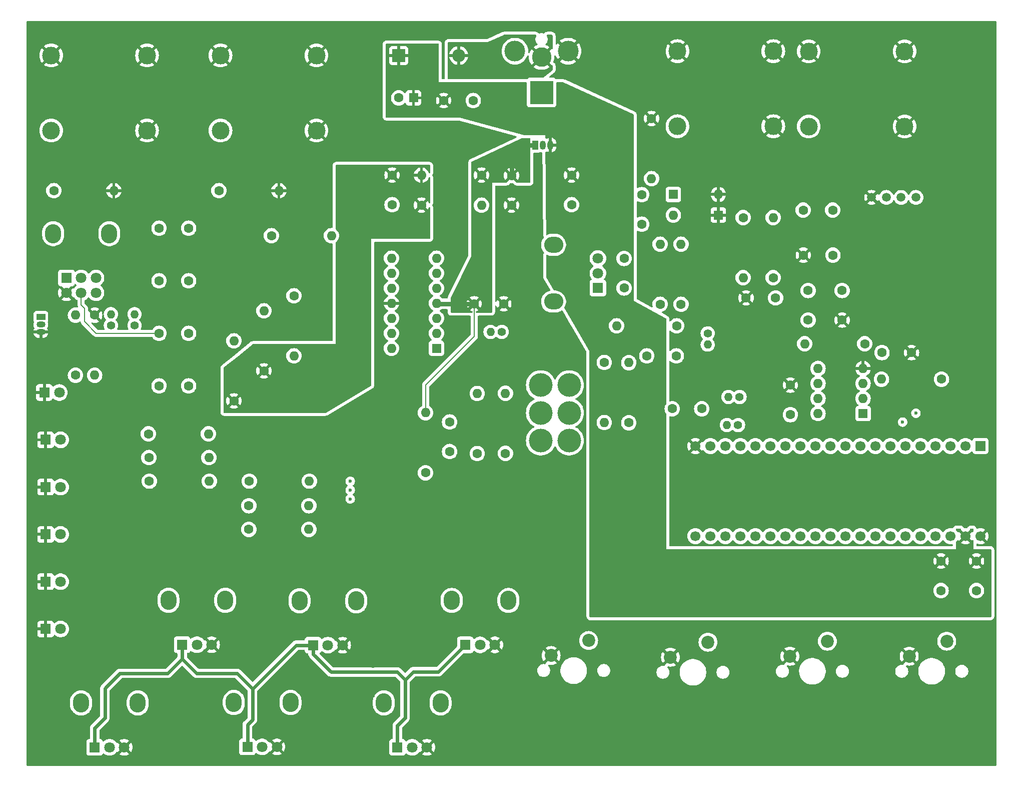
<source format=gbl>
G04 #@! TF.GenerationSoftware,KiCad,Pcbnew,8.0.7*
G04 #@! TF.CreationDate,2025-01-13T21:04:32-08:00*
G04 #@! TF.ProjectId,Ouroboros,4f75726f-626f-4726-9f73-2e6b69636164,rev?*
G04 #@! TF.SameCoordinates,Original*
G04 #@! TF.FileFunction,Copper,L4,Bot*
G04 #@! TF.FilePolarity,Positive*
%FSLAX46Y46*%
G04 Gerber Fmt 4.6, Leading zero omitted, Abs format (unit mm)*
G04 Created by KiCad (PCBNEW 8.0.7) date 2025-01-13 21:04:32*
%MOMM*%
%LPD*%
G01*
G04 APERTURE LIST*
G04 #@! TA.AperFunction,ComponentPad*
%ADD10C,2.200000*%
G04 #@! TD*
G04 #@! TA.AperFunction,ComponentPad*
%ADD11C,1.400000*%
G04 #@! TD*
G04 #@! TA.AperFunction,ComponentPad*
%ADD12O,1.400000X1.400000*%
G04 #@! TD*
G04 #@! TA.AperFunction,ComponentPad*
%ADD13R,1.600000X1.600000*%
G04 #@! TD*
G04 #@! TA.AperFunction,ComponentPad*
%ADD14O,1.600000X1.600000*%
G04 #@! TD*
G04 #@! TA.AperFunction,ComponentPad*
%ADD15C,1.600000*%
G04 #@! TD*
G04 #@! TA.AperFunction,ComponentPad*
%ADD16R,1.500000X1.050000*%
G04 #@! TD*
G04 #@! TA.AperFunction,ComponentPad*
%ADD17O,1.500000X1.050000*%
G04 #@! TD*
G04 #@! TA.AperFunction,ComponentPad*
%ADD18C,3.000000*%
G04 #@! TD*
G04 #@! TA.AperFunction,ComponentPad*
%ADD19O,3.240000X2.720000*%
G04 #@! TD*
G04 #@! TA.AperFunction,ComponentPad*
%ADD20R,1.800000X1.800000*%
G04 #@! TD*
G04 #@! TA.AperFunction,ComponentPad*
%ADD21C,1.800000*%
G04 #@! TD*
G04 #@! TA.AperFunction,ComponentPad*
%ADD22C,1.500000*%
G04 #@! TD*
G04 #@! TA.AperFunction,ComponentPad*
%ADD23O,2.720000X3.240000*%
G04 #@! TD*
G04 #@! TA.AperFunction,ComponentPad*
%ADD24R,1.050000X1.500000*%
G04 #@! TD*
G04 #@! TA.AperFunction,ComponentPad*
%ADD25O,1.050000X1.500000*%
G04 #@! TD*
G04 #@! TA.AperFunction,ComponentPad*
%ADD26R,2.200000X2.200000*%
G04 #@! TD*
G04 #@! TA.AperFunction,ComponentPad*
%ADD27O,2.200000X2.200000*%
G04 #@! TD*
G04 #@! TA.AperFunction,ComponentPad*
%ADD28R,4.000000X4.000000*%
G04 #@! TD*
G04 #@! TA.AperFunction,ComponentPad*
%ADD29C,3.300000*%
G04 #@! TD*
G04 #@! TA.AperFunction,ComponentPad*
%ADD30C,3.500000*%
G04 #@! TD*
G04 #@! TA.AperFunction,ComponentPad*
%ADD31C,4.000000*%
G04 #@! TD*
G04 #@! TA.AperFunction,ComponentPad*
%ADD32R,1.700000X1.700000*%
G04 #@! TD*
G04 #@! TA.AperFunction,ComponentPad*
%ADD33C,1.700000*%
G04 #@! TD*
G04 #@! TA.AperFunction,ViaPad*
%ADD34C,0.600000*%
G04 #@! TD*
G04 #@! TA.AperFunction,Conductor*
%ADD35C,0.600000*%
G04 #@! TD*
G04 #@! TA.AperFunction,Conductor*
%ADD36C,0.200000*%
G04 #@! TD*
G04 #@! TA.AperFunction,Conductor*
%ADD37C,0.800000*%
G04 #@! TD*
G04 APERTURE END LIST*
D10*
X381360000Y-225950000D03*
X375010000Y-228490000D03*
D11*
X304500000Y-172655000D03*
D12*
X304500000Y-170755000D03*
D11*
X300500000Y-172655000D03*
D12*
X300500000Y-170755000D03*
D11*
X401500000Y-174000000D03*
D12*
X401500000Y-175900000D03*
D11*
X366650000Y-173750000D03*
D12*
X364750000Y-173750000D03*
D11*
X406650000Y-189500000D03*
D12*
X404750000Y-189500000D03*
X405005000Y-184750000D03*
D11*
X406905000Y-184750000D03*
D13*
X427800000Y-187550000D03*
D14*
X427800000Y-185010000D03*
X427800000Y-182470000D03*
X427800000Y-179930000D03*
X420180000Y-179930000D03*
X420180000Y-182470000D03*
X420180000Y-185010000D03*
X420180000Y-187550000D03*
D15*
X353750000Y-197580000D03*
D14*
X353750000Y-187420000D03*
D15*
X397000000Y-169080000D03*
D14*
X397000000Y-158920000D03*
D15*
X393450000Y-169080000D03*
D14*
X393450000Y-158920000D03*
D15*
X297750000Y-170920000D03*
D14*
X297750000Y-181080000D03*
D15*
X294500000Y-181080000D03*
D14*
X294500000Y-170920000D03*
D15*
X441080000Y-181750000D03*
D14*
X430920000Y-181750000D03*
X417920000Y-175750000D03*
D15*
X428080000Y-175750000D03*
D16*
X288640000Y-171230000D03*
D17*
X288640000Y-172500000D03*
X288640000Y-173770000D03*
D18*
X396385000Y-126275000D03*
X412615000Y-126275000D03*
X396385000Y-138975000D03*
X412615000Y-138975000D03*
D15*
X415500000Y-187750000D03*
X415500000Y-182750000D03*
X431000000Y-177250000D03*
X436000000Y-177250000D03*
X418500000Y-171750000D03*
X418500000Y-166750000D03*
X424250000Y-171750000D03*
X424250000Y-166750000D03*
X367275000Y-194295000D03*
D14*
X367275000Y-184135000D03*
D19*
X375415000Y-168630000D03*
X375415000Y-159030000D03*
D20*
X382915000Y-166330000D03*
D21*
X382915000Y-163830000D03*
X382915000Y-161330000D03*
D15*
X441000000Y-212500000D03*
X441000000Y-217500000D03*
D22*
X431750000Y-151000000D03*
D15*
X396240000Y-172720000D03*
D14*
X386080000Y-172720000D03*
D15*
X422660000Y-153150000D03*
X417660000Y-153150000D03*
X327660000Y-157480000D03*
D14*
X337820000Y-157480000D03*
D23*
X346690000Y-236500000D03*
X356290000Y-236500000D03*
D20*
X348990000Y-244000000D03*
D21*
X351490000Y-244000000D03*
X353990000Y-244000000D03*
D15*
X308650000Y-182880000D03*
X313650000Y-182880000D03*
X318770000Y-149860000D03*
D14*
X328930000Y-149860000D03*
D15*
X388150000Y-189115000D03*
D14*
X388150000Y-178955000D03*
D24*
X372345000Y-142160000D03*
D25*
X373615000Y-142160000D03*
X374885000Y-142160000D03*
D22*
X429250000Y-151000000D03*
D20*
X289460000Y-192000000D03*
D21*
X292000000Y-192000000D03*
D15*
X387350000Y-161330000D03*
X387350000Y-166330000D03*
X400500000Y-186750000D03*
X395500000Y-186750000D03*
D23*
X332420000Y-219225000D03*
X342020000Y-219225000D03*
D20*
X334720000Y-226725000D03*
D21*
X337220000Y-226725000D03*
X339720000Y-226725000D03*
D15*
X323840000Y-203150000D03*
D14*
X334000000Y-203150000D03*
D15*
X331470000Y-167640000D03*
D14*
X331470000Y-177800000D03*
D15*
X306920000Y-195000000D03*
D14*
X317080000Y-195000000D03*
D23*
X295450000Y-236500000D03*
X305050000Y-236500000D03*
D20*
X297750000Y-244000000D03*
D21*
X300250000Y-244000000D03*
X302750000Y-244000000D03*
D22*
X434250000Y-151000000D03*
D10*
X401560000Y-226230000D03*
X395210000Y-228770000D03*
D22*
X436750000Y-151000000D03*
D23*
X290725000Y-157125000D03*
X300225000Y-157125000D03*
D20*
X292975000Y-164625000D03*
D21*
X295475000Y-164625000D03*
X297975000Y-164625000D03*
X292975000Y-167125000D03*
X295475000Y-167125000D03*
X297975000Y-167125000D03*
D13*
X351705000Y-134175000D03*
D15*
X349205000Y-134175000D03*
X323920000Y-199000000D03*
D14*
X334080000Y-199000000D03*
D15*
X348090000Y-147240000D03*
X348090000Y-152240000D03*
D26*
X349205000Y-127000000D03*
D27*
X359365000Y-127000000D03*
D15*
X363220000Y-147240000D03*
D14*
X353060000Y-147240000D03*
D28*
X373380000Y-133275000D03*
D29*
X373380000Y-127275000D03*
D30*
X377880000Y-126275000D03*
X368880000Y-126275000D03*
D15*
X412580000Y-164580000D03*
D14*
X412580000Y-154420000D03*
D15*
X357825000Y-188985000D03*
X357825000Y-193985000D03*
D23*
X310250000Y-219150000D03*
X319850000Y-219150000D03*
D20*
X312550000Y-226650000D03*
D21*
X315050000Y-226650000D03*
X317550000Y-226650000D03*
D15*
X362500000Y-194330000D03*
D14*
X362500000Y-184170000D03*
D15*
X422700000Y-160770000D03*
X417700000Y-160770000D03*
D20*
X289460000Y-200000000D03*
D21*
X292000000Y-200000000D03*
D15*
X321310000Y-185420000D03*
D14*
X321310000Y-175260000D03*
D13*
X355600000Y-176530000D03*
D14*
X355600000Y-173990000D03*
X355600000Y-171450000D03*
X355600000Y-168910000D03*
X355600000Y-166370000D03*
X355600000Y-163830000D03*
X355600000Y-161290000D03*
X347980000Y-161290000D03*
X347980000Y-163830000D03*
X347980000Y-166370000D03*
X347980000Y-168910000D03*
X347980000Y-171450000D03*
X347980000Y-173990000D03*
X347980000Y-176530000D03*
D31*
X378050000Y-192150000D03*
X378050000Y-187450000D03*
X378050000Y-182750000D03*
X373250000Y-192150000D03*
X373250000Y-187450000D03*
X373250000Y-182750000D03*
D15*
X306840000Y-191000000D03*
D14*
X317000000Y-191000000D03*
D18*
X319050000Y-127000000D03*
X335280000Y-127000000D03*
X319050000Y-139700000D03*
X335280000Y-139700000D03*
D15*
X413000000Y-168000000D03*
X408000000Y-168000000D03*
D32*
X447685000Y-193040000D03*
D33*
X445145000Y-193040000D03*
X442605000Y-193040000D03*
X440065000Y-193040000D03*
X437525000Y-193040000D03*
X434985000Y-193040000D03*
X432445000Y-193040000D03*
X429905000Y-193040000D03*
X427365000Y-193040000D03*
X424825000Y-193040000D03*
X422285000Y-193040000D03*
X419745000Y-193040000D03*
X417205000Y-193040000D03*
X414665000Y-193040000D03*
X412125000Y-193040000D03*
X409585000Y-193040000D03*
X407045000Y-193040000D03*
X404505000Y-193040000D03*
X401965000Y-193040000D03*
X399425000Y-193040000D03*
X399425000Y-208280000D03*
X401965000Y-208280000D03*
X404505000Y-208280000D03*
X407045000Y-208280000D03*
X409585000Y-208280000D03*
X412125000Y-208280000D03*
X414665000Y-208280000D03*
X417205000Y-208280000D03*
X419745000Y-208280000D03*
X422285000Y-208280000D03*
X424825000Y-208280000D03*
X427365000Y-208280000D03*
X429905000Y-208280000D03*
X432445000Y-208280000D03*
X434985000Y-208280000D03*
X437525000Y-208280000D03*
X440065000Y-208280000D03*
X442605000Y-208280000D03*
X445145000Y-208280000D03*
X447685000Y-208280000D03*
D15*
X361990000Y-169000000D03*
X366990000Y-169000000D03*
X396200000Y-177800000D03*
X391200000Y-177800000D03*
D10*
X441960000Y-226060000D03*
X435610000Y-228600000D03*
D23*
X358180000Y-219175000D03*
X367780000Y-219175000D03*
D20*
X360480000Y-226675000D03*
D21*
X362980000Y-226675000D03*
X365480000Y-226675000D03*
D13*
X395690000Y-150500000D03*
D14*
X403310000Y-150500000D03*
D18*
X418605000Y-126315000D03*
X434835000Y-126315000D03*
X418605000Y-139015000D03*
X434835000Y-139015000D03*
D23*
X321300000Y-236425000D03*
X330900000Y-236425000D03*
D20*
X323600000Y-243925000D03*
D21*
X326100000Y-243925000D03*
X328600000Y-243925000D03*
D15*
X392000000Y-137670000D03*
D14*
X392000000Y-147830000D03*
D18*
X290385000Y-127000000D03*
X306615000Y-127000000D03*
X290385000Y-139700000D03*
X306615000Y-139700000D03*
D15*
X313650000Y-165100000D03*
X308650000Y-165100000D03*
X356825000Y-134620000D03*
X361825000Y-134620000D03*
X407500000Y-154420000D03*
D14*
X407500000Y-164580000D03*
D13*
X403310000Y-154000000D03*
D14*
X395690000Y-154000000D03*
D15*
X307000000Y-199000000D03*
D14*
X317160000Y-199000000D03*
D15*
X353060000Y-152320000D03*
D14*
X363220000Y-152320000D03*
D15*
X378460000Y-147240000D03*
X378460000Y-152240000D03*
D10*
X421760000Y-226060000D03*
X415410000Y-228600000D03*
D15*
X323840000Y-207150000D03*
D14*
X334000000Y-207150000D03*
D20*
X289225000Y-184000000D03*
D21*
X291765000Y-184000000D03*
D15*
X447000000Y-212500000D03*
X447000000Y-217500000D03*
X313650000Y-156210000D03*
X308650000Y-156210000D03*
X326390000Y-180340000D03*
D14*
X326390000Y-170180000D03*
D20*
X289460000Y-208000000D03*
D21*
X292000000Y-208000000D03*
D20*
X289460000Y-224000000D03*
D21*
X292000000Y-224000000D03*
D15*
X290830000Y-149860000D03*
D14*
X300990000Y-149860000D03*
D15*
X368300000Y-147320000D03*
X368300000Y-152320000D03*
X390340000Y-155540000D03*
X390340000Y-150540000D03*
X308650000Y-173990000D03*
X313650000Y-173990000D03*
D20*
X289460000Y-216000000D03*
D21*
X292000000Y-216000000D03*
D15*
X384000000Y-178920000D03*
D14*
X384000000Y-189080000D03*
D34*
X396400000Y-182600000D03*
X401400000Y-182600000D03*
X398900000Y-180600000D03*
X398900000Y-184600000D03*
X404100000Y-167000000D03*
X400100000Y-167000000D03*
X400100000Y-162000000D03*
X404100000Y-162000000D03*
X410000000Y-180300000D03*
X408000000Y-177800000D03*
X408000000Y-172800000D03*
X406000000Y-180300000D03*
X406000000Y-175300000D03*
X410000000Y-175300000D03*
X335100000Y-152000000D03*
X335100000Y-148000000D03*
X351000000Y-180600000D03*
X351000000Y-184600000D03*
X348500000Y-182600000D03*
X440200000Y-242300000D03*
X437700000Y-244300000D03*
X447200000Y-240300000D03*
X432700000Y-240300000D03*
X442200000Y-240300000D03*
X435200000Y-242300000D03*
X447200000Y-244300000D03*
X442200000Y-244300000D03*
X444700000Y-242300000D03*
X437700000Y-240300000D03*
X432700000Y-244300000D03*
X421700000Y-242300000D03*
X419200000Y-244300000D03*
X428700000Y-240300000D03*
X414200000Y-240300000D03*
X423700000Y-240300000D03*
X416700000Y-242300000D03*
X428700000Y-244300000D03*
X431200000Y-242300000D03*
X423700000Y-244300000D03*
X426200000Y-242300000D03*
X419200000Y-240300000D03*
X414200000Y-244300000D03*
X400500000Y-242100000D03*
X398000000Y-244100000D03*
X407500000Y-240100000D03*
X393000000Y-240100000D03*
X402500000Y-240100000D03*
X395500000Y-242100000D03*
X407500000Y-244100000D03*
X410000000Y-242100000D03*
X402500000Y-244100000D03*
X405000000Y-242100000D03*
X398000000Y-240100000D03*
X393000000Y-244100000D03*
X290700000Y-236300000D03*
X288700000Y-233800000D03*
X292700000Y-243300000D03*
X292700000Y-228800000D03*
X292700000Y-238300000D03*
X290700000Y-231300000D03*
X288700000Y-243300000D03*
X290700000Y-245800000D03*
X288700000Y-238300000D03*
X290700000Y-240800000D03*
X292700000Y-233800000D03*
X288700000Y-228800000D03*
X342900000Y-237800000D03*
X340900000Y-235300000D03*
X344900000Y-244800000D03*
X344900000Y-230300000D03*
X344900000Y-239800000D03*
X340900000Y-244800000D03*
X340900000Y-239800000D03*
X342900000Y-242300000D03*
X344900000Y-235300000D03*
X313800000Y-236800000D03*
X311800000Y-234300000D03*
X315800000Y-243800000D03*
X315800000Y-238800000D03*
X311800000Y-243800000D03*
X311800000Y-238800000D03*
X313800000Y-241300000D03*
X315800000Y-234300000D03*
X342500000Y-134100000D03*
X340500000Y-131600000D03*
X344500000Y-141100000D03*
X344500000Y-126600000D03*
X344500000Y-136100000D03*
X342500000Y-129100000D03*
X340500000Y-141100000D03*
X342500000Y-143600000D03*
X340500000Y-136100000D03*
X342500000Y-138600000D03*
X344500000Y-131600000D03*
X340500000Y-126600000D03*
X404900000Y-133800000D03*
X402900000Y-131300000D03*
X406900000Y-140800000D03*
X406900000Y-126300000D03*
X406900000Y-135800000D03*
X404900000Y-128800000D03*
X402900000Y-140800000D03*
X402900000Y-135800000D03*
X404900000Y-138300000D03*
X406900000Y-131300000D03*
X402900000Y-126300000D03*
X446000000Y-176200000D03*
X444000000Y-173700000D03*
X448000000Y-183200000D03*
X448000000Y-168700000D03*
X448000000Y-178200000D03*
X446000000Y-171200000D03*
X444000000Y-183200000D03*
X446000000Y-185700000D03*
X444000000Y-178200000D03*
X446000000Y-180700000D03*
X448000000Y-173700000D03*
X444000000Y-168700000D03*
X444400000Y-155900000D03*
X446400000Y-162900000D03*
X446400000Y-148400000D03*
X446400000Y-157900000D03*
X444400000Y-150900000D03*
X444400000Y-165400000D03*
X444400000Y-160400000D03*
X446400000Y-153400000D03*
X443200000Y-131000000D03*
X441200000Y-128500000D03*
X445200000Y-138000000D03*
X445200000Y-123500000D03*
X445200000Y-133000000D03*
X443200000Y-126000000D03*
X441200000Y-138000000D03*
X443200000Y-140500000D03*
X441200000Y-133000000D03*
X443200000Y-135500000D03*
X445200000Y-128500000D03*
X441200000Y-123500000D03*
X436750000Y-187500000D03*
X434500000Y-189000000D03*
X300000000Y-138000000D03*
X329000000Y-128500000D03*
X325000000Y-133500000D03*
X296000000Y-128500000D03*
X329000000Y-133500000D03*
X384500000Y-240000000D03*
X374000000Y-237000000D03*
X296000000Y-133500000D03*
X296000000Y-138000000D03*
X327000000Y-136000000D03*
X300000000Y-133500000D03*
X298000000Y-136000000D03*
X382500000Y-237500000D03*
X384500000Y-245000000D03*
X382500000Y-242500000D03*
X372000000Y-239500000D03*
X329000000Y-138000000D03*
X325000000Y-138000000D03*
X386500000Y-237500000D03*
X298000000Y-131000000D03*
X327000000Y-131000000D03*
X370000000Y-232000000D03*
X386500000Y-242500000D03*
X370000000Y-241500000D03*
X372000000Y-234500000D03*
X300000000Y-128500000D03*
X374000000Y-241500000D03*
X370000000Y-237000000D03*
X325000000Y-128500000D03*
X341000000Y-200500000D03*
X341000000Y-202000000D03*
X341000000Y-199000000D03*
D35*
X350300000Y-232590000D02*
X351660000Y-231230000D01*
X351660000Y-231230000D02*
X355925000Y-231230000D01*
X355925000Y-231230000D02*
X360480000Y-226675000D01*
X334720000Y-226725000D02*
X334720000Y-228250000D01*
X334720000Y-228250000D02*
X337740000Y-231270000D01*
X337740000Y-231270000D02*
X348980000Y-231270000D01*
X350300000Y-232590000D02*
X350300000Y-239010000D01*
X348980000Y-231270000D02*
X350300000Y-232590000D01*
X348990000Y-240320000D02*
X348990000Y-244000000D01*
X350300000Y-239010000D02*
X348990000Y-240320000D01*
X324480000Y-234100000D02*
X331855000Y-226725000D01*
X331855000Y-226725000D02*
X334720000Y-226725000D01*
X312550000Y-229050000D02*
X315000000Y-231500000D01*
X315000000Y-231500000D02*
X321880000Y-231500000D01*
X321880000Y-231500000D02*
X324480000Y-234100000D01*
X324480000Y-234100000D02*
X324480000Y-239300000D01*
X324480000Y-239300000D02*
X323600000Y-240180000D01*
X323600000Y-240180000D02*
X323600000Y-243925000D01*
D36*
X353750000Y-187420000D02*
X353750000Y-182750000D01*
X353750000Y-182750000D02*
X361990000Y-174510000D01*
X361990000Y-174510000D02*
X361990000Y-169000000D01*
X295475000Y-167125000D02*
X295475000Y-169225000D01*
X295475000Y-169225000D02*
X296000000Y-169750000D01*
X296000000Y-169750000D02*
X296000000Y-172000000D01*
X296000000Y-172000000D02*
X297990000Y-173990000D01*
X297990000Y-173990000D02*
X308650000Y-173990000D01*
D35*
X297750000Y-240750000D02*
X297750000Y-244000000D01*
X299500000Y-239000000D02*
X297750000Y-240750000D01*
X299500000Y-234000000D02*
X299500000Y-239000000D01*
X312550000Y-229050000D02*
X310100000Y-231500000D01*
X312550000Y-229050000D02*
X312550000Y-226650000D01*
X310100000Y-231500000D02*
X302000000Y-231500000D01*
X302000000Y-231500000D02*
X299500000Y-234000000D01*
D37*
X368300000Y-147320000D02*
X368300000Y-145200000D01*
X368300000Y-145200000D02*
X371340000Y-142160000D01*
X355690000Y-169000000D02*
X355600000Y-168910000D01*
X361990000Y-169000000D02*
X355690000Y-169000000D01*
X371340000Y-142160000D02*
X372345000Y-142160000D01*
G04 #@! TA.AperFunction,Conductor*
G36*
X371443039Y-141019685D02*
G01*
X371488794Y-141072489D01*
X371500000Y-141124000D01*
X371500000Y-148376000D01*
X371480315Y-148443039D01*
X371427511Y-148488794D01*
X371376000Y-148500000D01*
X369151960Y-148500000D01*
X369084921Y-148480315D01*
X369039166Y-148427511D01*
X369036087Y-148409640D01*
X368346447Y-147720000D01*
X368352661Y-147720000D01*
X368454394Y-147692741D01*
X368545606Y-147640080D01*
X368620080Y-147565606D01*
X368672741Y-147474394D01*
X368700000Y-147372661D01*
X368700000Y-147366447D01*
X369379024Y-148045471D01*
X369430136Y-147972478D01*
X369526264Y-147766331D01*
X369526269Y-147766317D01*
X369585139Y-147546610D01*
X369585141Y-147546599D01*
X369604966Y-147320002D01*
X369604966Y-147319997D01*
X369585141Y-147093400D01*
X369585139Y-147093389D01*
X369526269Y-146873682D01*
X369526264Y-146873668D01*
X369430136Y-146667521D01*
X369430132Y-146667513D01*
X369379025Y-146594526D01*
X368700000Y-147273551D01*
X368700000Y-147267339D01*
X368672741Y-147165606D01*
X368620080Y-147074394D01*
X368545606Y-146999920D01*
X368454394Y-146947259D01*
X368352661Y-146920000D01*
X368346445Y-146920000D01*
X369025472Y-146240974D01*
X368952478Y-146189863D01*
X368746331Y-146093735D01*
X368746317Y-146093730D01*
X368526610Y-146034860D01*
X368526599Y-146034858D01*
X368300002Y-146015034D01*
X368299998Y-146015034D01*
X368073400Y-146034858D01*
X368073389Y-146034860D01*
X367853682Y-146093730D01*
X367853673Y-146093734D01*
X367647516Y-146189866D01*
X367647512Y-146189868D01*
X367574526Y-146240973D01*
X367574526Y-146240974D01*
X368253553Y-146920000D01*
X368247339Y-146920000D01*
X368145606Y-146947259D01*
X368054394Y-146999920D01*
X367979920Y-147074394D01*
X367927259Y-147165606D01*
X367900000Y-147267339D01*
X367900000Y-147273552D01*
X367220974Y-146594526D01*
X367220973Y-146594526D01*
X367169868Y-146667512D01*
X367169866Y-146667516D01*
X367073734Y-146873673D01*
X367073730Y-146873682D01*
X367014860Y-147093389D01*
X367014858Y-147093400D01*
X366995034Y-147319997D01*
X366995034Y-147320002D01*
X367014858Y-147546599D01*
X367014860Y-147546610D01*
X367073730Y-147766317D01*
X367073735Y-147766331D01*
X367169863Y-147972478D01*
X367220974Y-148045472D01*
X367900000Y-147366446D01*
X367900000Y-147372661D01*
X367927259Y-147474394D01*
X367979920Y-147565606D01*
X368054394Y-147640080D01*
X368145606Y-147692741D01*
X368247339Y-147720000D01*
X368253553Y-147720000D01*
X367562312Y-148411239D01*
X367557799Y-148433695D01*
X367509182Y-148483877D01*
X367448039Y-148500000D01*
X365000000Y-148500000D01*
X365000000Y-170376000D01*
X364980315Y-170443039D01*
X364927511Y-170488794D01*
X364876000Y-170500000D01*
X362356614Y-170500000D01*
X362289575Y-170480315D01*
X362243820Y-170427511D01*
X362233876Y-170358353D01*
X362262901Y-170294797D01*
X362321679Y-170257023D01*
X362324521Y-170256225D01*
X362436317Y-170226269D01*
X362436331Y-170226264D01*
X362642478Y-170130136D01*
X362715471Y-170079024D01*
X362036447Y-169400000D01*
X362042661Y-169400000D01*
X362144394Y-169372741D01*
X362235606Y-169320080D01*
X362310080Y-169245606D01*
X362362741Y-169154394D01*
X362390000Y-169052661D01*
X362390000Y-169046447D01*
X363069024Y-169725471D01*
X363120136Y-169652478D01*
X363216264Y-169446331D01*
X363216269Y-169446317D01*
X363275139Y-169226610D01*
X363275141Y-169226599D01*
X363294966Y-169000002D01*
X363294966Y-168999997D01*
X363275141Y-168773400D01*
X363275139Y-168773389D01*
X363216269Y-168553682D01*
X363216264Y-168553668D01*
X363120136Y-168347521D01*
X363120132Y-168347513D01*
X363069025Y-168274526D01*
X362390000Y-168953551D01*
X362390000Y-168947339D01*
X362362741Y-168845606D01*
X362310080Y-168754394D01*
X362235606Y-168679920D01*
X362144394Y-168627259D01*
X362042661Y-168600000D01*
X362036445Y-168600000D01*
X362715472Y-167920974D01*
X362642478Y-167869863D01*
X362436331Y-167773735D01*
X362436317Y-167773730D01*
X362216610Y-167714860D01*
X362216599Y-167714858D01*
X361990002Y-167695034D01*
X361989998Y-167695034D01*
X361763400Y-167714858D01*
X361763389Y-167714860D01*
X361543682Y-167773730D01*
X361543673Y-167773734D01*
X361337516Y-167869866D01*
X361337512Y-167869868D01*
X361264526Y-167920973D01*
X361264526Y-167920974D01*
X361943553Y-168600000D01*
X361937339Y-168600000D01*
X361835606Y-168627259D01*
X361744394Y-168679920D01*
X361669920Y-168754394D01*
X361617259Y-168845606D01*
X361590000Y-168947339D01*
X361590000Y-168953552D01*
X360910974Y-168274526D01*
X360910973Y-168274526D01*
X360859868Y-168347512D01*
X360859866Y-168347516D01*
X360763734Y-168553673D01*
X360763730Y-168553682D01*
X360704860Y-168773389D01*
X360704858Y-168773400D01*
X360685034Y-168999997D01*
X360685034Y-169000002D01*
X360704858Y-169226599D01*
X360704860Y-169226610D01*
X360763730Y-169446317D01*
X360763735Y-169446331D01*
X360859863Y-169652478D01*
X360910974Y-169725472D01*
X361590000Y-169046446D01*
X361590000Y-169052661D01*
X361617259Y-169154394D01*
X361669920Y-169245606D01*
X361744394Y-169320080D01*
X361835606Y-169372741D01*
X361937339Y-169400000D01*
X361943553Y-169400000D01*
X361264526Y-170079025D01*
X361337513Y-170130132D01*
X361337521Y-170130136D01*
X361543668Y-170226264D01*
X361543682Y-170226269D01*
X361655479Y-170256225D01*
X361715140Y-170292590D01*
X361745669Y-170355437D01*
X361737374Y-170424812D01*
X361692889Y-170478690D01*
X361626337Y-170499965D01*
X361623386Y-170500000D01*
X358124000Y-170500000D01*
X358056961Y-170480315D01*
X358011206Y-170427511D01*
X358000000Y-170376000D01*
X358000000Y-168029272D01*
X358013091Y-167973818D01*
X358039514Y-167920973D01*
X358065069Y-167869863D01*
X361500000Y-161000000D01*
X361500000Y-152319998D01*
X361914532Y-152319998D01*
X361914532Y-152320001D01*
X361934364Y-152546686D01*
X361934366Y-152546697D01*
X361993258Y-152766488D01*
X361993261Y-152766497D01*
X362089431Y-152972732D01*
X362089432Y-152972734D01*
X362219954Y-153159141D01*
X362380858Y-153320045D01*
X362380861Y-153320047D01*
X362567266Y-153450568D01*
X362773504Y-153546739D01*
X362993308Y-153605635D01*
X363155230Y-153619801D01*
X363219998Y-153625468D01*
X363220000Y-153625468D01*
X363220002Y-153625468D01*
X363276673Y-153620509D01*
X363446692Y-153605635D01*
X363666496Y-153546739D01*
X363872734Y-153450568D01*
X364059139Y-153320047D01*
X364220047Y-153159139D01*
X364350568Y-152972734D01*
X364446739Y-152766496D01*
X364505635Y-152546692D01*
X364525468Y-152320000D01*
X364505635Y-152093308D01*
X364446739Y-151873504D01*
X364350568Y-151667266D01*
X364220047Y-151480861D01*
X364220045Y-151480858D01*
X364059141Y-151319954D01*
X363872734Y-151189432D01*
X363872732Y-151189431D01*
X363666497Y-151093261D01*
X363666488Y-151093258D01*
X363446697Y-151034366D01*
X363446693Y-151034365D01*
X363446692Y-151034365D01*
X363446691Y-151034364D01*
X363446686Y-151034364D01*
X363220002Y-151014532D01*
X363219998Y-151014532D01*
X362993313Y-151034364D01*
X362993302Y-151034366D01*
X362773511Y-151093258D01*
X362773502Y-151093261D01*
X362567267Y-151189431D01*
X362567265Y-151189432D01*
X362380858Y-151319954D01*
X362219954Y-151480858D01*
X362089432Y-151667265D01*
X362089431Y-151667267D01*
X361993261Y-151873502D01*
X361993258Y-151873511D01*
X361934366Y-152093302D01*
X361934364Y-152093313D01*
X361914532Y-152319998D01*
X361500000Y-152319998D01*
X361500000Y-147239997D01*
X361915034Y-147239997D01*
X361915034Y-147240002D01*
X361934858Y-147466599D01*
X361934860Y-147466610D01*
X361993730Y-147686317D01*
X361993735Y-147686331D01*
X362089863Y-147892478D01*
X362140974Y-147965472D01*
X362820000Y-147286446D01*
X362820000Y-147292661D01*
X362847259Y-147394394D01*
X362899920Y-147485606D01*
X362974394Y-147560080D01*
X363065606Y-147612741D01*
X363167339Y-147640000D01*
X363173553Y-147640000D01*
X362494526Y-148319025D01*
X362567513Y-148370132D01*
X362567521Y-148370136D01*
X362773668Y-148466264D01*
X362773682Y-148466269D01*
X362993389Y-148525139D01*
X362993400Y-148525141D01*
X363219998Y-148544966D01*
X363220002Y-148544966D01*
X363446599Y-148525141D01*
X363446610Y-148525139D01*
X363666317Y-148466269D01*
X363666331Y-148466264D01*
X363872478Y-148370136D01*
X363945471Y-148319024D01*
X363266447Y-147640000D01*
X363272661Y-147640000D01*
X363374394Y-147612741D01*
X363465606Y-147560080D01*
X363540080Y-147485606D01*
X363592741Y-147394394D01*
X363620000Y-147292661D01*
X363620000Y-147286447D01*
X364299024Y-147965471D01*
X364350136Y-147892478D01*
X364446264Y-147686331D01*
X364446269Y-147686317D01*
X364505139Y-147466610D01*
X364505141Y-147466599D01*
X364524966Y-147240002D01*
X364524966Y-147239997D01*
X364505141Y-147013400D01*
X364505139Y-147013389D01*
X364446269Y-146793682D01*
X364446264Y-146793668D01*
X364350136Y-146587521D01*
X364350132Y-146587513D01*
X364299025Y-146514526D01*
X363620000Y-147193551D01*
X363620000Y-147187339D01*
X363592741Y-147085606D01*
X363540080Y-146994394D01*
X363465606Y-146919920D01*
X363374394Y-146867259D01*
X363272661Y-146840000D01*
X363266445Y-146840000D01*
X363945472Y-146160974D01*
X363872478Y-146109863D01*
X363666331Y-146013735D01*
X363666317Y-146013730D01*
X363446610Y-145954860D01*
X363446599Y-145954858D01*
X363220002Y-145935034D01*
X363219998Y-145935034D01*
X362993400Y-145954858D01*
X362993389Y-145954860D01*
X362773682Y-146013730D01*
X362773673Y-146013734D01*
X362567516Y-146109866D01*
X362567512Y-146109868D01*
X362494526Y-146160973D01*
X362494526Y-146160974D01*
X363173553Y-146840000D01*
X363167339Y-146840000D01*
X363065606Y-146867259D01*
X362974394Y-146919920D01*
X362899920Y-146994394D01*
X362847259Y-147085606D01*
X362820000Y-147187339D01*
X362820000Y-147193552D01*
X362140974Y-146514526D01*
X362140973Y-146514526D01*
X362089868Y-146587512D01*
X362089866Y-146587516D01*
X361993734Y-146793673D01*
X361993730Y-146793682D01*
X361934860Y-147013389D01*
X361934858Y-147013400D01*
X361915034Y-147239997D01*
X361500000Y-147239997D01*
X361500000Y-145078691D01*
X361519685Y-145011652D01*
X361571199Y-144966494D01*
X369845961Y-141072489D01*
X369974921Y-141011802D01*
X370027720Y-141000000D01*
X371376000Y-141000000D01*
X371443039Y-141019685D01*
G37*
G04 #@! TD.AperFunction*
G04 #@! TA.AperFunction,Conductor*
G36*
X355943039Y-125019685D02*
G01*
X355988794Y-125072489D01*
X356000000Y-125124000D01*
X356000000Y-131500000D01*
X363000000Y-131500000D01*
X370500000Y-131500000D01*
X370755500Y-131500000D01*
X370822539Y-131519685D01*
X370868294Y-131572489D01*
X370879500Y-131624000D01*
X370879500Y-135322870D01*
X370879501Y-135322876D01*
X370885908Y-135382483D01*
X370936202Y-135517328D01*
X370936206Y-135517335D01*
X371022452Y-135632544D01*
X371022455Y-135632547D01*
X371137664Y-135718793D01*
X371137671Y-135718797D01*
X371272517Y-135769091D01*
X371272516Y-135769091D01*
X371279444Y-135769835D01*
X371332127Y-135775500D01*
X375427872Y-135775499D01*
X375487483Y-135769091D01*
X375622331Y-135718796D01*
X375737546Y-135632546D01*
X375823796Y-135517331D01*
X375874091Y-135382483D01*
X375880500Y-135322873D01*
X375880499Y-131623999D01*
X375900184Y-131556961D01*
X375952988Y-131511206D01*
X376004499Y-131500000D01*
X376972937Y-131500000D01*
X377024602Y-131511276D01*
X377158158Y-131572489D01*
X388927666Y-136966846D01*
X388980407Y-137012673D01*
X389000000Y-137079570D01*
X389000000Y-168500000D01*
X394435379Y-171464752D01*
X394484805Y-171514134D01*
X394500000Y-171573610D01*
X394500000Y-185871697D01*
X394480315Y-185938736D01*
X394477575Y-185942820D01*
X394369432Y-186097265D01*
X394369431Y-186097267D01*
X394273261Y-186303502D01*
X394273258Y-186303511D01*
X394214366Y-186523302D01*
X394214364Y-186523313D01*
X394194532Y-186749998D01*
X394194532Y-186750001D01*
X394214364Y-186976686D01*
X394214366Y-186976697D01*
X394273258Y-187196488D01*
X394273261Y-187196497D01*
X394369431Y-187402732D01*
X394369432Y-187402734D01*
X394477575Y-187557179D01*
X394499902Y-187623385D01*
X394500000Y-187628302D01*
X394500000Y-210500000D01*
X443500000Y-210500000D01*
X443500000Y-209346258D01*
X443519685Y-209279219D01*
X443536319Y-209258577D01*
X443643495Y-209151401D01*
X443773730Y-208965405D01*
X443828307Y-208921781D01*
X443897805Y-208914587D01*
X443960160Y-208946110D01*
X443976879Y-208965405D01*
X444030072Y-209041372D01*
X444030073Y-209041372D01*
X444621212Y-208450233D01*
X444632482Y-208492292D01*
X444704890Y-208617708D01*
X444807292Y-208720110D01*
X444932708Y-208792518D01*
X444974766Y-208803787D01*
X444383626Y-209394926D01*
X444467417Y-209453598D01*
X444467421Y-209453600D01*
X444681507Y-209553429D01*
X444681516Y-209553433D01*
X444909673Y-209614567D01*
X444909684Y-209614569D01*
X445144998Y-209635157D01*
X445145002Y-209635157D01*
X445380315Y-209614569D01*
X445380326Y-209614567D01*
X445608483Y-209553433D01*
X445608492Y-209553429D01*
X445822580Y-209453599D01*
X445906371Y-209394925D01*
X445315233Y-208803787D01*
X445357292Y-208792518D01*
X445482708Y-208720110D01*
X445585110Y-208617708D01*
X445657518Y-208492292D01*
X445668787Y-208450233D01*
X446259925Y-209041371D01*
X446274426Y-209020664D01*
X446329003Y-208977039D01*
X446398501Y-208969847D01*
X446460856Y-209001370D01*
X446496269Y-209061600D01*
X446500000Y-209091788D01*
X446500000Y-210500000D01*
X449376000Y-210500000D01*
X449443039Y-210519685D01*
X449488794Y-210572489D01*
X449500000Y-210624000D01*
X449500000Y-221876000D01*
X449480315Y-221943039D01*
X449427511Y-221988794D01*
X449376000Y-222000000D01*
X389500000Y-222000000D01*
X381624000Y-222000000D01*
X381556961Y-221980315D01*
X381511206Y-221927511D01*
X381500000Y-221876000D01*
X381500000Y-217499998D01*
X439694532Y-217499998D01*
X439694532Y-217500001D01*
X439714364Y-217726686D01*
X439714366Y-217726697D01*
X439773258Y-217946488D01*
X439773261Y-217946497D01*
X439869431Y-218152732D01*
X439869432Y-218152734D01*
X439999954Y-218339141D01*
X440160858Y-218500045D01*
X440160861Y-218500047D01*
X440347266Y-218630568D01*
X440553504Y-218726739D01*
X440773308Y-218785635D01*
X440935230Y-218799801D01*
X440999998Y-218805468D01*
X441000000Y-218805468D01*
X441000002Y-218805468D01*
X441056673Y-218800509D01*
X441226692Y-218785635D01*
X441446496Y-218726739D01*
X441652734Y-218630568D01*
X441839139Y-218500047D01*
X442000047Y-218339139D01*
X442130568Y-218152734D01*
X442226739Y-217946496D01*
X442285635Y-217726692D01*
X442305468Y-217500000D01*
X442305468Y-217499998D01*
X445694532Y-217499998D01*
X445694532Y-217500001D01*
X445714364Y-217726686D01*
X445714366Y-217726697D01*
X445773258Y-217946488D01*
X445773261Y-217946497D01*
X445869431Y-218152732D01*
X445869432Y-218152734D01*
X445999954Y-218339141D01*
X446160858Y-218500045D01*
X446160861Y-218500047D01*
X446347266Y-218630568D01*
X446553504Y-218726739D01*
X446773308Y-218785635D01*
X446935230Y-218799801D01*
X446999998Y-218805468D01*
X447000000Y-218805468D01*
X447000002Y-218805468D01*
X447056673Y-218800509D01*
X447226692Y-218785635D01*
X447446496Y-218726739D01*
X447652734Y-218630568D01*
X447839139Y-218500047D01*
X448000047Y-218339139D01*
X448130568Y-218152734D01*
X448226739Y-217946496D01*
X448285635Y-217726692D01*
X448305468Y-217500000D01*
X448285635Y-217273308D01*
X448226739Y-217053504D01*
X448130568Y-216847266D01*
X448000047Y-216660861D01*
X448000045Y-216660858D01*
X447839141Y-216499954D01*
X447652734Y-216369432D01*
X447652732Y-216369431D01*
X447446497Y-216273261D01*
X447446488Y-216273258D01*
X447226697Y-216214366D01*
X447226693Y-216214365D01*
X447226692Y-216214365D01*
X447226691Y-216214364D01*
X447226686Y-216214364D01*
X447000002Y-216194532D01*
X446999998Y-216194532D01*
X446773313Y-216214364D01*
X446773302Y-216214366D01*
X446553511Y-216273258D01*
X446553502Y-216273261D01*
X446347267Y-216369431D01*
X446347265Y-216369432D01*
X446160858Y-216499954D01*
X445999954Y-216660858D01*
X445869432Y-216847265D01*
X445869431Y-216847267D01*
X445773261Y-217053502D01*
X445773258Y-217053511D01*
X445714366Y-217273302D01*
X445714364Y-217273313D01*
X445694532Y-217499998D01*
X442305468Y-217499998D01*
X442285635Y-217273308D01*
X442226739Y-217053504D01*
X442130568Y-216847266D01*
X442000047Y-216660861D01*
X442000045Y-216660858D01*
X441839141Y-216499954D01*
X441652734Y-216369432D01*
X441652732Y-216369431D01*
X441446497Y-216273261D01*
X441446488Y-216273258D01*
X441226697Y-216214366D01*
X441226693Y-216214365D01*
X441226692Y-216214365D01*
X441226691Y-216214364D01*
X441226686Y-216214364D01*
X441000002Y-216194532D01*
X440999998Y-216194532D01*
X440773313Y-216214364D01*
X440773302Y-216214366D01*
X440553511Y-216273258D01*
X440553502Y-216273261D01*
X440347267Y-216369431D01*
X440347265Y-216369432D01*
X440160858Y-216499954D01*
X439999954Y-216660858D01*
X439869432Y-216847265D01*
X439869431Y-216847267D01*
X439773261Y-217053502D01*
X439773258Y-217053511D01*
X439714366Y-217273302D01*
X439714364Y-217273313D01*
X439694532Y-217499998D01*
X381500000Y-217499998D01*
X381500000Y-212499997D01*
X439695034Y-212499997D01*
X439695034Y-212500002D01*
X439714858Y-212726599D01*
X439714860Y-212726610D01*
X439773730Y-212946317D01*
X439773735Y-212946331D01*
X439869863Y-213152478D01*
X439920974Y-213225472D01*
X440600000Y-212546446D01*
X440600000Y-212552661D01*
X440627259Y-212654394D01*
X440679920Y-212745606D01*
X440754394Y-212820080D01*
X440845606Y-212872741D01*
X440947339Y-212900000D01*
X440953553Y-212900000D01*
X440274526Y-213579025D01*
X440347513Y-213630132D01*
X440347521Y-213630136D01*
X440553668Y-213726264D01*
X440553682Y-213726269D01*
X440773389Y-213785139D01*
X440773400Y-213785141D01*
X440999998Y-213804966D01*
X441000002Y-213804966D01*
X441226599Y-213785141D01*
X441226610Y-213785139D01*
X441446317Y-213726269D01*
X441446331Y-213726264D01*
X441652478Y-213630136D01*
X441725471Y-213579024D01*
X441046447Y-212900000D01*
X441052661Y-212900000D01*
X441154394Y-212872741D01*
X441245606Y-212820080D01*
X441320080Y-212745606D01*
X441372741Y-212654394D01*
X441400000Y-212552661D01*
X441400000Y-212546447D01*
X442079024Y-213225471D01*
X442130136Y-213152478D01*
X442226264Y-212946331D01*
X442226269Y-212946317D01*
X442285139Y-212726610D01*
X442285141Y-212726599D01*
X442304966Y-212500002D01*
X442304966Y-212499997D01*
X445695034Y-212499997D01*
X445695034Y-212500002D01*
X445714858Y-212726599D01*
X445714860Y-212726610D01*
X445773730Y-212946317D01*
X445773735Y-212946331D01*
X445869863Y-213152478D01*
X445920974Y-213225472D01*
X446600000Y-212546446D01*
X446600000Y-212552661D01*
X446627259Y-212654394D01*
X446679920Y-212745606D01*
X446754394Y-212820080D01*
X446845606Y-212872741D01*
X446947339Y-212900000D01*
X446953553Y-212900000D01*
X446274526Y-213579025D01*
X446347513Y-213630132D01*
X446347521Y-213630136D01*
X446553668Y-213726264D01*
X446553682Y-213726269D01*
X446773389Y-213785139D01*
X446773400Y-213785141D01*
X446999998Y-213804966D01*
X447000002Y-213804966D01*
X447226599Y-213785141D01*
X447226610Y-213785139D01*
X447446317Y-213726269D01*
X447446331Y-213726264D01*
X447652478Y-213630136D01*
X447725471Y-213579024D01*
X447046447Y-212900000D01*
X447052661Y-212900000D01*
X447154394Y-212872741D01*
X447245606Y-212820080D01*
X447320080Y-212745606D01*
X447372741Y-212654394D01*
X447400000Y-212552661D01*
X447400000Y-212546447D01*
X448079024Y-213225471D01*
X448130136Y-213152478D01*
X448226264Y-212946331D01*
X448226269Y-212946317D01*
X448285139Y-212726610D01*
X448285141Y-212726599D01*
X448304966Y-212500002D01*
X448304966Y-212499997D01*
X448285141Y-212273400D01*
X448285139Y-212273389D01*
X448226269Y-212053682D01*
X448226264Y-212053668D01*
X448130136Y-211847521D01*
X448130132Y-211847513D01*
X448079025Y-211774526D01*
X447400000Y-212453551D01*
X447400000Y-212447339D01*
X447372741Y-212345606D01*
X447320080Y-212254394D01*
X447245606Y-212179920D01*
X447154394Y-212127259D01*
X447052661Y-212100000D01*
X447046445Y-212100000D01*
X447725472Y-211420974D01*
X447652478Y-211369863D01*
X447446331Y-211273735D01*
X447446317Y-211273730D01*
X447226610Y-211214860D01*
X447226599Y-211214858D01*
X447000002Y-211195034D01*
X446999998Y-211195034D01*
X446773400Y-211214858D01*
X446773389Y-211214860D01*
X446553682Y-211273730D01*
X446553673Y-211273734D01*
X446347516Y-211369866D01*
X446347512Y-211369868D01*
X446274526Y-211420973D01*
X446274526Y-211420974D01*
X446953553Y-212100000D01*
X446947339Y-212100000D01*
X446845606Y-212127259D01*
X446754394Y-212179920D01*
X446679920Y-212254394D01*
X446627259Y-212345606D01*
X446600000Y-212447339D01*
X446600000Y-212453552D01*
X445920974Y-211774526D01*
X445920973Y-211774526D01*
X445869868Y-211847512D01*
X445869866Y-211847516D01*
X445773734Y-212053673D01*
X445773730Y-212053682D01*
X445714860Y-212273389D01*
X445714858Y-212273400D01*
X445695034Y-212499997D01*
X442304966Y-212499997D01*
X442285141Y-212273400D01*
X442285139Y-212273389D01*
X442226269Y-212053682D01*
X442226264Y-212053668D01*
X442130136Y-211847521D01*
X442130132Y-211847513D01*
X442079025Y-211774526D01*
X441400000Y-212453551D01*
X441400000Y-212447339D01*
X441372741Y-212345606D01*
X441320080Y-212254394D01*
X441245606Y-212179920D01*
X441154394Y-212127259D01*
X441052661Y-212100000D01*
X441046445Y-212100000D01*
X441725472Y-211420974D01*
X441652478Y-211369863D01*
X441446331Y-211273735D01*
X441446317Y-211273730D01*
X441226610Y-211214860D01*
X441226599Y-211214858D01*
X441000002Y-211195034D01*
X440999998Y-211195034D01*
X440773400Y-211214858D01*
X440773389Y-211214860D01*
X440553682Y-211273730D01*
X440553673Y-211273734D01*
X440347516Y-211369866D01*
X440347512Y-211369868D01*
X440274526Y-211420973D01*
X440274526Y-211420974D01*
X440953553Y-212100000D01*
X440947339Y-212100000D01*
X440845606Y-212127259D01*
X440754394Y-212179920D01*
X440679920Y-212254394D01*
X440627259Y-212345606D01*
X440600000Y-212447339D01*
X440600000Y-212453552D01*
X439920974Y-211774526D01*
X439920973Y-211774526D01*
X439869868Y-211847512D01*
X439869866Y-211847516D01*
X439773734Y-212053673D01*
X439773730Y-212053682D01*
X439714860Y-212273389D01*
X439714858Y-212273400D01*
X439695034Y-212499997D01*
X381500000Y-212499997D01*
X381500000Y-189079998D01*
X382694532Y-189079998D01*
X382694532Y-189080001D01*
X382714364Y-189306686D01*
X382714366Y-189306697D01*
X382773258Y-189526488D01*
X382773261Y-189526497D01*
X382869431Y-189732732D01*
X382869432Y-189732734D01*
X382999954Y-189919141D01*
X383160858Y-190080045D01*
X383160861Y-190080047D01*
X383347266Y-190210568D01*
X383553504Y-190306739D01*
X383773308Y-190365635D01*
X383935230Y-190379801D01*
X383999998Y-190385468D01*
X384000000Y-190385468D01*
X384000002Y-190385468D01*
X384056673Y-190380509D01*
X384226692Y-190365635D01*
X384446496Y-190306739D01*
X384652734Y-190210568D01*
X384839139Y-190080047D01*
X385000047Y-189919139D01*
X385130568Y-189732734D01*
X385226739Y-189526496D01*
X385285635Y-189306692D01*
X385302406Y-189114998D01*
X386844532Y-189114998D01*
X386844532Y-189115001D01*
X386864364Y-189341686D01*
X386864366Y-189341697D01*
X386923258Y-189561488D01*
X386923261Y-189561497D01*
X387019431Y-189767732D01*
X387019432Y-189767734D01*
X387149954Y-189954141D01*
X387310858Y-190115045D01*
X387310861Y-190115047D01*
X387497266Y-190245568D01*
X387703504Y-190341739D01*
X387923308Y-190400635D01*
X388085230Y-190414801D01*
X388149998Y-190420468D01*
X388150000Y-190420468D01*
X388150002Y-190420468D01*
X388206673Y-190415509D01*
X388376692Y-190400635D01*
X388596496Y-190341739D01*
X388802734Y-190245568D01*
X388989139Y-190115047D01*
X389150047Y-189954139D01*
X389280568Y-189767734D01*
X389376739Y-189561496D01*
X389435635Y-189341692D01*
X389455468Y-189115000D01*
X389435635Y-188888308D01*
X389376739Y-188668504D01*
X389280568Y-188462266D01*
X389150047Y-188275861D01*
X389150045Y-188275858D01*
X388989141Y-188114954D01*
X388802734Y-187984432D01*
X388802732Y-187984431D01*
X388596497Y-187888261D01*
X388596488Y-187888258D01*
X388376697Y-187829366D01*
X388376693Y-187829365D01*
X388376692Y-187829365D01*
X388376691Y-187829364D01*
X388376686Y-187829364D01*
X388150002Y-187809532D01*
X388149998Y-187809532D01*
X387923313Y-187829364D01*
X387923302Y-187829366D01*
X387703511Y-187888258D01*
X387703502Y-187888261D01*
X387497267Y-187984431D01*
X387497265Y-187984432D01*
X387310858Y-188114954D01*
X387149954Y-188275858D01*
X387019432Y-188462265D01*
X387019431Y-188462267D01*
X386923261Y-188668502D01*
X386923258Y-188668511D01*
X386864366Y-188888302D01*
X386864364Y-188888313D01*
X386844532Y-189114998D01*
X385302406Y-189114998D01*
X385305468Y-189080000D01*
X385304109Y-189064472D01*
X385298469Y-189000000D01*
X385285635Y-188853308D01*
X385226739Y-188633504D01*
X385130568Y-188427266D01*
X385000047Y-188240861D01*
X385000045Y-188240858D01*
X384839141Y-188079954D01*
X384652734Y-187949432D01*
X384652732Y-187949431D01*
X384446497Y-187853261D01*
X384446488Y-187853258D01*
X384226697Y-187794366D01*
X384226693Y-187794365D01*
X384226692Y-187794365D01*
X384226691Y-187794364D01*
X384226686Y-187794364D01*
X384000002Y-187774532D01*
X383999998Y-187774532D01*
X383773313Y-187794364D01*
X383773302Y-187794366D01*
X383553511Y-187853258D01*
X383553502Y-187853261D01*
X383347267Y-187949431D01*
X383347265Y-187949432D01*
X383160858Y-188079954D01*
X382999954Y-188240858D01*
X382869432Y-188427265D01*
X382869431Y-188427267D01*
X382773261Y-188633502D01*
X382773258Y-188633511D01*
X382714366Y-188853302D01*
X382714364Y-188853313D01*
X382694532Y-189079998D01*
X381500000Y-189079998D01*
X381500000Y-178919998D01*
X382694532Y-178919998D01*
X382694532Y-178920001D01*
X382714364Y-179146686D01*
X382714366Y-179146697D01*
X382773258Y-179366488D01*
X382773261Y-179366497D01*
X382869431Y-179572732D01*
X382869432Y-179572734D01*
X382999954Y-179759141D01*
X383160858Y-179920045D01*
X383160861Y-179920047D01*
X383347266Y-180050568D01*
X383553504Y-180146739D01*
X383773308Y-180205635D01*
X383935230Y-180219801D01*
X383999998Y-180225468D01*
X384000000Y-180225468D01*
X384000002Y-180225468D01*
X384056673Y-180220509D01*
X384226692Y-180205635D01*
X384446496Y-180146739D01*
X384652734Y-180050568D01*
X384839139Y-179920047D01*
X385000047Y-179759139D01*
X385130568Y-179572734D01*
X385226739Y-179366496D01*
X385285635Y-179146692D01*
X385302406Y-178954998D01*
X386844532Y-178954998D01*
X386844532Y-178955001D01*
X386864364Y-179181686D01*
X386864366Y-179181697D01*
X386923258Y-179401488D01*
X386923261Y-179401497D01*
X387019431Y-179607732D01*
X387019432Y-179607734D01*
X387149954Y-179794141D01*
X387310858Y-179955045D01*
X387310861Y-179955047D01*
X387497266Y-180085568D01*
X387703504Y-180181739D01*
X387923308Y-180240635D01*
X388085230Y-180254801D01*
X388149998Y-180260468D01*
X388150000Y-180260468D01*
X388150002Y-180260468D01*
X388206673Y-180255509D01*
X388376692Y-180240635D01*
X388596496Y-180181739D01*
X388802734Y-180085568D01*
X388989139Y-179955047D01*
X389150047Y-179794139D01*
X389280568Y-179607734D01*
X389376739Y-179401496D01*
X389435635Y-179181692D01*
X389455468Y-178955000D01*
X389453330Y-178930568D01*
X389441911Y-178800045D01*
X389435635Y-178728308D01*
X389384009Y-178535635D01*
X389376741Y-178508511D01*
X389376738Y-178508502D01*
X389317081Y-178380568D01*
X389280568Y-178302266D01*
X389182839Y-178162693D01*
X389150045Y-178115858D01*
X388989141Y-177954954D01*
X388802734Y-177824432D01*
X388802732Y-177824431D01*
X388750336Y-177799998D01*
X389894532Y-177799998D01*
X389894532Y-177800001D01*
X389914364Y-178026686D01*
X389914366Y-178026697D01*
X389973258Y-178246488D01*
X389973261Y-178246497D01*
X390069431Y-178452732D01*
X390069432Y-178452734D01*
X390199954Y-178639141D01*
X390360858Y-178800045D01*
X390360861Y-178800047D01*
X390547266Y-178930568D01*
X390753504Y-179026739D01*
X390973308Y-179085635D01*
X391135230Y-179099801D01*
X391199998Y-179105468D01*
X391200000Y-179105468D01*
X391200002Y-179105468D01*
X391256673Y-179100509D01*
X391426692Y-179085635D01*
X391646496Y-179026739D01*
X391852734Y-178930568D01*
X392039139Y-178800047D01*
X392200047Y-178639139D01*
X392330568Y-178452734D01*
X392426739Y-178246496D01*
X392485635Y-178026692D01*
X392505468Y-177800000D01*
X392504543Y-177789432D01*
X392496521Y-177697738D01*
X392485635Y-177573308D01*
X392426739Y-177353504D01*
X392330568Y-177147266D01*
X392200047Y-176960861D01*
X392200045Y-176960858D01*
X392039141Y-176799954D01*
X391852734Y-176669432D01*
X391852732Y-176669431D01*
X391646497Y-176573261D01*
X391646488Y-176573258D01*
X391426697Y-176514366D01*
X391426693Y-176514365D01*
X391426692Y-176514365D01*
X391426691Y-176514364D01*
X391426686Y-176514364D01*
X391200002Y-176494532D01*
X391199998Y-176494532D01*
X390973313Y-176514364D01*
X390973302Y-176514366D01*
X390753511Y-176573258D01*
X390753502Y-176573261D01*
X390547267Y-176669431D01*
X390547265Y-176669432D01*
X390360858Y-176799954D01*
X390199954Y-176960858D01*
X390069432Y-177147265D01*
X390069431Y-177147267D01*
X389973261Y-177353502D01*
X389973258Y-177353511D01*
X389914366Y-177573302D01*
X389914364Y-177573313D01*
X389894532Y-177799998D01*
X388750336Y-177799998D01*
X388596497Y-177728261D01*
X388596488Y-177728258D01*
X388376697Y-177669366D01*
X388376693Y-177669365D01*
X388376692Y-177669365D01*
X388376691Y-177669364D01*
X388376686Y-177669364D01*
X388150002Y-177649532D01*
X388149998Y-177649532D01*
X387923313Y-177669364D01*
X387923302Y-177669366D01*
X387703511Y-177728258D01*
X387703502Y-177728261D01*
X387497267Y-177824431D01*
X387497265Y-177824432D01*
X387310858Y-177954954D01*
X387149954Y-178115858D01*
X387019432Y-178302265D01*
X387019431Y-178302267D01*
X386923261Y-178508502D01*
X386923258Y-178508511D01*
X386864366Y-178728302D01*
X386864364Y-178728313D01*
X386844532Y-178954998D01*
X385302406Y-178954998D01*
X385305468Y-178920000D01*
X385285635Y-178693308D01*
X385226739Y-178473504D01*
X385130568Y-178267266D01*
X385000047Y-178080861D01*
X385000045Y-178080858D01*
X384839141Y-177919954D01*
X384652734Y-177789432D01*
X384652732Y-177789431D01*
X384446497Y-177693261D01*
X384446488Y-177693258D01*
X384226697Y-177634366D01*
X384226693Y-177634365D01*
X384226692Y-177634365D01*
X384226691Y-177634364D01*
X384226686Y-177634364D01*
X384000002Y-177614532D01*
X383999998Y-177614532D01*
X383773313Y-177634364D01*
X383773302Y-177634366D01*
X383553511Y-177693258D01*
X383553502Y-177693261D01*
X383347267Y-177789431D01*
X383347265Y-177789432D01*
X383160858Y-177919954D01*
X382999954Y-178080858D01*
X382869432Y-178267265D01*
X382869431Y-178267267D01*
X382773261Y-178473502D01*
X382773258Y-178473511D01*
X382714366Y-178693302D01*
X382714364Y-178693313D01*
X382694532Y-178919998D01*
X381500000Y-178919998D01*
X381500000Y-177000000D01*
X381250867Y-176573258D01*
X379001323Y-172719998D01*
X384774532Y-172719998D01*
X384774532Y-172720001D01*
X384794364Y-172946686D01*
X384794366Y-172946697D01*
X384853258Y-173166488D01*
X384853261Y-173166497D01*
X384949431Y-173372732D01*
X384949432Y-173372734D01*
X385079954Y-173559141D01*
X385240858Y-173720045D01*
X385240861Y-173720047D01*
X385427266Y-173850568D01*
X385633504Y-173946739D01*
X385853308Y-174005635D01*
X386015230Y-174019801D01*
X386079998Y-174025468D01*
X386080000Y-174025468D01*
X386080002Y-174025468D01*
X386136673Y-174020509D01*
X386306692Y-174005635D01*
X386526496Y-173946739D01*
X386732734Y-173850568D01*
X386919139Y-173720047D01*
X387080047Y-173559139D01*
X387210568Y-173372734D01*
X387306739Y-173166496D01*
X387365635Y-172946692D01*
X387385468Y-172720000D01*
X387365635Y-172493308D01*
X387320916Y-172326415D01*
X387306741Y-172273511D01*
X387306738Y-172273502D01*
X387227107Y-172102734D01*
X387210568Y-172067266D01*
X387080047Y-171880861D01*
X387080045Y-171880858D01*
X386919141Y-171719954D01*
X386732734Y-171589432D01*
X386732732Y-171589431D01*
X386526497Y-171493261D01*
X386526488Y-171493258D01*
X386306697Y-171434366D01*
X386306693Y-171434365D01*
X386306692Y-171434365D01*
X386306691Y-171434364D01*
X386306686Y-171434364D01*
X386080002Y-171414532D01*
X386079998Y-171414532D01*
X385853313Y-171434364D01*
X385853302Y-171434366D01*
X385633511Y-171493258D01*
X385633502Y-171493261D01*
X385427267Y-171589431D01*
X385427265Y-171589432D01*
X385240858Y-171719954D01*
X385079954Y-171880858D01*
X384949432Y-172067265D01*
X384949431Y-172067267D01*
X384853261Y-172273502D01*
X384853258Y-172273511D01*
X384794366Y-172493302D01*
X384794364Y-172493313D01*
X384774532Y-172719998D01*
X379001323Y-172719998D01*
X377258101Y-169734022D01*
X377241302Y-169666203D01*
X377257800Y-169609507D01*
X377347212Y-169454644D01*
X377440544Y-169229321D01*
X377503666Y-168993744D01*
X377535500Y-168751944D01*
X377535500Y-168508056D01*
X377503666Y-168266256D01*
X377440544Y-168030679D01*
X377347212Y-167805356D01*
X377347210Y-167805353D01*
X377347208Y-167805348D01*
X377225272Y-167594151D01*
X377225268Y-167594144D01*
X377076799Y-167400655D01*
X377076794Y-167400649D01*
X376904350Y-167228205D01*
X376904343Y-167228199D01*
X376710864Y-167079738D01*
X376710862Y-167079736D01*
X376710856Y-167079732D01*
X376710851Y-167079729D01*
X376710848Y-167079727D01*
X376499651Y-166957791D01*
X376499640Y-166957786D01*
X376274330Y-166864459D01*
X376274323Y-166864457D01*
X376274321Y-166864456D01*
X376038744Y-166801334D01*
X375998333Y-166796013D01*
X375796951Y-166769500D01*
X375796944Y-166769500D01*
X375598598Y-166769500D01*
X375531559Y-166749815D01*
X375491513Y-166708020D01*
X374219094Y-164528484D01*
X374202186Y-164467017D01*
X374175722Y-161329993D01*
X381509700Y-161329993D01*
X381509700Y-161330006D01*
X381528864Y-161561297D01*
X381528866Y-161561308D01*
X381585842Y-161786300D01*
X381679075Y-161998848D01*
X381806016Y-162193147D01*
X381806019Y-162193151D01*
X381806021Y-162193153D01*
X381963216Y-162363913D01*
X381963219Y-162363915D01*
X381963222Y-162363918D01*
X382115122Y-162482147D01*
X382155935Y-162538857D01*
X382159610Y-162608630D01*
X382124978Y-162669313D01*
X382115122Y-162677853D01*
X381963222Y-162796081D01*
X381963219Y-162796084D01*
X381806016Y-162966852D01*
X381679075Y-163161151D01*
X381585842Y-163373699D01*
X381528866Y-163598691D01*
X381528864Y-163598702D01*
X381509700Y-163829993D01*
X381509700Y-163830006D01*
X381528864Y-164061297D01*
X381528866Y-164061308D01*
X381585842Y-164286300D01*
X381679075Y-164498848D01*
X381741525Y-164594435D01*
X381806021Y-164693153D01*
X381852692Y-164743852D01*
X381873391Y-164766337D01*
X381904313Y-164828991D01*
X381896452Y-164898417D01*
X381852305Y-164952573D01*
X381825494Y-164966501D01*
X381772671Y-164986202D01*
X381772664Y-164986206D01*
X381657455Y-165072452D01*
X381657452Y-165072455D01*
X381571206Y-165187664D01*
X381571202Y-165187671D01*
X381520908Y-165322517D01*
X381520109Y-165329954D01*
X381514501Y-165382123D01*
X381514500Y-165382135D01*
X381514500Y-167277870D01*
X381514501Y-167277876D01*
X381520908Y-167337483D01*
X381571202Y-167472328D01*
X381571206Y-167472335D01*
X381657452Y-167587544D01*
X381657455Y-167587547D01*
X381772664Y-167673793D01*
X381772671Y-167673797D01*
X381907517Y-167724091D01*
X381907516Y-167724091D01*
X381914444Y-167724835D01*
X381967127Y-167730500D01*
X383862872Y-167730499D01*
X383922483Y-167724091D01*
X384057331Y-167673796D01*
X384172546Y-167587546D01*
X384258796Y-167472331D01*
X384309091Y-167337483D01*
X384315500Y-167277873D01*
X384315499Y-166329998D01*
X386044532Y-166329998D01*
X386044532Y-166330001D01*
X386064364Y-166556686D01*
X386064366Y-166556697D01*
X386123258Y-166776488D01*
X386123261Y-166776497D01*
X386219431Y-166982732D01*
X386219432Y-166982734D01*
X386349954Y-167169141D01*
X386510858Y-167330045D01*
X386538674Y-167349522D01*
X386697266Y-167460568D01*
X386903504Y-167556739D01*
X387123308Y-167615635D01*
X387285230Y-167629801D01*
X387349998Y-167635468D01*
X387350000Y-167635468D01*
X387350002Y-167635468D01*
X387406673Y-167630509D01*
X387576692Y-167615635D01*
X387796496Y-167556739D01*
X388002734Y-167460568D01*
X388189139Y-167330047D01*
X388350047Y-167169139D01*
X388480568Y-166982734D01*
X388576739Y-166776496D01*
X388635635Y-166556692D01*
X388655468Y-166330000D01*
X388635635Y-166103308D01*
X388576739Y-165883504D01*
X388480568Y-165677266D01*
X388350047Y-165490861D01*
X388350045Y-165490858D01*
X388189141Y-165329954D01*
X388002734Y-165199432D01*
X388002732Y-165199431D01*
X387796497Y-165103261D01*
X387796488Y-165103258D01*
X387576697Y-165044366D01*
X387576693Y-165044365D01*
X387576692Y-165044365D01*
X387576691Y-165044364D01*
X387576686Y-165044364D01*
X387350002Y-165024532D01*
X387349998Y-165024532D01*
X387123313Y-165044364D01*
X387123302Y-165044366D01*
X386903511Y-165103258D01*
X386903502Y-165103261D01*
X386697267Y-165199431D01*
X386697265Y-165199432D01*
X386510858Y-165329954D01*
X386349954Y-165490858D01*
X386219432Y-165677265D01*
X386219431Y-165677267D01*
X386123261Y-165883502D01*
X386123258Y-165883511D01*
X386064366Y-166103302D01*
X386064364Y-166103313D01*
X386044532Y-166329998D01*
X384315499Y-166329998D01*
X384315499Y-165382128D01*
X384309091Y-165322517D01*
X384278102Y-165239432D01*
X384258797Y-165187671D01*
X384258793Y-165187664D01*
X384172547Y-165072455D01*
X384172544Y-165072452D01*
X384057335Y-164986206D01*
X384057328Y-164986202D01*
X384004505Y-164966501D01*
X383948571Y-164924630D01*
X383924154Y-164859166D01*
X383939005Y-164790893D01*
X383956602Y-164766343D01*
X384023979Y-164693153D01*
X384150924Y-164498849D01*
X384244157Y-164286300D01*
X384301134Y-164061305D01*
X384301135Y-164061297D01*
X384320300Y-163830006D01*
X384320300Y-163829993D01*
X384301135Y-163598702D01*
X384301133Y-163598691D01*
X384244157Y-163373699D01*
X384150924Y-163161151D01*
X384023983Y-162966852D01*
X384023980Y-162966849D01*
X384023979Y-162966847D01*
X383866784Y-162796087D01*
X383714876Y-162677852D01*
X383674064Y-162621143D01*
X383670389Y-162551370D01*
X383705020Y-162490687D01*
X383714876Y-162482147D01*
X383866784Y-162363913D01*
X384023979Y-162193153D01*
X384150924Y-161998849D01*
X384244157Y-161786300D01*
X384301134Y-161561305D01*
X384301516Y-161556697D01*
X384320300Y-161330006D01*
X384320300Y-161329998D01*
X386044532Y-161329998D01*
X386044532Y-161330001D01*
X386064364Y-161556686D01*
X386064366Y-161556697D01*
X386123258Y-161776488D01*
X386123261Y-161776497D01*
X386219431Y-161982732D01*
X386219432Y-161982734D01*
X386349954Y-162169141D01*
X386510858Y-162330045D01*
X386510861Y-162330047D01*
X386697266Y-162460568D01*
X386903504Y-162556739D01*
X387123308Y-162615635D01*
X387285230Y-162629801D01*
X387349998Y-162635468D01*
X387350000Y-162635468D01*
X387350002Y-162635468D01*
X387406673Y-162630509D01*
X387576692Y-162615635D01*
X387796496Y-162556739D01*
X388002734Y-162460568D01*
X388189139Y-162330047D01*
X388350047Y-162169139D01*
X388480568Y-161982734D01*
X388576739Y-161776496D01*
X388635635Y-161556692D01*
X388652634Y-161362384D01*
X388655468Y-161330001D01*
X388655468Y-161329998D01*
X388645538Y-161216496D01*
X388635635Y-161103308D01*
X388576739Y-160883504D01*
X388480568Y-160677266D01*
X388350047Y-160490861D01*
X388350045Y-160490858D01*
X388189141Y-160329954D01*
X388002734Y-160199432D01*
X388002732Y-160199431D01*
X387796497Y-160103261D01*
X387796488Y-160103258D01*
X387576697Y-160044366D01*
X387576693Y-160044365D01*
X387576692Y-160044365D01*
X387576691Y-160044364D01*
X387576686Y-160044364D01*
X387350002Y-160024532D01*
X387349998Y-160024532D01*
X387123313Y-160044364D01*
X387123302Y-160044366D01*
X386903511Y-160103258D01*
X386903502Y-160103261D01*
X386697267Y-160199431D01*
X386697265Y-160199432D01*
X386510858Y-160329954D01*
X386349954Y-160490858D01*
X386219432Y-160677265D01*
X386219431Y-160677267D01*
X386123261Y-160883502D01*
X386123258Y-160883511D01*
X386064366Y-161103302D01*
X386064364Y-161103313D01*
X386044532Y-161329998D01*
X384320300Y-161329998D01*
X384320300Y-161329993D01*
X384301135Y-161098702D01*
X384301133Y-161098691D01*
X384244157Y-160873699D01*
X384150924Y-160661151D01*
X384023983Y-160466852D01*
X384023980Y-160466849D01*
X384023979Y-160466847D01*
X383866784Y-160296087D01*
X383866779Y-160296083D01*
X383866777Y-160296081D01*
X383683634Y-160153535D01*
X383683628Y-160153531D01*
X383479504Y-160043064D01*
X383479495Y-160043061D01*
X383259984Y-159967702D01*
X383088282Y-159939050D01*
X383031049Y-159929500D01*
X382798951Y-159929500D01*
X382753164Y-159937140D01*
X382570015Y-159967702D01*
X382350504Y-160043061D01*
X382350495Y-160043064D01*
X382146371Y-160153531D01*
X382146365Y-160153535D01*
X381963222Y-160296081D01*
X381963219Y-160296084D01*
X381806016Y-160466852D01*
X381679075Y-160661151D01*
X381585842Y-160873699D01*
X381528866Y-161098691D01*
X381528864Y-161098702D01*
X381509700Y-161329993D01*
X374175722Y-161329993D01*
X374171445Y-160823005D01*
X374190563Y-160755809D01*
X374242979Y-160709610D01*
X374312051Y-160699084D01*
X374342892Y-160707404D01*
X374555679Y-160795544D01*
X374791256Y-160858666D01*
X375033056Y-160890500D01*
X375033063Y-160890500D01*
X375796937Y-160890500D01*
X375796944Y-160890500D01*
X376038744Y-160858666D01*
X376274321Y-160795544D01*
X376499644Y-160702212D01*
X376710856Y-160580268D01*
X376904345Y-160431799D01*
X377076799Y-160259345D01*
X377225268Y-160065856D01*
X377347212Y-159854644D01*
X377440544Y-159629321D01*
X377503666Y-159393744D01*
X377535500Y-159151944D01*
X377535500Y-158908056D01*
X377503666Y-158666256D01*
X377440544Y-158430679D01*
X377347212Y-158205356D01*
X377347210Y-158205353D01*
X377347208Y-158205348D01*
X377225272Y-157994151D01*
X377225268Y-157994144D01*
X377076799Y-157800655D01*
X377076794Y-157800649D01*
X376904350Y-157628205D01*
X376904343Y-157628199D01*
X376710864Y-157479738D01*
X376710862Y-157479736D01*
X376710856Y-157479732D01*
X376710851Y-157479729D01*
X376710848Y-157479727D01*
X376499651Y-157357791D01*
X376499640Y-157357786D01*
X376274330Y-157264459D01*
X376274323Y-157264457D01*
X376274321Y-157264456D01*
X376038744Y-157201334D01*
X375998333Y-157196013D01*
X375796951Y-157169500D01*
X375796944Y-157169500D01*
X375033056Y-157169500D01*
X375033048Y-157169500D01*
X374802896Y-157199801D01*
X374791256Y-157201334D01*
X374555679Y-157264456D01*
X374555669Y-157264459D01*
X374330362Y-157357784D01*
X374330354Y-157357788D01*
X374327314Y-157359544D01*
X374259412Y-157376009D01*
X374193387Y-157353150D01*
X374150203Y-157298224D01*
X374141330Y-157253204D01*
X374099038Y-152239998D01*
X377154532Y-152239998D01*
X377154532Y-152240001D01*
X377174364Y-152466686D01*
X377174366Y-152466697D01*
X377233258Y-152686488D01*
X377233261Y-152686497D01*
X377329431Y-152892732D01*
X377329432Y-152892734D01*
X377459954Y-153079141D01*
X377620858Y-153240045D01*
X377620861Y-153240047D01*
X377807266Y-153370568D01*
X378013504Y-153466739D01*
X378233308Y-153525635D01*
X378395230Y-153539801D01*
X378459998Y-153545468D01*
X378460000Y-153545468D01*
X378460002Y-153545468D01*
X378516673Y-153540509D01*
X378686692Y-153525635D01*
X378906496Y-153466739D01*
X379112734Y-153370568D01*
X379299139Y-153240047D01*
X379460047Y-153079139D01*
X379590568Y-152892734D01*
X379686739Y-152686496D01*
X379745635Y-152466692D01*
X379765468Y-152240000D01*
X379760181Y-152179575D01*
X379750881Y-152073275D01*
X379745635Y-152013308D01*
X379686739Y-151793504D01*
X379590568Y-151587266D01*
X379460047Y-151400861D01*
X379460045Y-151400858D01*
X379299141Y-151239954D01*
X379112734Y-151109432D01*
X379112732Y-151109431D01*
X378906497Y-151013261D01*
X378906488Y-151013258D01*
X378686697Y-150954366D01*
X378686693Y-150954365D01*
X378686692Y-150954365D01*
X378686691Y-150954364D01*
X378686686Y-150954364D01*
X378460002Y-150934532D01*
X378459998Y-150934532D01*
X378233313Y-150954364D01*
X378233302Y-150954366D01*
X378013511Y-151013258D01*
X378013502Y-151013261D01*
X377807267Y-151109431D01*
X377807265Y-151109432D01*
X377620858Y-151239954D01*
X377459954Y-151400858D01*
X377329432Y-151587265D01*
X377329431Y-151587267D01*
X377233261Y-151793502D01*
X377233258Y-151793511D01*
X377174366Y-152013302D01*
X377174364Y-152013313D01*
X377154532Y-152239998D01*
X374099038Y-152239998D01*
X374056858Y-147239997D01*
X377155034Y-147239997D01*
X377155034Y-147240002D01*
X377174858Y-147466599D01*
X377174860Y-147466610D01*
X377233730Y-147686317D01*
X377233735Y-147686331D01*
X377329863Y-147892478D01*
X377380974Y-147965472D01*
X378060000Y-147286446D01*
X378060000Y-147292661D01*
X378087259Y-147394394D01*
X378139920Y-147485606D01*
X378214394Y-147560080D01*
X378305606Y-147612741D01*
X378407339Y-147640000D01*
X378413553Y-147640000D01*
X377734526Y-148319025D01*
X377807513Y-148370132D01*
X377807521Y-148370136D01*
X378013668Y-148466264D01*
X378013682Y-148466269D01*
X378233389Y-148525139D01*
X378233400Y-148525141D01*
X378459998Y-148544966D01*
X378460002Y-148544966D01*
X378686599Y-148525141D01*
X378686610Y-148525139D01*
X378906317Y-148466269D01*
X378906331Y-148466264D01*
X379112478Y-148370136D01*
X379185471Y-148319024D01*
X378506447Y-147640000D01*
X378512661Y-147640000D01*
X378614394Y-147612741D01*
X378705606Y-147560080D01*
X378780080Y-147485606D01*
X378832741Y-147394394D01*
X378860000Y-147292661D01*
X378860000Y-147286447D01*
X379539024Y-147965471D01*
X379590136Y-147892478D01*
X379686264Y-147686331D01*
X379686269Y-147686317D01*
X379745139Y-147466610D01*
X379745141Y-147466599D01*
X379764966Y-147240002D01*
X379764966Y-147239997D01*
X379745141Y-147013400D01*
X379745139Y-147013389D01*
X379686269Y-146793682D01*
X379686264Y-146793668D01*
X379590136Y-146587521D01*
X379590132Y-146587513D01*
X379539025Y-146514526D01*
X378860000Y-147193551D01*
X378860000Y-147187339D01*
X378832741Y-147085606D01*
X378780080Y-146994394D01*
X378705606Y-146919920D01*
X378614394Y-146867259D01*
X378512661Y-146840000D01*
X378506445Y-146840000D01*
X379185472Y-146160974D01*
X379112478Y-146109863D01*
X378906331Y-146013735D01*
X378906317Y-146013730D01*
X378686610Y-145954860D01*
X378686599Y-145954858D01*
X378460002Y-145935034D01*
X378459998Y-145935034D01*
X378233400Y-145954858D01*
X378233389Y-145954860D01*
X378013682Y-146013730D01*
X378013673Y-146013734D01*
X377807516Y-146109866D01*
X377807512Y-146109868D01*
X377734526Y-146160973D01*
X377734526Y-146160974D01*
X378413553Y-146840000D01*
X378407339Y-146840000D01*
X378305606Y-146867259D01*
X378214394Y-146919920D01*
X378139920Y-146994394D01*
X378087259Y-147085606D01*
X378060000Y-147187339D01*
X378060000Y-147193552D01*
X377380974Y-146514526D01*
X377380973Y-146514526D01*
X377329868Y-146587512D01*
X377329866Y-146587516D01*
X377233734Y-146793673D01*
X377233730Y-146793682D01*
X377174860Y-147013389D01*
X377174858Y-147013400D01*
X377155034Y-147239997D01*
X374056858Y-147239997D01*
X374024542Y-143409253D01*
X374043661Y-143342053D01*
X374096077Y-143295854D01*
X374100666Y-143293833D01*
X374100747Y-143293789D01*
X374100756Y-143293786D01*
X374181560Y-143239794D01*
X374248234Y-143218918D01*
X374315614Y-143237402D01*
X374319339Y-143239796D01*
X374399473Y-143293340D01*
X374399486Y-143293347D01*
X374586016Y-143370609D01*
X374586025Y-143370612D01*
X374635000Y-143380353D01*
X374635000Y-142525865D01*
X374637383Y-142501671D01*
X374640500Y-142486002D01*
X374640500Y-142445830D01*
X374654745Y-142460075D01*
X374740255Y-142509444D01*
X374835630Y-142535000D01*
X374934370Y-142535000D01*
X375029745Y-142509444D01*
X375115255Y-142460075D01*
X375135000Y-142440330D01*
X375135000Y-143380352D01*
X375183974Y-143370612D01*
X375183983Y-143370609D01*
X375370513Y-143293347D01*
X375370526Y-143293340D01*
X375538399Y-143181170D01*
X375538403Y-143181167D01*
X375681167Y-143038403D01*
X375681170Y-143038399D01*
X375793340Y-142870526D01*
X375793347Y-142870513D01*
X375870609Y-142683983D01*
X375870612Y-142683974D01*
X375909999Y-142485958D01*
X375910000Y-142485955D01*
X375910000Y-142410000D01*
X375165330Y-142410000D01*
X375185075Y-142390255D01*
X375234444Y-142304745D01*
X375260000Y-142209370D01*
X375260000Y-142110630D01*
X375234444Y-142015255D01*
X375185075Y-141929745D01*
X375165330Y-141910000D01*
X375910000Y-141910000D01*
X375910000Y-141834045D01*
X375909999Y-141834041D01*
X375870612Y-141636025D01*
X375870609Y-141636016D01*
X375793347Y-141449486D01*
X375793340Y-141449473D01*
X375681170Y-141281600D01*
X375681167Y-141281596D01*
X375538403Y-141138832D01*
X375538399Y-141138829D01*
X375370526Y-141026659D01*
X375370513Y-141026652D01*
X375183984Y-140949390D01*
X375183977Y-140949388D01*
X375135000Y-140939645D01*
X375135000Y-141879670D01*
X375115255Y-141859925D01*
X375029745Y-141810556D01*
X374934370Y-141785000D01*
X374835630Y-141785000D01*
X374740255Y-141810556D01*
X374654745Y-141859925D01*
X374640500Y-141874170D01*
X374640500Y-141833996D01*
X374640499Y-141833995D01*
X374637383Y-141818326D01*
X374635000Y-141794134D01*
X374635000Y-140939646D01*
X374634999Y-140939645D01*
X374586022Y-140949388D01*
X374586015Y-140949390D01*
X374399481Y-141026654D01*
X374399479Y-141026655D01*
X374319337Y-141080204D01*
X374252660Y-141101081D01*
X374185280Y-141082596D01*
X374181557Y-141080203D01*
X374100762Y-141026217D01*
X374100750Y-141026211D01*
X374079948Y-141017594D01*
X374025545Y-140973752D01*
X374003482Y-140907457D01*
X374003409Y-140904213D01*
X374000000Y-140500000D01*
X371423123Y-140500000D01*
X371405477Y-140498738D01*
X371376001Y-140494500D01*
X371376000Y-140494500D01*
X370496440Y-140494500D01*
X370463814Y-140490131D01*
X359500000Y-137500000D01*
X347124000Y-137500000D01*
X347056961Y-137480315D01*
X347011206Y-137427511D01*
X347000000Y-137376000D01*
X347000000Y-134174998D01*
X347899532Y-134174998D01*
X347899532Y-134175001D01*
X347919364Y-134401686D01*
X347919366Y-134401697D01*
X347978258Y-134621488D01*
X347978261Y-134621497D01*
X348074431Y-134827732D01*
X348074432Y-134827734D01*
X348204954Y-135014141D01*
X348365858Y-135175045D01*
X348365861Y-135175047D01*
X348552266Y-135305568D01*
X348758504Y-135401739D01*
X348978308Y-135460635D01*
X349140230Y-135474801D01*
X349204998Y-135480468D01*
X349205000Y-135480468D01*
X349205002Y-135480468D01*
X349267511Y-135474999D01*
X349431692Y-135460635D01*
X349651496Y-135401739D01*
X349857734Y-135305568D01*
X350044139Y-135175047D01*
X350201694Y-135017491D01*
X350263016Y-134984008D01*
X350332707Y-134988992D01*
X350388641Y-135030863D01*
X350410051Y-135076658D01*
X350411402Y-135082378D01*
X350461645Y-135217086D01*
X350461649Y-135217093D01*
X350547809Y-135332187D01*
X350547812Y-135332190D01*
X350662906Y-135418350D01*
X350662913Y-135418354D01*
X350797620Y-135468596D01*
X350797627Y-135468598D01*
X350857155Y-135474999D01*
X350857172Y-135475000D01*
X351455000Y-135475000D01*
X351455000Y-134490686D01*
X351459394Y-134495080D01*
X351550606Y-134547741D01*
X351652339Y-134575000D01*
X351757661Y-134575000D01*
X351859394Y-134547741D01*
X351950606Y-134495080D01*
X351955000Y-134490686D01*
X351955000Y-135475000D01*
X352552828Y-135475000D01*
X352552844Y-135474999D01*
X352612372Y-135468598D01*
X352612379Y-135468596D01*
X352747086Y-135418354D01*
X352747093Y-135418350D01*
X352862187Y-135332190D01*
X352862190Y-135332187D01*
X352948350Y-135217093D01*
X352948354Y-135217086D01*
X352998596Y-135082379D01*
X352998598Y-135082372D01*
X353004999Y-135022844D01*
X353005000Y-135022827D01*
X353005000Y-134619997D01*
X355520034Y-134619997D01*
X355520034Y-134620002D01*
X355539858Y-134846599D01*
X355539860Y-134846610D01*
X355598730Y-135066317D01*
X355598735Y-135066331D01*
X355694863Y-135272478D01*
X355745974Y-135345472D01*
X356425000Y-134666446D01*
X356425000Y-134672661D01*
X356452259Y-134774394D01*
X356504920Y-134865606D01*
X356579394Y-134940080D01*
X356670606Y-134992741D01*
X356772339Y-135020000D01*
X356778553Y-135020000D01*
X356099526Y-135699025D01*
X356172513Y-135750132D01*
X356172521Y-135750136D01*
X356378668Y-135846264D01*
X356378682Y-135846269D01*
X356598389Y-135905139D01*
X356598400Y-135905141D01*
X356824998Y-135924966D01*
X356825002Y-135924966D01*
X357051599Y-135905141D01*
X357051610Y-135905139D01*
X357271317Y-135846269D01*
X357271331Y-135846264D01*
X357477478Y-135750136D01*
X357550471Y-135699024D01*
X356871447Y-135020000D01*
X356877661Y-135020000D01*
X356979394Y-134992741D01*
X357070606Y-134940080D01*
X357145080Y-134865606D01*
X357197741Y-134774394D01*
X357225000Y-134672661D01*
X357225000Y-134666447D01*
X357904024Y-135345471D01*
X357955136Y-135272478D01*
X358051264Y-135066331D01*
X358051269Y-135066317D01*
X358110139Y-134846610D01*
X358110141Y-134846599D01*
X358129966Y-134620002D01*
X358129966Y-134619998D01*
X360519532Y-134619998D01*
X360519532Y-134620001D01*
X360539364Y-134846686D01*
X360539366Y-134846697D01*
X360598258Y-135066488D01*
X360598261Y-135066497D01*
X360694431Y-135272732D01*
X360694432Y-135272734D01*
X360824954Y-135459141D01*
X360985858Y-135620045D01*
X361003713Y-135632547D01*
X361172266Y-135750568D01*
X361378504Y-135846739D01*
X361598308Y-135905635D01*
X361760230Y-135919801D01*
X361824998Y-135925468D01*
X361825000Y-135925468D01*
X361825002Y-135925468D01*
X361881673Y-135920509D01*
X362051692Y-135905635D01*
X362271496Y-135846739D01*
X362477734Y-135750568D01*
X362664139Y-135620047D01*
X362825047Y-135459139D01*
X362955568Y-135272734D01*
X363051739Y-135066496D01*
X363110635Y-134846692D01*
X363130468Y-134620000D01*
X363110635Y-134393308D01*
X363051739Y-134173504D01*
X362955568Y-133967266D01*
X362825047Y-133780861D01*
X362825045Y-133780858D01*
X362664141Y-133619954D01*
X362477734Y-133489432D01*
X362477732Y-133489431D01*
X362271497Y-133393261D01*
X362271488Y-133393258D01*
X362051697Y-133334366D01*
X362051693Y-133334365D01*
X362051692Y-133334365D01*
X362051691Y-133334364D01*
X362051686Y-133334364D01*
X361825002Y-133314532D01*
X361824998Y-133314532D01*
X361598313Y-133334364D01*
X361598302Y-133334366D01*
X361378511Y-133393258D01*
X361378502Y-133393261D01*
X361172267Y-133489431D01*
X361172265Y-133489432D01*
X360985858Y-133619954D01*
X360824954Y-133780858D01*
X360694432Y-133967265D01*
X360694431Y-133967267D01*
X360598261Y-134173502D01*
X360598258Y-134173511D01*
X360539366Y-134393302D01*
X360539364Y-134393313D01*
X360519532Y-134619998D01*
X358129966Y-134619998D01*
X358129966Y-134619997D01*
X358110141Y-134393400D01*
X358110139Y-134393389D01*
X358051269Y-134173682D01*
X358051264Y-134173668D01*
X357955136Y-133967521D01*
X357955132Y-133967513D01*
X357904025Y-133894526D01*
X357225000Y-134573551D01*
X357225000Y-134567339D01*
X357197741Y-134465606D01*
X357145080Y-134374394D01*
X357070606Y-134299920D01*
X356979394Y-134247259D01*
X356877661Y-134220000D01*
X356871445Y-134220000D01*
X357550472Y-133540974D01*
X357477478Y-133489863D01*
X357271331Y-133393735D01*
X357271317Y-133393730D01*
X357051610Y-133334860D01*
X357051599Y-133334858D01*
X356825002Y-133315034D01*
X356824998Y-133315034D01*
X356598400Y-133334858D01*
X356598389Y-133334860D01*
X356378682Y-133393730D01*
X356378673Y-133393734D01*
X356172516Y-133489866D01*
X356172512Y-133489868D01*
X356099526Y-133540973D01*
X356099526Y-133540974D01*
X356778553Y-134220000D01*
X356772339Y-134220000D01*
X356670606Y-134247259D01*
X356579394Y-134299920D01*
X356504920Y-134374394D01*
X356452259Y-134465606D01*
X356425000Y-134567339D01*
X356425000Y-134573552D01*
X355745974Y-133894526D01*
X355745973Y-133894526D01*
X355694868Y-133967512D01*
X355694866Y-133967516D01*
X355598734Y-134173673D01*
X355598730Y-134173682D01*
X355539860Y-134393389D01*
X355539858Y-134393400D01*
X355520034Y-134619997D01*
X353005000Y-134619997D01*
X353005000Y-134425000D01*
X352020686Y-134425000D01*
X352025080Y-134420606D01*
X352077741Y-134329394D01*
X352105000Y-134227661D01*
X352105000Y-134122339D01*
X352077741Y-134020606D01*
X352025080Y-133929394D01*
X352020686Y-133925000D01*
X353005000Y-133925000D01*
X353005000Y-133327172D01*
X353004999Y-133327155D01*
X352998598Y-133267627D01*
X352998596Y-133267620D01*
X352948354Y-133132913D01*
X352948350Y-133132906D01*
X352862190Y-133017812D01*
X352862187Y-133017809D01*
X352747093Y-132931649D01*
X352747086Y-132931645D01*
X352612379Y-132881403D01*
X352612372Y-132881401D01*
X352552844Y-132875000D01*
X351955000Y-132875000D01*
X351955000Y-133859314D01*
X351950606Y-133854920D01*
X351859394Y-133802259D01*
X351757661Y-133775000D01*
X351652339Y-133775000D01*
X351550606Y-133802259D01*
X351459394Y-133854920D01*
X351455000Y-133859314D01*
X351455000Y-132875000D01*
X350857155Y-132875000D01*
X350797627Y-132881401D01*
X350797620Y-132881403D01*
X350662913Y-132931645D01*
X350662906Y-132931649D01*
X350547812Y-133017809D01*
X350547809Y-133017812D01*
X350461649Y-133132906D01*
X350461645Y-133132913D01*
X350411401Y-133267626D01*
X350410050Y-133273343D01*
X350375475Y-133334058D01*
X350313564Y-133366443D01*
X350243972Y-133360214D01*
X350201693Y-133332506D01*
X350044141Y-133174954D01*
X349857734Y-133044432D01*
X349857732Y-133044431D01*
X349651497Y-132948261D01*
X349651488Y-132948258D01*
X349431697Y-132889366D01*
X349431693Y-132889365D01*
X349431692Y-132889365D01*
X349431691Y-132889364D01*
X349431686Y-132889364D01*
X349205002Y-132869532D01*
X349204998Y-132869532D01*
X348978313Y-132889364D01*
X348978302Y-132889366D01*
X348758511Y-132948258D01*
X348758502Y-132948261D01*
X348552267Y-133044431D01*
X348552265Y-133044432D01*
X348365858Y-133174954D01*
X348204954Y-133335858D01*
X348074432Y-133522265D01*
X348074431Y-133522267D01*
X347978261Y-133728502D01*
X347978258Y-133728511D01*
X347919366Y-133948302D01*
X347919364Y-133948313D01*
X347899532Y-134174998D01*
X347000000Y-134174998D01*
X347000000Y-125852155D01*
X347605000Y-125852155D01*
X347605000Y-126750000D01*
X348714252Y-126750000D01*
X348692482Y-126787708D01*
X348655000Y-126927591D01*
X348655000Y-127072409D01*
X348692482Y-127212292D01*
X348714252Y-127250000D01*
X347605000Y-127250000D01*
X347605000Y-128147844D01*
X347611401Y-128207372D01*
X347611403Y-128207379D01*
X347661645Y-128342086D01*
X347661649Y-128342093D01*
X347747809Y-128457187D01*
X347747812Y-128457190D01*
X347862906Y-128543350D01*
X347862913Y-128543354D01*
X347997620Y-128593596D01*
X347997627Y-128593598D01*
X348057155Y-128599999D01*
X348057172Y-128600000D01*
X348955000Y-128600000D01*
X348955000Y-127490747D01*
X348992708Y-127512518D01*
X349132591Y-127550000D01*
X349277409Y-127550000D01*
X349417292Y-127512518D01*
X349455000Y-127490747D01*
X349455000Y-128600000D01*
X350352828Y-128600000D01*
X350352844Y-128599999D01*
X350412372Y-128593598D01*
X350412379Y-128593596D01*
X350547086Y-128543354D01*
X350547093Y-128543350D01*
X350662187Y-128457190D01*
X350662190Y-128457187D01*
X350748350Y-128342093D01*
X350748354Y-128342086D01*
X350798596Y-128207379D01*
X350798598Y-128207372D01*
X350804999Y-128147844D01*
X350805000Y-128147827D01*
X350805000Y-127250000D01*
X349695748Y-127250000D01*
X349717518Y-127212292D01*
X349755000Y-127072409D01*
X349755000Y-126927591D01*
X349717518Y-126787708D01*
X349695748Y-126750000D01*
X350805000Y-126750000D01*
X350805000Y-125852172D01*
X350804999Y-125852155D01*
X350798598Y-125792627D01*
X350798596Y-125792620D01*
X350748354Y-125657913D01*
X350748350Y-125657906D01*
X350662190Y-125542812D01*
X350662187Y-125542809D01*
X350547093Y-125456649D01*
X350547086Y-125456645D01*
X350412379Y-125406403D01*
X350412372Y-125406401D01*
X350352844Y-125400000D01*
X349455000Y-125400000D01*
X349455000Y-126509252D01*
X349417292Y-126487482D01*
X349277409Y-126450000D01*
X349132591Y-126450000D01*
X348992708Y-126487482D01*
X348955000Y-126509252D01*
X348955000Y-125400000D01*
X348057155Y-125400000D01*
X347997627Y-125406401D01*
X347997620Y-125406403D01*
X347862913Y-125456645D01*
X347862906Y-125456649D01*
X347747812Y-125542809D01*
X347747809Y-125542812D01*
X347661649Y-125657906D01*
X347661645Y-125657913D01*
X347611403Y-125792620D01*
X347611401Y-125792627D01*
X347605000Y-125852155D01*
X347000000Y-125852155D01*
X347000000Y-125124000D01*
X347019685Y-125056961D01*
X347072489Y-125011206D01*
X347124000Y-125000000D01*
X355876000Y-125000000D01*
X355943039Y-125019685D01*
G37*
G04 #@! TD.AperFunction*
G04 #@! TA.AperFunction,Conductor*
G36*
X444329786Y-207019685D02*
G01*
X444375541Y-207072489D01*
X444386275Y-207134808D01*
X444383626Y-207165073D01*
X444974766Y-207756212D01*
X444932708Y-207767482D01*
X444807292Y-207839890D01*
X444704890Y-207942292D01*
X444632482Y-208067708D01*
X444621212Y-208109765D01*
X444030073Y-207518626D01*
X444030072Y-207518627D01*
X443976880Y-207594595D01*
X443922303Y-207638220D01*
X443852805Y-207645414D01*
X443790450Y-207613891D01*
X443773730Y-207594595D01*
X443771176Y-207590948D01*
X443643495Y-207408599D01*
X443643493Y-207408596D01*
X443536319Y-207301422D01*
X443502834Y-207240099D01*
X443500000Y-207213741D01*
X443500000Y-207124000D01*
X443519685Y-207056961D01*
X443572489Y-207011206D01*
X443624000Y-207000000D01*
X444262747Y-207000000D01*
X444329786Y-207019685D01*
G37*
G04 #@! TD.AperFunction*
G04 #@! TA.AperFunction,Conductor*
G36*
X446443039Y-207019685D02*
G01*
X446488794Y-207072489D01*
X446500000Y-207124000D01*
X446500000Y-207468210D01*
X446480315Y-207535249D01*
X446427511Y-207581004D01*
X446358353Y-207590948D01*
X446294797Y-207561923D01*
X446274425Y-207539334D01*
X446259925Y-207518626D01*
X445668787Y-208109765D01*
X445657518Y-208067708D01*
X445585110Y-207942292D01*
X445482708Y-207839890D01*
X445357292Y-207767482D01*
X445315234Y-207756212D01*
X445906372Y-207165073D01*
X445903725Y-207134807D01*
X445917492Y-207066307D01*
X445966107Y-207016124D01*
X446027253Y-207000000D01*
X446376000Y-207000000D01*
X446443039Y-207019685D01*
G37*
G04 #@! TD.AperFunction*
G04 #@! TA.AperFunction,Conductor*
G36*
X372469464Y-123519685D02*
G01*
X372515219Y-123572489D01*
X372525163Y-123641647D01*
X372505527Y-123692890D01*
X372449059Y-123777399D01*
X372449059Y-123777400D01*
X372369870Y-123968579D01*
X372369868Y-123968587D01*
X372329500Y-124171530D01*
X372329500Y-124378469D01*
X372369868Y-124581412D01*
X372369870Y-124581420D01*
X372439698Y-124750000D01*
X372449059Y-124772598D01*
X372506541Y-124858626D01*
X372564024Y-124944657D01*
X372672727Y-125053360D01*
X372706212Y-125114683D01*
X372701228Y-125184375D01*
X372659356Y-125240308D01*
X372634448Y-125254775D01*
X372388550Y-125361584D01*
X372137242Y-125514408D01*
X372137239Y-125514411D01*
X372046656Y-125588104D01*
X372761466Y-126302913D01*
X372630825Y-126397829D01*
X372502829Y-126525825D01*
X372407913Y-126656466D01*
X371690991Y-125939543D01*
X371538706Y-126155283D01*
X371403387Y-126416437D01*
X371362311Y-126532013D01*
X371321313Y-126588589D01*
X371256235Y-126614019D01*
X371187740Y-126600228D01*
X371137574Y-126551595D01*
X371121665Y-126483561D01*
X371121737Y-126482377D01*
X371135329Y-126275007D01*
X371135329Y-126274992D01*
X371116035Y-125980636D01*
X371116034Y-125980620D01*
X371058481Y-125691278D01*
X370963652Y-125411923D01*
X370833172Y-125147336D01*
X370817579Y-125124000D01*
X370722420Y-124981584D01*
X370669273Y-124902043D01*
X370565457Y-124783664D01*
X370474758Y-124680241D01*
X370252955Y-124485725D01*
X370007667Y-124321829D01*
X370007660Y-124321825D01*
X369743080Y-124191349D01*
X369463730Y-124096521D01*
X369463724Y-124096519D01*
X369463722Y-124096519D01*
X369174380Y-124038966D01*
X369174373Y-124038965D01*
X369174363Y-124038964D01*
X368880007Y-124019671D01*
X368879993Y-124019671D01*
X368585636Y-124038964D01*
X368585624Y-124038965D01*
X368585620Y-124038966D01*
X368585612Y-124038967D01*
X368585609Y-124038968D01*
X368296283Y-124096518D01*
X368296269Y-124096521D01*
X368016919Y-124191349D01*
X367752334Y-124321828D01*
X367507041Y-124485728D01*
X367285241Y-124680241D01*
X367090728Y-124902041D01*
X366926828Y-125147334D01*
X366796349Y-125411919D01*
X366701521Y-125691269D01*
X366701518Y-125691283D01*
X366643968Y-125980609D01*
X366643964Y-125980636D01*
X366624671Y-126274992D01*
X366624671Y-126275007D01*
X366643964Y-126569363D01*
X366643965Y-126569373D01*
X366643966Y-126569380D01*
X366643968Y-126569390D01*
X366701518Y-126858716D01*
X366701521Y-126858730D01*
X366796349Y-127138080D01*
X366926825Y-127402660D01*
X366926829Y-127402667D01*
X367090725Y-127647955D01*
X367285241Y-127869758D01*
X367507044Y-128064274D01*
X367752332Y-128228170D01*
X367752335Y-128228172D01*
X368016923Y-128358652D01*
X368296278Y-128453481D01*
X368585620Y-128511034D01*
X368613888Y-128512886D01*
X368879993Y-128530329D01*
X368880000Y-128530329D01*
X368880007Y-128530329D01*
X369115675Y-128514881D01*
X369174380Y-128511034D01*
X369463722Y-128453481D01*
X369743077Y-128358652D01*
X370007665Y-128228172D01*
X370252957Y-128064273D01*
X370474758Y-127869758D01*
X370669273Y-127647957D01*
X370833172Y-127402665D01*
X370963652Y-127138077D01*
X370996533Y-127041212D01*
X371036719Y-126984063D01*
X371101428Y-126957709D01*
X371170113Y-126970523D01*
X371220966Y-127018436D01*
X371237842Y-127086237D01*
X371237661Y-127089536D01*
X371224976Y-127274999D01*
X371245047Y-127568436D01*
X371304890Y-127856421D01*
X371304891Y-127856424D01*
X371403386Y-128133560D01*
X371403385Y-128133560D01*
X371538706Y-128394717D01*
X371538710Y-128394723D01*
X371690990Y-128610454D01*
X371690991Y-128610455D01*
X372407912Y-127893533D01*
X372502829Y-128024175D01*
X372630825Y-128152171D01*
X372761465Y-128247086D01*
X372046656Y-128961894D01*
X372137243Y-129035592D01*
X372388550Y-129188415D01*
X372658322Y-129305593D01*
X372941541Y-129384948D01*
X372941547Y-129384949D01*
X373232935Y-129425000D01*
X373527065Y-129425000D01*
X373818452Y-129384949D01*
X373818458Y-129384948D01*
X374101677Y-129305593D01*
X374371449Y-129188415D01*
X374622753Y-129035594D01*
X374622759Y-129035590D01*
X374713341Y-128961894D01*
X373998533Y-128247086D01*
X374129175Y-128152171D01*
X374257171Y-128024175D01*
X374352086Y-127893533D01*
X375069007Y-128610454D01*
X375115426Y-128606482D01*
X375183900Y-128620378D01*
X375233991Y-128669088D01*
X375250000Y-128730030D01*
X375250000Y-129439352D01*
X375230315Y-129506391D01*
X375202129Y-129537232D01*
X373644938Y-130748380D01*
X373579935Y-130774000D01*
X373568809Y-130774500D01*
X371332129Y-130774500D01*
X371332123Y-130774501D01*
X371272516Y-130780908D01*
X371137671Y-130831202D01*
X371137664Y-130831206D01*
X371022457Y-130917451D01*
X371022450Y-130917457D01*
X370988530Y-130962769D01*
X370932596Y-131004639D01*
X370871617Y-131011194D01*
X370755500Y-130994500D01*
X370755498Y-130994500D01*
X357624000Y-130994500D01*
X357556961Y-130974815D01*
X357511206Y-130922011D01*
X357500000Y-130870500D01*
X357500000Y-126749999D01*
X357779728Y-126749999D01*
X357779729Y-126750000D01*
X358874252Y-126750000D01*
X358852482Y-126787708D01*
X358815000Y-126927591D01*
X358815000Y-127072409D01*
X358852482Y-127212292D01*
X358874252Y-127250000D01*
X357779728Y-127250000D01*
X357779811Y-127251067D01*
X357838603Y-127495956D01*
X357934980Y-127728631D01*
X358066568Y-127943362D01*
X358066571Y-127943367D01*
X358230130Y-128134869D01*
X358421632Y-128298428D01*
X358421637Y-128298431D01*
X358636368Y-128430019D01*
X358869043Y-128526396D01*
X359113932Y-128585188D01*
X359114999Y-128585271D01*
X359115000Y-128585271D01*
X359115000Y-127490747D01*
X359152708Y-127512518D01*
X359292591Y-127550000D01*
X359437409Y-127550000D01*
X359577292Y-127512518D01*
X359615000Y-127490747D01*
X359615000Y-128585271D01*
X359616067Y-128585188D01*
X359860956Y-128526396D01*
X360093631Y-128430019D01*
X360308362Y-128298431D01*
X360308367Y-128298428D01*
X360499869Y-128134869D01*
X360663428Y-127943367D01*
X360663431Y-127943362D01*
X360795019Y-127728631D01*
X360891396Y-127495956D01*
X360950188Y-127251067D01*
X360950272Y-127250000D01*
X359855748Y-127250000D01*
X359877518Y-127212292D01*
X359915000Y-127072409D01*
X359915000Y-126927591D01*
X359877518Y-126787708D01*
X359855748Y-126750000D01*
X360950271Y-126750000D01*
X360950271Y-126749999D01*
X360950188Y-126748932D01*
X360891396Y-126504043D01*
X360795019Y-126271368D01*
X360663431Y-126056637D01*
X360663428Y-126056632D01*
X360499869Y-125865130D01*
X360308367Y-125701571D01*
X360308362Y-125701568D01*
X360093631Y-125569980D01*
X359860956Y-125473603D01*
X359616064Y-125414811D01*
X359615000Y-125414726D01*
X359615000Y-126509252D01*
X359577292Y-126487482D01*
X359437409Y-126450000D01*
X359292591Y-126450000D01*
X359152708Y-126487482D01*
X359115000Y-126509252D01*
X359115000Y-125414726D01*
X359113935Y-125414811D01*
X358869043Y-125473603D01*
X358636368Y-125569980D01*
X358421637Y-125701568D01*
X358421632Y-125701571D01*
X358230130Y-125865130D01*
X358066571Y-126056632D01*
X358066568Y-126056637D01*
X357934980Y-126271368D01*
X357838603Y-126504043D01*
X357779811Y-126748932D01*
X357779728Y-126749999D01*
X357500000Y-126749999D01*
X357500000Y-124874000D01*
X357519685Y-124806961D01*
X357572489Y-124761206D01*
X357624000Y-124750000D01*
X364249998Y-124750000D01*
X364250000Y-124750000D01*
X366975547Y-123511115D01*
X367026859Y-123500000D01*
X372402425Y-123500000D01*
X372469464Y-123519685D01*
G37*
G04 #@! TD.AperFunction*
G04 #@! TA.AperFunction,Conductor*
G36*
X375193039Y-123519685D02*
G01*
X375238794Y-123572489D01*
X375250000Y-123624000D01*
X375250000Y-125819968D01*
X375230315Y-125887007D01*
X375177511Y-125932762D01*
X375115428Y-125943516D01*
X375069008Y-125939543D01*
X374352086Y-126656465D01*
X374257171Y-126525825D01*
X374129175Y-126397829D01*
X373998532Y-126302912D01*
X374713342Y-125588104D01*
X374622756Y-125514407D01*
X374371449Y-125361584D01*
X374125551Y-125254775D01*
X374071904Y-125210011D01*
X374050975Y-125143350D01*
X374069407Y-125075956D01*
X374087268Y-125053363D01*
X374195977Y-124944655D01*
X374310941Y-124772598D01*
X374390130Y-124581420D01*
X374430500Y-124378465D01*
X374430500Y-124171535D01*
X374390130Y-123968580D01*
X374310941Y-123777402D01*
X374310940Y-123777400D01*
X374310940Y-123777399D01*
X374254473Y-123692890D01*
X374233595Y-123626213D01*
X374252080Y-123558833D01*
X374304059Y-123512143D01*
X374357575Y-123500000D01*
X375126000Y-123500000D01*
X375193039Y-123519685D01*
G37*
G04 #@! TD.AperFunction*
G04 #@! TA.AperFunction,Conductor*
G36*
X294512699Y-165652775D02*
G01*
X294529436Y-165663755D01*
X294675122Y-165777147D01*
X294715935Y-165833857D01*
X294719610Y-165903630D01*
X294684978Y-165964313D01*
X294675122Y-165972853D01*
X294523222Y-166091081D01*
X294523219Y-166091084D01*
X294523216Y-166091086D01*
X294523216Y-166091087D01*
X294366021Y-166261847D01*
X294366019Y-166261849D01*
X294366017Y-166261852D01*
X294328509Y-166319262D01*
X294275362Y-166364618D01*
X294206131Y-166374041D01*
X294142795Y-166344538D01*
X294128084Y-166327561D01*
X294126186Y-166327364D01*
X293457962Y-166995589D01*
X293440925Y-166932007D01*
X293375099Y-166817993D01*
X293282007Y-166724901D01*
X293167993Y-166659075D01*
X293104408Y-166642037D01*
X293684628Y-166061818D01*
X293745951Y-166028333D01*
X293772308Y-166025499D01*
X293922872Y-166025499D01*
X293982483Y-166019091D01*
X294117331Y-165968796D01*
X294232546Y-165882546D01*
X294318796Y-165767331D01*
X294337092Y-165718274D01*
X294378961Y-165662342D01*
X294444425Y-165637924D01*
X294512699Y-165652775D01*
G37*
G04 #@! TD.AperFunction*
G04 #@! TA.AperFunction,Conductor*
G36*
X450292539Y-121170185D02*
G01*
X450338294Y-121222989D01*
X450349500Y-121274500D01*
X450349500Y-247025500D01*
X450329815Y-247092539D01*
X450277011Y-247138294D01*
X450225500Y-247149500D01*
X286374500Y-247149500D01*
X286307461Y-247129815D01*
X286261706Y-247077011D01*
X286250500Y-247025500D01*
X286250500Y-243052135D01*
X296349500Y-243052135D01*
X296349500Y-244947870D01*
X296349501Y-244947876D01*
X296355908Y-245007483D01*
X296406202Y-245142328D01*
X296406206Y-245142335D01*
X296492452Y-245257544D01*
X296492455Y-245257547D01*
X296607664Y-245343793D01*
X296607671Y-245343797D01*
X296742517Y-245394091D01*
X296742516Y-245394091D01*
X296749444Y-245394835D01*
X296802127Y-245400500D01*
X298697872Y-245400499D01*
X298757483Y-245394091D01*
X298892331Y-245343796D01*
X299007546Y-245257546D01*
X299093796Y-245142331D01*
X299112092Y-245093274D01*
X299153961Y-245037342D01*
X299219425Y-245012924D01*
X299287699Y-245027775D01*
X299304436Y-245038755D01*
X299481365Y-245176464D01*
X299481371Y-245176468D01*
X299481374Y-245176470D01*
X299546913Y-245211938D01*
X299684652Y-245286479D01*
X299685497Y-245286936D01*
X299796374Y-245325000D01*
X299905015Y-245362297D01*
X299905017Y-245362297D01*
X299905019Y-245362298D01*
X300133951Y-245400500D01*
X300133952Y-245400500D01*
X300366048Y-245400500D01*
X300366049Y-245400500D01*
X300594981Y-245362298D01*
X300814503Y-245286936D01*
X301018626Y-245176470D01*
X301019170Y-245176047D01*
X301125513Y-245093277D01*
X301201784Y-245033913D01*
X301358979Y-244863153D01*
X301396489Y-244805738D01*
X301449635Y-244760382D01*
X301518866Y-244750958D01*
X301582202Y-244780459D01*
X301596914Y-244797437D01*
X301598811Y-244797634D01*
X302267037Y-244129408D01*
X302284075Y-244192993D01*
X302349901Y-244307007D01*
X302442993Y-244400099D01*
X302557007Y-244465925D01*
X302620590Y-244482962D01*
X301951201Y-245152351D01*
X301981649Y-245176050D01*
X302185697Y-245286476D01*
X302185706Y-245286479D01*
X302405139Y-245361811D01*
X302633993Y-245400000D01*
X302866007Y-245400000D01*
X303094860Y-245361811D01*
X303314293Y-245286479D01*
X303314301Y-245286476D01*
X303518355Y-245176047D01*
X303548797Y-245152351D01*
X303548798Y-245152350D01*
X302879410Y-244482962D01*
X302942993Y-244465925D01*
X303057007Y-244400099D01*
X303150099Y-244307007D01*
X303215925Y-244192993D01*
X303232962Y-244129410D01*
X303901186Y-244797634D01*
X303985484Y-244668606D01*
X304078682Y-244456135D01*
X304135638Y-244231218D01*
X304154798Y-244000005D01*
X304154798Y-243999994D01*
X304135638Y-243768781D01*
X304078682Y-243543864D01*
X303985483Y-243331390D01*
X303901186Y-243202364D01*
X303232962Y-243870589D01*
X303215925Y-243807007D01*
X303150099Y-243692993D01*
X303057007Y-243599901D01*
X302942993Y-243534075D01*
X302879409Y-243517037D01*
X303548797Y-242847647D01*
X303548797Y-242847645D01*
X303518360Y-242823955D01*
X303518354Y-242823951D01*
X303314302Y-242713523D01*
X303314293Y-242713520D01*
X303094860Y-242638188D01*
X302866007Y-242600000D01*
X302633993Y-242600000D01*
X302405139Y-242638188D01*
X302185706Y-242713520D01*
X302185697Y-242713523D01*
X301981650Y-242823949D01*
X301951200Y-242847647D01*
X302620591Y-243517037D01*
X302557007Y-243534075D01*
X302442993Y-243599901D01*
X302349901Y-243692993D01*
X302284075Y-243807007D01*
X302267037Y-243870590D01*
X301598811Y-243202364D01*
X301594030Y-243202860D01*
X301550960Y-243239617D01*
X301481729Y-243249041D01*
X301418393Y-243219539D01*
X301396489Y-243194260D01*
X301358983Y-243136852D01*
X301358980Y-243136849D01*
X301358979Y-243136847D01*
X301201784Y-242966087D01*
X301201779Y-242966083D01*
X301201777Y-242966081D01*
X301018634Y-242823535D01*
X301018628Y-242823531D01*
X300814504Y-242713064D01*
X300814495Y-242713061D01*
X300594984Y-242637702D01*
X300404450Y-242605908D01*
X300366049Y-242599500D01*
X300133951Y-242599500D01*
X300095550Y-242605908D01*
X299905015Y-242637702D01*
X299685504Y-242713061D01*
X299685495Y-242713064D01*
X299481372Y-242823531D01*
X299304436Y-242961245D01*
X299239442Y-242986887D01*
X299170902Y-242973320D01*
X299120577Y-242924852D01*
X299112092Y-242906723D01*
X299093798Y-242857673D01*
X299093793Y-242857664D01*
X299007547Y-242742455D01*
X299007544Y-242742452D01*
X298892335Y-242656206D01*
X298892328Y-242656202D01*
X298757482Y-242605908D01*
X298757483Y-242605908D01*
X298697883Y-242599501D01*
X298697881Y-242599500D01*
X298697873Y-242599500D01*
X298697865Y-242599500D01*
X298674500Y-242599500D01*
X298607461Y-242579815D01*
X298561706Y-242527011D01*
X298550500Y-242475500D01*
X298550500Y-241132940D01*
X298570185Y-241065901D01*
X298586819Y-241045259D01*
X300121786Y-239510292D01*
X300121789Y-239510289D01*
X300209394Y-239379179D01*
X300269738Y-239233497D01*
X300300500Y-239078842D01*
X300300500Y-238921157D01*
X300300500Y-236118048D01*
X303189500Y-236118048D01*
X303189500Y-236881951D01*
X303211459Y-237048735D01*
X303221334Y-237123744D01*
X303284456Y-237359320D01*
X303284459Y-237359330D01*
X303377786Y-237584640D01*
X303377791Y-237584651D01*
X303499727Y-237795848D01*
X303499738Y-237795864D01*
X303648199Y-237989343D01*
X303648205Y-237989350D01*
X303820649Y-238161794D01*
X303820655Y-238161799D01*
X304014144Y-238310268D01*
X304014151Y-238310272D01*
X304225348Y-238432208D01*
X304225353Y-238432210D01*
X304225356Y-238432212D01*
X304450679Y-238525544D01*
X304686256Y-238588666D01*
X304928056Y-238620500D01*
X304928063Y-238620500D01*
X305171937Y-238620500D01*
X305171944Y-238620500D01*
X305413744Y-238588666D01*
X305649321Y-238525544D01*
X305874644Y-238432212D01*
X306085856Y-238310268D01*
X306279345Y-238161799D01*
X306451799Y-237989345D01*
X306600268Y-237795856D01*
X306722212Y-237584644D01*
X306815544Y-237359321D01*
X306878666Y-237123744D01*
X306910500Y-236881944D01*
X306910500Y-236118056D01*
X306900625Y-236043048D01*
X319439500Y-236043048D01*
X319439500Y-236806951D01*
X319466013Y-237008333D01*
X319471334Y-237048744D01*
X319471335Y-237048746D01*
X319534456Y-237284320D01*
X319534459Y-237284330D01*
X319627786Y-237509640D01*
X319627791Y-237509651D01*
X319749727Y-237720848D01*
X319749738Y-237720864D01*
X319898199Y-237914343D01*
X319898205Y-237914350D01*
X320070649Y-238086794D01*
X320070655Y-238086799D01*
X320264144Y-238235268D01*
X320264151Y-238235272D01*
X320475348Y-238357208D01*
X320475353Y-238357210D01*
X320475356Y-238357212D01*
X320700679Y-238450544D01*
X320936256Y-238513666D01*
X321178056Y-238545500D01*
X321178063Y-238545500D01*
X321421937Y-238545500D01*
X321421944Y-238545500D01*
X321663744Y-238513666D01*
X321899321Y-238450544D01*
X322124644Y-238357212D01*
X322335856Y-238235268D01*
X322529345Y-238086799D01*
X322701799Y-237914345D01*
X322850268Y-237720856D01*
X322972212Y-237509644D01*
X323065544Y-237284321D01*
X323128666Y-237048744D01*
X323160500Y-236806944D01*
X323160500Y-236043056D01*
X323128666Y-235801256D01*
X323065544Y-235565679D01*
X322972212Y-235340356D01*
X322972210Y-235340353D01*
X322972208Y-235340348D01*
X322850272Y-235129151D01*
X322850268Y-235129144D01*
X322759349Y-235010656D01*
X322701800Y-234935656D01*
X322701794Y-234935649D01*
X322529350Y-234763205D01*
X322529343Y-234763199D01*
X322335864Y-234614738D01*
X322335862Y-234614736D01*
X322335856Y-234614732D01*
X322335851Y-234614729D01*
X322335848Y-234614727D01*
X322124651Y-234492791D01*
X322124640Y-234492786D01*
X321899330Y-234399459D01*
X321899323Y-234399457D01*
X321899321Y-234399456D01*
X321663744Y-234336334D01*
X321623333Y-234331013D01*
X321421951Y-234304500D01*
X321421944Y-234304500D01*
X321178056Y-234304500D01*
X321178048Y-234304500D01*
X320947896Y-234334801D01*
X320936256Y-234336334D01*
X320775157Y-234379500D01*
X320700679Y-234399456D01*
X320700669Y-234399459D01*
X320475359Y-234492786D01*
X320475348Y-234492791D01*
X320264151Y-234614727D01*
X320264135Y-234614738D01*
X320070656Y-234763199D01*
X320070649Y-234763205D01*
X319898205Y-234935649D01*
X319898199Y-234935656D01*
X319749738Y-235129135D01*
X319749727Y-235129151D01*
X319627791Y-235340348D01*
X319627786Y-235340359D01*
X319534459Y-235565669D01*
X319534456Y-235565679D01*
X319471335Y-235801253D01*
X319471333Y-235801264D01*
X319439500Y-236043048D01*
X306900625Y-236043048D01*
X306878666Y-235876256D01*
X306815544Y-235640679D01*
X306722212Y-235415356D01*
X306722210Y-235415353D01*
X306722208Y-235415348D01*
X306600272Y-235204151D01*
X306600268Y-235204144D01*
X306451799Y-235010655D01*
X306451794Y-235010649D01*
X306279350Y-234838205D01*
X306279343Y-234838199D01*
X306085864Y-234689738D01*
X306085862Y-234689736D01*
X306085856Y-234689732D01*
X306085851Y-234689729D01*
X306085848Y-234689727D01*
X305874651Y-234567791D01*
X305874640Y-234567786D01*
X305649330Y-234474459D01*
X305649323Y-234474457D01*
X305649321Y-234474456D01*
X305413744Y-234411334D01*
X305373333Y-234406013D01*
X305171951Y-234379500D01*
X305171944Y-234379500D01*
X304928056Y-234379500D01*
X304928048Y-234379500D01*
X304697896Y-234409801D01*
X304686256Y-234411334D01*
X304450679Y-234474456D01*
X304450669Y-234474459D01*
X304225359Y-234567786D01*
X304225348Y-234567791D01*
X304014151Y-234689727D01*
X304014135Y-234689738D01*
X303820656Y-234838199D01*
X303820649Y-234838205D01*
X303648205Y-235010649D01*
X303648199Y-235010656D01*
X303499738Y-235204135D01*
X303499727Y-235204151D01*
X303377791Y-235415348D01*
X303377786Y-235415359D01*
X303284459Y-235640669D01*
X303284456Y-235640679D01*
X303221335Y-235876253D01*
X303221333Y-235876264D01*
X303189500Y-236118048D01*
X300300500Y-236118048D01*
X300300500Y-234382940D01*
X300320185Y-234315901D01*
X300336819Y-234295259D01*
X302295259Y-232336819D01*
X302356582Y-232303334D01*
X302382940Y-232300500D01*
X310178844Y-232300500D01*
X310178845Y-232300499D01*
X310333497Y-232269737D01*
X310479179Y-232209394D01*
X310610289Y-232121789D01*
X312462319Y-230269759D01*
X312523642Y-230236274D01*
X312593334Y-230241258D01*
X312637681Y-230269759D01*
X314378211Y-232010289D01*
X314434741Y-232066819D01*
X314489712Y-232121790D01*
X314620814Y-232209390D01*
X314620816Y-232209391D01*
X314620821Y-232209394D01*
X314721828Y-232251232D01*
X314721831Y-232251233D01*
X314721832Y-232251234D01*
X314766498Y-232269735D01*
X314766503Y-232269737D01*
X314766507Y-232269737D01*
X314766508Y-232269738D01*
X314921154Y-232300500D01*
X314921157Y-232300500D01*
X314921158Y-232300500D01*
X321497060Y-232300500D01*
X321564099Y-232320185D01*
X321584741Y-232336819D01*
X323643181Y-234395259D01*
X323676666Y-234456582D01*
X323679500Y-234482940D01*
X323679500Y-238917060D01*
X323659815Y-238984099D01*
X323643181Y-239004741D01*
X323089711Y-239558211D01*
X323033960Y-239613962D01*
X322978209Y-239669712D01*
X322890609Y-239800814D01*
X322890602Y-239800827D01*
X322830264Y-239946498D01*
X322830261Y-239946510D01*
X322799500Y-240101153D01*
X322799500Y-242400500D01*
X322779815Y-242467539D01*
X322727011Y-242513294D01*
X322675505Y-242524500D01*
X322652132Y-242524500D01*
X322652123Y-242524501D01*
X322592516Y-242530908D01*
X322457671Y-242581202D01*
X322457664Y-242581206D01*
X322342455Y-242667452D01*
X322342452Y-242667455D01*
X322256206Y-242782664D01*
X322256202Y-242782671D01*
X322205908Y-242917517D01*
X322199501Y-242977116D01*
X322199500Y-242977135D01*
X322199500Y-244872870D01*
X322199501Y-244872876D01*
X322205908Y-244932483D01*
X322256202Y-245067328D01*
X322256206Y-245067335D01*
X322342452Y-245182544D01*
X322342455Y-245182547D01*
X322457664Y-245268793D01*
X322457671Y-245268797D01*
X322592517Y-245319091D01*
X322592516Y-245319091D01*
X322599444Y-245319835D01*
X322652127Y-245325500D01*
X324547872Y-245325499D01*
X324607483Y-245319091D01*
X324742331Y-245268796D01*
X324857546Y-245182546D01*
X324943796Y-245067331D01*
X324962092Y-245018274D01*
X325003961Y-244962342D01*
X325069425Y-244937924D01*
X325137699Y-244952775D01*
X325154436Y-244963755D01*
X325331365Y-245101464D01*
X325331371Y-245101468D01*
X325331374Y-245101470D01*
X325406886Y-245142335D01*
X325534652Y-245211479D01*
X325535497Y-245211936D01*
X325649487Y-245251068D01*
X325755015Y-245287297D01*
X325755017Y-245287297D01*
X325755019Y-245287298D01*
X325983951Y-245325500D01*
X325983952Y-245325500D01*
X326216048Y-245325500D01*
X326216049Y-245325500D01*
X326444981Y-245287298D01*
X326446036Y-245286936D01*
X326453439Y-245284394D01*
X326664503Y-245211936D01*
X326868626Y-245101470D01*
X326869170Y-245101047D01*
X326930129Y-245053600D01*
X327051784Y-244958913D01*
X327208979Y-244788153D01*
X327246489Y-244730738D01*
X327299635Y-244685382D01*
X327368866Y-244675958D01*
X327432202Y-244705459D01*
X327446914Y-244722437D01*
X327448811Y-244722634D01*
X328117037Y-244054408D01*
X328134075Y-244117993D01*
X328199901Y-244232007D01*
X328292993Y-244325099D01*
X328407007Y-244390925D01*
X328470590Y-244407962D01*
X327801201Y-245077351D01*
X327831649Y-245101050D01*
X328035697Y-245211476D01*
X328035706Y-245211479D01*
X328255139Y-245286811D01*
X328483993Y-245325000D01*
X328716007Y-245325000D01*
X328944860Y-245286811D01*
X329164293Y-245211479D01*
X329164301Y-245211476D01*
X329368355Y-245101047D01*
X329398797Y-245077351D01*
X329398798Y-245077350D01*
X328729410Y-244407962D01*
X328792993Y-244390925D01*
X328907007Y-244325099D01*
X329000099Y-244232007D01*
X329065925Y-244117993D01*
X329082962Y-244054409D01*
X329751186Y-244722634D01*
X329835484Y-244593606D01*
X329928682Y-244381135D01*
X329985638Y-244156218D01*
X330004798Y-243925005D01*
X330004798Y-243924994D01*
X329985638Y-243693781D01*
X329928682Y-243468864D01*
X329835483Y-243256390D01*
X329751186Y-243127364D01*
X329082962Y-243795589D01*
X329065925Y-243732007D01*
X329000099Y-243617993D01*
X328907007Y-243524901D01*
X328792993Y-243459075D01*
X328729409Y-243442037D01*
X329398797Y-242772647D01*
X329398797Y-242772645D01*
X329368360Y-242748955D01*
X329368354Y-242748951D01*
X329164302Y-242638523D01*
X329164293Y-242638520D01*
X328944860Y-242563188D01*
X328716007Y-242525000D01*
X328483993Y-242525000D01*
X328255139Y-242563188D01*
X328035706Y-242638520D01*
X328035697Y-242638523D01*
X327831650Y-242748949D01*
X327801200Y-242772647D01*
X328470591Y-243442037D01*
X328407007Y-243459075D01*
X328292993Y-243524901D01*
X328199901Y-243617993D01*
X328134075Y-243732007D01*
X328117037Y-243795590D01*
X327448811Y-243127364D01*
X327444030Y-243127860D01*
X327400960Y-243164617D01*
X327331729Y-243174041D01*
X327268393Y-243144539D01*
X327246489Y-243119260D01*
X327208983Y-243061852D01*
X327208980Y-243061849D01*
X327208979Y-243061847D01*
X327051784Y-242891087D01*
X327051779Y-242891083D01*
X327051777Y-242891081D01*
X326868634Y-242748535D01*
X326868628Y-242748531D01*
X326664504Y-242638064D01*
X326664495Y-242638061D01*
X326444984Y-242562702D01*
X326254450Y-242530908D01*
X326216049Y-242524500D01*
X325983951Y-242524500D01*
X325945550Y-242530908D01*
X325755015Y-242562702D01*
X325535504Y-242638061D01*
X325535495Y-242638064D01*
X325331372Y-242748531D01*
X325154436Y-242886245D01*
X325089442Y-242911887D01*
X325020902Y-242898320D01*
X324970577Y-242849852D01*
X324962092Y-242831723D01*
X324943798Y-242782673D01*
X324943793Y-242782664D01*
X324857547Y-242667455D01*
X324857544Y-242667452D01*
X324742335Y-242581206D01*
X324742328Y-242581202D01*
X324607482Y-242530908D01*
X324607483Y-242530908D01*
X324547883Y-242524501D01*
X324547881Y-242524500D01*
X324547873Y-242524500D01*
X324547865Y-242524500D01*
X324524500Y-242524500D01*
X324457461Y-242504815D01*
X324411706Y-242452011D01*
X324400500Y-242400500D01*
X324400500Y-240562940D01*
X324420185Y-240495901D01*
X324436819Y-240475259D01*
X325101786Y-239810292D01*
X325101789Y-239810289D01*
X325189394Y-239679179D01*
X325249737Y-239533497D01*
X325280500Y-239378842D01*
X325280500Y-239221158D01*
X325280500Y-236043048D01*
X329039500Y-236043048D01*
X329039500Y-236806951D01*
X329066013Y-237008333D01*
X329071334Y-237048744D01*
X329071335Y-237048746D01*
X329134456Y-237284320D01*
X329134459Y-237284330D01*
X329227786Y-237509640D01*
X329227791Y-237509651D01*
X329349727Y-237720848D01*
X329349738Y-237720864D01*
X329498199Y-237914343D01*
X329498205Y-237914350D01*
X329670649Y-238086794D01*
X329670655Y-238086799D01*
X329864144Y-238235268D01*
X329864151Y-238235272D01*
X330075348Y-238357208D01*
X330075353Y-238357210D01*
X330075356Y-238357212D01*
X330300679Y-238450544D01*
X330536256Y-238513666D01*
X330778056Y-238545500D01*
X330778063Y-238545500D01*
X331021937Y-238545500D01*
X331021944Y-238545500D01*
X331263744Y-238513666D01*
X331499321Y-238450544D01*
X331724644Y-238357212D01*
X331935856Y-238235268D01*
X332129345Y-238086799D01*
X332301799Y-237914345D01*
X332450268Y-237720856D01*
X332572212Y-237509644D01*
X332665544Y-237284321D01*
X332728666Y-237048744D01*
X332760500Y-236806944D01*
X332760500Y-236118048D01*
X344829500Y-236118048D01*
X344829500Y-236881951D01*
X344851459Y-237048735D01*
X344861334Y-237123744D01*
X344924456Y-237359320D01*
X344924459Y-237359330D01*
X345017786Y-237584640D01*
X345017791Y-237584651D01*
X345139727Y-237795848D01*
X345139738Y-237795864D01*
X345288199Y-237989343D01*
X345288205Y-237989350D01*
X345460649Y-238161794D01*
X345460655Y-238161799D01*
X345654144Y-238310268D01*
X345654151Y-238310272D01*
X345865348Y-238432208D01*
X345865353Y-238432210D01*
X345865356Y-238432212D01*
X346090679Y-238525544D01*
X346326256Y-238588666D01*
X346568056Y-238620500D01*
X346568063Y-238620500D01*
X346811937Y-238620500D01*
X346811944Y-238620500D01*
X347053744Y-238588666D01*
X347289321Y-238525544D01*
X347514644Y-238432212D01*
X347725856Y-238310268D01*
X347919345Y-238161799D01*
X348091799Y-237989345D01*
X348240268Y-237795856D01*
X348362212Y-237584644D01*
X348455544Y-237359321D01*
X348518666Y-237123744D01*
X348550500Y-236881944D01*
X348550500Y-236118056D01*
X348518666Y-235876256D01*
X348455544Y-235640679D01*
X348362212Y-235415356D01*
X348362210Y-235415353D01*
X348362208Y-235415348D01*
X348240272Y-235204151D01*
X348240268Y-235204144D01*
X348091799Y-235010655D01*
X348091794Y-235010649D01*
X347919350Y-234838205D01*
X347919343Y-234838199D01*
X347725864Y-234689738D01*
X347725862Y-234689736D01*
X347725856Y-234689732D01*
X347725851Y-234689729D01*
X347725848Y-234689727D01*
X347514651Y-234567791D01*
X347514640Y-234567786D01*
X347289330Y-234474459D01*
X347289323Y-234474457D01*
X347289321Y-234474456D01*
X347053744Y-234411334D01*
X347013333Y-234406013D01*
X346811951Y-234379500D01*
X346811944Y-234379500D01*
X346568056Y-234379500D01*
X346568048Y-234379500D01*
X346337896Y-234409801D01*
X346326256Y-234411334D01*
X346090679Y-234474456D01*
X346090669Y-234474459D01*
X345865359Y-234567786D01*
X345865348Y-234567791D01*
X345654151Y-234689727D01*
X345654135Y-234689738D01*
X345460656Y-234838199D01*
X345460649Y-234838205D01*
X345288205Y-235010649D01*
X345288199Y-235010656D01*
X345139738Y-235204135D01*
X345139727Y-235204151D01*
X345017791Y-235415348D01*
X345017786Y-235415359D01*
X344924459Y-235640669D01*
X344924456Y-235640679D01*
X344861335Y-235876253D01*
X344861333Y-235876264D01*
X344829500Y-236118048D01*
X332760500Y-236118048D01*
X332760500Y-236043056D01*
X332728666Y-235801256D01*
X332665544Y-235565679D01*
X332572212Y-235340356D01*
X332572210Y-235340353D01*
X332572208Y-235340348D01*
X332450272Y-235129151D01*
X332450268Y-235129144D01*
X332359349Y-235010656D01*
X332301800Y-234935656D01*
X332301794Y-234935649D01*
X332129350Y-234763205D01*
X332129343Y-234763199D01*
X331935864Y-234614738D01*
X331935862Y-234614736D01*
X331935856Y-234614732D01*
X331935851Y-234614729D01*
X331935848Y-234614727D01*
X331724651Y-234492791D01*
X331724640Y-234492786D01*
X331499330Y-234399459D01*
X331499323Y-234399457D01*
X331499321Y-234399456D01*
X331263744Y-234336334D01*
X331223333Y-234331013D01*
X331021951Y-234304500D01*
X331021944Y-234304500D01*
X330778056Y-234304500D01*
X330778048Y-234304500D01*
X330547896Y-234334801D01*
X330536256Y-234336334D01*
X330375157Y-234379500D01*
X330300679Y-234399456D01*
X330300669Y-234399459D01*
X330075359Y-234492786D01*
X330075348Y-234492791D01*
X329864151Y-234614727D01*
X329864135Y-234614738D01*
X329670656Y-234763199D01*
X329670649Y-234763205D01*
X329498205Y-234935649D01*
X329498199Y-234935656D01*
X329349738Y-235129135D01*
X329349727Y-235129151D01*
X329227791Y-235340348D01*
X329227786Y-235340359D01*
X329134459Y-235565669D01*
X329134456Y-235565679D01*
X329071335Y-235801253D01*
X329071333Y-235801264D01*
X329039500Y-236043048D01*
X325280500Y-236043048D01*
X325280500Y-234482940D01*
X325300185Y-234415901D01*
X325316819Y-234395259D01*
X332150259Y-227561819D01*
X332211582Y-227528334D01*
X332237940Y-227525500D01*
X333195501Y-227525500D01*
X333262540Y-227545185D01*
X333308295Y-227597989D01*
X333319501Y-227649500D01*
X333319501Y-227672876D01*
X333325908Y-227732483D01*
X333376202Y-227867328D01*
X333376206Y-227867335D01*
X333462452Y-227982544D01*
X333462455Y-227982547D01*
X333577664Y-228068793D01*
X333577671Y-228068797D01*
X333595643Y-228075500D01*
X333712517Y-228119091D01*
X333772127Y-228125500D01*
X333795497Y-228125499D01*
X333862536Y-228145181D01*
X333908292Y-228197983D01*
X333919500Y-228249499D01*
X333919500Y-228328846D01*
X333950261Y-228483489D01*
X333950264Y-228483501D01*
X334010602Y-228629172D01*
X334010609Y-228629185D01*
X334098210Y-228760288D01*
X334098213Y-228760292D01*
X337118211Y-231780289D01*
X337189708Y-231851786D01*
X337229712Y-231891790D01*
X337360814Y-231979390D01*
X337360827Y-231979397D01*
X337506498Y-232039735D01*
X337506503Y-232039737D01*
X337661153Y-232070499D01*
X337661156Y-232070500D01*
X337661158Y-232070500D01*
X348597060Y-232070500D01*
X348664099Y-232090185D01*
X348684741Y-232106819D01*
X349463181Y-232885259D01*
X349496666Y-232946582D01*
X349499500Y-232972940D01*
X349499500Y-238627060D01*
X349479815Y-238694099D01*
X349463181Y-238714741D01*
X348479711Y-239698211D01*
X348423960Y-239753962D01*
X348368209Y-239809712D01*
X348280609Y-239940814D01*
X348280602Y-239940827D01*
X348220264Y-240086498D01*
X348220261Y-240086510D01*
X348189500Y-240241153D01*
X348189500Y-242475500D01*
X348169815Y-242542539D01*
X348117011Y-242588294D01*
X348065505Y-242599500D01*
X348042132Y-242599500D01*
X348042123Y-242599501D01*
X347982516Y-242605908D01*
X347847671Y-242656202D01*
X347847664Y-242656206D01*
X347732455Y-242742452D01*
X347732452Y-242742455D01*
X347646206Y-242857664D01*
X347646202Y-242857671D01*
X347595908Y-242992517D01*
X347589501Y-243052116D01*
X347589500Y-243052135D01*
X347589500Y-244947870D01*
X347589501Y-244947876D01*
X347595908Y-245007483D01*
X347646202Y-245142328D01*
X347646206Y-245142335D01*
X347732452Y-245257544D01*
X347732455Y-245257547D01*
X347847664Y-245343793D01*
X347847671Y-245343797D01*
X347982517Y-245394091D01*
X347982516Y-245394091D01*
X347989444Y-245394835D01*
X348042127Y-245400500D01*
X349937872Y-245400499D01*
X349997483Y-245394091D01*
X350132331Y-245343796D01*
X350247546Y-245257546D01*
X350333796Y-245142331D01*
X350352092Y-245093274D01*
X350393961Y-245037342D01*
X350459425Y-245012924D01*
X350527699Y-245027775D01*
X350544436Y-245038755D01*
X350721365Y-245176464D01*
X350721371Y-245176468D01*
X350721374Y-245176470D01*
X350786913Y-245211938D01*
X350924652Y-245286479D01*
X350925497Y-245286936D01*
X351036374Y-245325000D01*
X351145015Y-245362297D01*
X351145017Y-245362297D01*
X351145019Y-245362298D01*
X351373951Y-245400500D01*
X351373952Y-245400500D01*
X351606048Y-245400500D01*
X351606049Y-245400500D01*
X351834981Y-245362298D01*
X352054503Y-245286936D01*
X352258626Y-245176470D01*
X352259170Y-245176047D01*
X352365513Y-245093277D01*
X352441784Y-245033913D01*
X352598979Y-244863153D01*
X352636489Y-244805738D01*
X352689635Y-244760382D01*
X352758866Y-244750958D01*
X352822202Y-244780459D01*
X352836914Y-244797437D01*
X352838811Y-244797634D01*
X353507037Y-244129408D01*
X353524075Y-244192993D01*
X353589901Y-244307007D01*
X353682993Y-244400099D01*
X353797007Y-244465925D01*
X353860590Y-244482962D01*
X353191201Y-245152351D01*
X353221649Y-245176050D01*
X353425697Y-245286476D01*
X353425706Y-245286479D01*
X353645139Y-245361811D01*
X353873993Y-245400000D01*
X354106007Y-245400000D01*
X354334860Y-245361811D01*
X354554293Y-245286479D01*
X354554301Y-245286476D01*
X354758355Y-245176047D01*
X354788797Y-245152351D01*
X354788798Y-245152350D01*
X354119410Y-244482962D01*
X354182993Y-244465925D01*
X354297007Y-244400099D01*
X354390099Y-244307007D01*
X354455925Y-244192993D01*
X354472962Y-244129409D01*
X355141186Y-244797634D01*
X355225484Y-244668606D01*
X355318682Y-244456135D01*
X355375638Y-244231218D01*
X355394798Y-244000005D01*
X355394798Y-243999994D01*
X355375638Y-243768781D01*
X355318682Y-243543864D01*
X355225483Y-243331390D01*
X355141186Y-243202364D01*
X354472962Y-243870589D01*
X354455925Y-243807007D01*
X354390099Y-243692993D01*
X354297007Y-243599901D01*
X354182993Y-243534075D01*
X354119409Y-243517037D01*
X354788797Y-242847647D01*
X354788797Y-242847645D01*
X354758360Y-242823955D01*
X354758354Y-242823951D01*
X354554302Y-242713523D01*
X354554293Y-242713520D01*
X354334860Y-242638188D01*
X354106007Y-242600000D01*
X353873993Y-242600000D01*
X353645139Y-242638188D01*
X353425706Y-242713520D01*
X353425697Y-242713523D01*
X353221650Y-242823949D01*
X353191200Y-242847647D01*
X353860591Y-243517037D01*
X353797007Y-243534075D01*
X353682993Y-243599901D01*
X353589901Y-243692993D01*
X353524075Y-243807007D01*
X353507037Y-243870590D01*
X352838811Y-243202364D01*
X352834030Y-243202860D01*
X352790960Y-243239617D01*
X352721729Y-243249041D01*
X352658393Y-243219539D01*
X352636489Y-243194260D01*
X352598983Y-243136852D01*
X352598980Y-243136849D01*
X352598979Y-243136847D01*
X352441784Y-242966087D01*
X352441779Y-242966083D01*
X352441777Y-242966081D01*
X352258634Y-242823535D01*
X352258628Y-242823531D01*
X352054504Y-242713064D01*
X352054495Y-242713061D01*
X351834984Y-242637702D01*
X351644450Y-242605908D01*
X351606049Y-242599500D01*
X351373951Y-242599500D01*
X351335550Y-242605908D01*
X351145015Y-242637702D01*
X350925504Y-242713061D01*
X350925495Y-242713064D01*
X350721372Y-242823531D01*
X350544436Y-242961245D01*
X350479442Y-242986887D01*
X350410902Y-242973320D01*
X350360577Y-242924852D01*
X350352092Y-242906723D01*
X350333798Y-242857673D01*
X350333793Y-242857664D01*
X350247547Y-242742455D01*
X350247544Y-242742452D01*
X350132335Y-242656206D01*
X350132328Y-242656202D01*
X349997482Y-242605908D01*
X349997483Y-242605908D01*
X349937883Y-242599501D01*
X349937881Y-242599500D01*
X349937873Y-242599500D01*
X349937865Y-242599500D01*
X349914500Y-242599500D01*
X349847461Y-242579815D01*
X349801706Y-242527011D01*
X349790500Y-242475500D01*
X349790500Y-240702940D01*
X349810185Y-240635901D01*
X349826819Y-240615259D01*
X350921786Y-239520292D01*
X350921789Y-239520289D01*
X351009394Y-239389179D01*
X351069738Y-239243497D01*
X351100500Y-239088842D01*
X351100500Y-238931157D01*
X351100500Y-236118048D01*
X354429500Y-236118048D01*
X354429500Y-236881951D01*
X354451459Y-237048735D01*
X354461334Y-237123744D01*
X354524456Y-237359320D01*
X354524459Y-237359330D01*
X354617786Y-237584640D01*
X354617791Y-237584651D01*
X354739727Y-237795848D01*
X354739738Y-237795864D01*
X354888199Y-237989343D01*
X354888205Y-237989350D01*
X355060649Y-238161794D01*
X355060655Y-238161799D01*
X355254144Y-238310268D01*
X355254151Y-238310272D01*
X355465348Y-238432208D01*
X355465353Y-238432210D01*
X355465356Y-238432212D01*
X355690679Y-238525544D01*
X355926256Y-238588666D01*
X356168056Y-238620500D01*
X356168063Y-238620500D01*
X356411937Y-238620500D01*
X356411944Y-238620500D01*
X356653744Y-238588666D01*
X356889321Y-238525544D01*
X357114644Y-238432212D01*
X357325856Y-238310268D01*
X357519345Y-238161799D01*
X357691799Y-237989345D01*
X357840268Y-237795856D01*
X357962212Y-237584644D01*
X358055544Y-237359321D01*
X358118666Y-237123744D01*
X358150500Y-236881944D01*
X358150500Y-236118056D01*
X358118666Y-235876256D01*
X358055544Y-235640679D01*
X357962212Y-235415356D01*
X357962210Y-235415353D01*
X357962208Y-235415348D01*
X357840272Y-235204151D01*
X357840268Y-235204144D01*
X357691799Y-235010655D01*
X357691794Y-235010649D01*
X357519350Y-234838205D01*
X357519343Y-234838199D01*
X357325864Y-234689738D01*
X357325862Y-234689736D01*
X357325856Y-234689732D01*
X357325851Y-234689729D01*
X357325848Y-234689727D01*
X357114651Y-234567791D01*
X357114640Y-234567786D01*
X356889330Y-234474459D01*
X356889323Y-234474457D01*
X356889321Y-234474456D01*
X356653744Y-234411334D01*
X356613333Y-234406013D01*
X356411951Y-234379500D01*
X356411944Y-234379500D01*
X356168056Y-234379500D01*
X356168048Y-234379500D01*
X355937896Y-234409801D01*
X355926256Y-234411334D01*
X355690679Y-234474456D01*
X355690669Y-234474459D01*
X355465359Y-234567786D01*
X355465348Y-234567791D01*
X355254151Y-234689727D01*
X355254135Y-234689738D01*
X355060656Y-234838199D01*
X355060649Y-234838205D01*
X354888205Y-235010649D01*
X354888199Y-235010656D01*
X354739738Y-235204135D01*
X354739727Y-235204151D01*
X354617791Y-235415348D01*
X354617786Y-235415359D01*
X354524459Y-235640669D01*
X354524456Y-235640679D01*
X354461335Y-235876253D01*
X354461333Y-235876264D01*
X354429500Y-236118048D01*
X351100500Y-236118048D01*
X351100500Y-232972940D01*
X351120185Y-232905901D01*
X351136819Y-232885259D01*
X351955259Y-232066819D01*
X352016582Y-232033334D01*
X352042940Y-232030500D01*
X356003844Y-232030500D01*
X356003845Y-232030499D01*
X356158497Y-231999737D01*
X356304179Y-231939394D01*
X356435289Y-231851789D01*
X357343689Y-230943389D01*
X372639500Y-230943389D01*
X372639500Y-231116611D01*
X372666598Y-231287701D01*
X372720127Y-231452445D01*
X372798768Y-231606788D01*
X372900586Y-231746928D01*
X373023072Y-231869414D01*
X373163212Y-231971232D01*
X373317555Y-232049873D01*
X373482299Y-232103402D01*
X373653389Y-232130500D01*
X373653390Y-232130500D01*
X373826610Y-232130500D01*
X373826611Y-232130500D01*
X373997701Y-232103402D01*
X374162445Y-232049873D01*
X374316788Y-231971232D01*
X374456928Y-231869414D01*
X374579414Y-231746928D01*
X374681232Y-231606788D01*
X374759873Y-231452445D01*
X374813402Y-231287701D01*
X374840500Y-231116611D01*
X374840500Y-230943389D01*
X374830854Y-230882486D01*
X376569500Y-230882486D01*
X376569500Y-231177513D01*
X376594874Y-231370240D01*
X376608007Y-231469993D01*
X376683033Y-231749995D01*
X376684361Y-231754951D01*
X376684364Y-231754961D01*
X376797254Y-232027500D01*
X376797258Y-232027510D01*
X376944761Y-232282993D01*
X377124352Y-232517040D01*
X377124358Y-232517047D01*
X377332952Y-232725641D01*
X377332959Y-232725647D01*
X377567006Y-232905238D01*
X377822489Y-233052741D01*
X377822490Y-233052741D01*
X377822493Y-233052743D01*
X378033296Y-233140060D01*
X378088051Y-233162741D01*
X378095048Y-233165639D01*
X378380007Y-233241993D01*
X378672494Y-233280500D01*
X378672501Y-233280500D01*
X378967499Y-233280500D01*
X378967506Y-233280500D01*
X379259993Y-233241993D01*
X379544952Y-233165639D01*
X379817507Y-233052743D01*
X380072994Y-232905238D01*
X380307042Y-232725646D01*
X380515646Y-232517042D01*
X380695238Y-232282994D01*
X380842743Y-232027507D01*
X380955639Y-231754952D01*
X381031993Y-231469993D01*
X381070500Y-231177506D01*
X381070500Y-230943389D01*
X382799500Y-230943389D01*
X382799500Y-231116611D01*
X382826598Y-231287701D01*
X382880127Y-231452445D01*
X382958768Y-231606788D01*
X383060586Y-231746928D01*
X383183072Y-231869414D01*
X383323212Y-231971232D01*
X383477555Y-232049873D01*
X383642299Y-232103402D01*
X383813389Y-232130500D01*
X383813390Y-232130500D01*
X383986610Y-232130500D01*
X383986611Y-232130500D01*
X384157701Y-232103402D01*
X384322445Y-232049873D01*
X384476788Y-231971232D01*
X384616928Y-231869414D01*
X384739414Y-231746928D01*
X384841232Y-231606788D01*
X384919873Y-231452445D01*
X384973402Y-231287701D01*
X384983588Y-231223389D01*
X392839500Y-231223389D01*
X392839500Y-231396611D01*
X392840627Y-231403725D01*
X392865765Y-231562447D01*
X392866598Y-231567701D01*
X392920127Y-231732445D01*
X392998768Y-231886788D01*
X393100586Y-232026928D01*
X393223072Y-232149414D01*
X393363212Y-232251232D01*
X393517555Y-232329873D01*
X393682299Y-232383402D01*
X393853389Y-232410500D01*
X393853390Y-232410500D01*
X394026610Y-232410500D01*
X394026611Y-232410500D01*
X394197701Y-232383402D01*
X394362445Y-232329873D01*
X394516788Y-232251232D01*
X394656928Y-232149414D01*
X394779414Y-232026928D01*
X394881232Y-231886788D01*
X394959873Y-231732445D01*
X395013402Y-231567701D01*
X395040500Y-231396611D01*
X395040500Y-231223389D01*
X395030854Y-231162486D01*
X396769500Y-231162486D01*
X396769500Y-231457513D01*
X396801571Y-231701113D01*
X396808007Y-231749993D01*
X396884361Y-232034951D01*
X396884364Y-232034961D01*
X396997254Y-232307500D01*
X396997258Y-232307510D01*
X397144761Y-232562993D01*
X397324352Y-232797040D01*
X397324358Y-232797047D01*
X397532952Y-233005641D01*
X397532959Y-233005647D01*
X397767006Y-233185238D01*
X398022489Y-233332741D01*
X398022490Y-233332741D01*
X398022493Y-233332743D01*
X398295048Y-233445639D01*
X398580007Y-233521993D01*
X398872494Y-233560500D01*
X398872501Y-233560500D01*
X399167499Y-233560500D01*
X399167506Y-233560500D01*
X399459993Y-233521993D01*
X399744952Y-233445639D01*
X400017507Y-233332743D01*
X400272994Y-233185238D01*
X400507042Y-233005646D01*
X400715646Y-232797042D01*
X400895238Y-232562994D01*
X401042743Y-232307507D01*
X401155639Y-232034952D01*
X401231993Y-231749993D01*
X401270500Y-231457506D01*
X401270500Y-231223389D01*
X402999500Y-231223389D01*
X402999500Y-231396611D01*
X403000627Y-231403725D01*
X403025765Y-231562447D01*
X403026598Y-231567701D01*
X403080127Y-231732445D01*
X403158768Y-231886788D01*
X403260586Y-232026928D01*
X403383072Y-232149414D01*
X403523212Y-232251232D01*
X403677555Y-232329873D01*
X403842299Y-232383402D01*
X404013389Y-232410500D01*
X404013390Y-232410500D01*
X404186610Y-232410500D01*
X404186611Y-232410500D01*
X404357701Y-232383402D01*
X404522445Y-232329873D01*
X404676788Y-232251232D01*
X404816928Y-232149414D01*
X404939414Y-232026928D01*
X405041232Y-231886788D01*
X405119873Y-231732445D01*
X405173402Y-231567701D01*
X405200500Y-231396611D01*
X405200500Y-231223389D01*
X405173575Y-231053389D01*
X413039500Y-231053389D01*
X413039500Y-231226610D01*
X413062248Y-231370240D01*
X413066598Y-231397701D01*
X413120127Y-231562445D01*
X413198768Y-231716788D01*
X413300586Y-231856928D01*
X413423072Y-231979414D01*
X413563212Y-232081232D01*
X413717555Y-232159873D01*
X413882299Y-232213402D01*
X414053389Y-232240500D01*
X414053390Y-232240500D01*
X414226610Y-232240500D01*
X414226611Y-232240500D01*
X414397701Y-232213402D01*
X414562445Y-232159873D01*
X414716788Y-232081232D01*
X414856928Y-231979414D01*
X414979414Y-231856928D01*
X415081232Y-231716788D01*
X415159873Y-231562445D01*
X415213402Y-231397701D01*
X415240500Y-231226611D01*
X415240500Y-231053389D01*
X415230854Y-230992486D01*
X416969500Y-230992486D01*
X416969500Y-231287513D01*
X416991215Y-231452445D01*
X417008007Y-231579993D01*
X417082212Y-231856930D01*
X417084361Y-231864951D01*
X417084364Y-231864961D01*
X417197254Y-232137500D01*
X417197258Y-232137510D01*
X417344761Y-232392993D01*
X417524352Y-232627040D01*
X417524358Y-232627047D01*
X417732952Y-232835641D01*
X417732959Y-232835647D01*
X417967006Y-233015238D01*
X418222489Y-233162741D01*
X418222490Y-233162741D01*
X418222493Y-233162743D01*
X418495048Y-233275639D01*
X418780007Y-233351993D01*
X419072494Y-233390500D01*
X419072501Y-233390500D01*
X419367499Y-233390500D01*
X419367506Y-233390500D01*
X419659993Y-233351993D01*
X419944952Y-233275639D01*
X420217507Y-233162743D01*
X420472994Y-233015238D01*
X420707042Y-232835646D01*
X420915646Y-232627042D01*
X421095238Y-232392994D01*
X421242743Y-232137507D01*
X421355639Y-231864952D01*
X421431993Y-231579993D01*
X421470500Y-231287506D01*
X421470500Y-231053389D01*
X423199500Y-231053389D01*
X423199500Y-231226610D01*
X423222248Y-231370240D01*
X423226598Y-231397701D01*
X423280127Y-231562445D01*
X423358768Y-231716788D01*
X423460586Y-231856928D01*
X423583072Y-231979414D01*
X423723212Y-232081232D01*
X423877555Y-232159873D01*
X424042299Y-232213402D01*
X424213389Y-232240500D01*
X424213390Y-232240500D01*
X424386610Y-232240500D01*
X424386611Y-232240500D01*
X424557701Y-232213402D01*
X424722445Y-232159873D01*
X424876788Y-232081232D01*
X425016928Y-231979414D01*
X425139414Y-231856928D01*
X425241232Y-231716788D01*
X425319873Y-231562445D01*
X425373402Y-231397701D01*
X425400500Y-231226611D01*
X425400500Y-231053389D01*
X433239500Y-231053389D01*
X433239500Y-231226610D01*
X433262248Y-231370240D01*
X433266598Y-231397701D01*
X433320127Y-231562445D01*
X433398768Y-231716788D01*
X433500586Y-231856928D01*
X433623072Y-231979414D01*
X433763212Y-232081232D01*
X433917555Y-232159873D01*
X434082299Y-232213402D01*
X434253389Y-232240500D01*
X434253390Y-232240500D01*
X434426610Y-232240500D01*
X434426611Y-232240500D01*
X434597701Y-232213402D01*
X434762445Y-232159873D01*
X434916788Y-232081232D01*
X435056928Y-231979414D01*
X435179414Y-231856928D01*
X435281232Y-231716788D01*
X435359873Y-231562445D01*
X435413402Y-231397701D01*
X435440500Y-231226611D01*
X435440500Y-231053389D01*
X435430854Y-230992486D01*
X437169500Y-230992486D01*
X437169500Y-231287513D01*
X437191215Y-231452445D01*
X437208007Y-231579993D01*
X437282212Y-231856930D01*
X437284361Y-231864951D01*
X437284364Y-231864961D01*
X437397254Y-232137500D01*
X437397258Y-232137510D01*
X437544761Y-232392993D01*
X437724352Y-232627040D01*
X437724358Y-232627047D01*
X437932952Y-232835641D01*
X437932959Y-232835647D01*
X438167006Y-233015238D01*
X438422489Y-233162741D01*
X438422490Y-233162741D01*
X438422493Y-233162743D01*
X438695048Y-233275639D01*
X438980007Y-233351993D01*
X439272494Y-233390500D01*
X439272501Y-233390500D01*
X439567499Y-233390500D01*
X439567506Y-233390500D01*
X439859993Y-233351993D01*
X440144952Y-233275639D01*
X440417507Y-233162743D01*
X440672994Y-233015238D01*
X440907042Y-232835646D01*
X441115646Y-232627042D01*
X441295238Y-232392994D01*
X441442743Y-232137507D01*
X441555639Y-231864952D01*
X441631993Y-231579993D01*
X441670500Y-231287506D01*
X441670500Y-231053389D01*
X443399500Y-231053389D01*
X443399500Y-231226610D01*
X443422248Y-231370240D01*
X443426598Y-231397701D01*
X443480127Y-231562445D01*
X443558768Y-231716788D01*
X443660586Y-231856928D01*
X443783072Y-231979414D01*
X443923212Y-232081232D01*
X444077555Y-232159873D01*
X444242299Y-232213402D01*
X444413389Y-232240500D01*
X444413390Y-232240500D01*
X444586610Y-232240500D01*
X444586611Y-232240500D01*
X444757701Y-232213402D01*
X444922445Y-232159873D01*
X445076788Y-232081232D01*
X445216928Y-231979414D01*
X445339414Y-231856928D01*
X445441232Y-231716788D01*
X445519873Y-231562445D01*
X445573402Y-231397701D01*
X445600500Y-231226611D01*
X445600500Y-231053389D01*
X445573402Y-230882299D01*
X445519873Y-230717555D01*
X445441232Y-230563212D01*
X445339414Y-230423072D01*
X445216928Y-230300586D01*
X445076788Y-230198768D01*
X444922445Y-230120127D01*
X444757701Y-230066598D01*
X444757699Y-230066597D01*
X444757698Y-230066597D01*
X444609271Y-230043089D01*
X444586611Y-230039500D01*
X444413389Y-230039500D01*
X444390729Y-230043089D01*
X444242302Y-230066597D01*
X444077552Y-230120128D01*
X443923211Y-230198768D01*
X443846897Y-230254214D01*
X443783072Y-230300586D01*
X443783070Y-230300588D01*
X443783069Y-230300588D01*
X443660588Y-230423069D01*
X443660588Y-230423070D01*
X443660586Y-230423072D01*
X443624390Y-230472891D01*
X443558768Y-230563211D01*
X443480128Y-230717552D01*
X443426597Y-230882302D01*
X443399500Y-231053389D01*
X441670500Y-231053389D01*
X441670500Y-230992494D01*
X441631993Y-230700007D01*
X441555639Y-230415048D01*
X441442743Y-230142493D01*
X441433449Y-230126396D01*
X441295238Y-229887006D01*
X441115647Y-229652959D01*
X441115641Y-229652952D01*
X440907047Y-229444358D01*
X440907040Y-229444352D01*
X440672993Y-229264761D01*
X440417510Y-229117258D01*
X440417500Y-229117254D01*
X440144961Y-229004364D01*
X440144954Y-229004362D01*
X440144952Y-229004361D01*
X439859993Y-228928007D01*
X439811113Y-228921571D01*
X439567513Y-228889500D01*
X439567506Y-228889500D01*
X439272494Y-228889500D01*
X439272486Y-228889500D01*
X438994085Y-228926153D01*
X438980007Y-228928007D01*
X438830388Y-228968097D01*
X438695048Y-229004361D01*
X438695038Y-229004364D01*
X438422499Y-229117254D01*
X438422489Y-229117258D01*
X438167006Y-229264761D01*
X437932959Y-229444352D01*
X437932952Y-229444358D01*
X437724358Y-229652952D01*
X437724352Y-229652959D01*
X437544761Y-229887006D01*
X437397258Y-230142489D01*
X437397254Y-230142499D01*
X437284364Y-230415038D01*
X437284361Y-230415048D01*
X437213418Y-230679815D01*
X437208008Y-230700004D01*
X437208006Y-230700015D01*
X437169500Y-230992486D01*
X435430854Y-230992486D01*
X435413402Y-230882299D01*
X435359873Y-230717555D01*
X435281232Y-230563212D01*
X435179414Y-230423072D01*
X435120556Y-230364214D01*
X435087071Y-230302891D01*
X435092055Y-230233199D01*
X435133927Y-230177266D01*
X435199391Y-230152849D01*
X435237184Y-230155959D01*
X435358928Y-230185187D01*
X435610000Y-230204947D01*
X435861072Y-230185187D01*
X436105956Y-230126396D01*
X436338631Y-230030019D01*
X436553361Y-229898432D01*
X436553363Y-229898430D01*
X436554180Y-229897732D01*
X435934025Y-229277578D01*
X435965258Y-229264641D01*
X436088097Y-229182563D01*
X436192563Y-229078097D01*
X436274641Y-228955258D01*
X436287578Y-228924025D01*
X436907732Y-229544180D01*
X436908430Y-229543363D01*
X436908432Y-229543361D01*
X437040019Y-229328631D01*
X437136396Y-229095956D01*
X437195187Y-228851072D01*
X437214947Y-228600000D01*
X437195187Y-228348927D01*
X437136396Y-228104043D01*
X437040019Y-227871368D01*
X436908429Y-227656634D01*
X436907733Y-227655819D01*
X436907732Y-227655819D01*
X436287577Y-228275973D01*
X436274641Y-228244742D01*
X436192563Y-228121903D01*
X436088097Y-228017437D01*
X435965258Y-227935359D01*
X435934023Y-227922421D01*
X436554179Y-227302266D01*
X436553362Y-227301568D01*
X436338631Y-227169980D01*
X436105956Y-227073603D01*
X435861072Y-227014812D01*
X435610000Y-226995052D01*
X435358927Y-227014812D01*
X435114043Y-227073603D01*
X434881368Y-227169980D01*
X434666637Y-227301567D01*
X434665818Y-227302266D01*
X435285974Y-227922421D01*
X435254742Y-227935359D01*
X435131903Y-228017437D01*
X435027437Y-228121903D01*
X434945359Y-228244742D01*
X434932421Y-228275974D01*
X434312266Y-227655818D01*
X434311567Y-227656637D01*
X434179980Y-227871368D01*
X434083603Y-228104043D01*
X434024812Y-228348927D01*
X434005052Y-228600000D01*
X434024812Y-228851072D01*
X434083603Y-229095956D01*
X434179980Y-229328631D01*
X434311568Y-229543362D01*
X434312266Y-229544179D01*
X434932421Y-228924024D01*
X434945359Y-228955258D01*
X435027437Y-229078097D01*
X435131903Y-229182563D01*
X435254742Y-229264641D01*
X435285974Y-229277577D01*
X434665819Y-229897732D01*
X434666989Y-229927539D01*
X434649948Y-229995299D01*
X434598980Y-230043089D01*
X434530264Y-230055738D01*
X434523686Y-230054875D01*
X434473006Y-230046848D01*
X434426611Y-230039500D01*
X434253389Y-230039500D01*
X434230729Y-230043089D01*
X434082302Y-230066597D01*
X433917552Y-230120128D01*
X433763211Y-230198768D01*
X433686897Y-230254214D01*
X433623072Y-230300586D01*
X433623070Y-230300588D01*
X433623069Y-230300588D01*
X433500588Y-230423069D01*
X433500588Y-230423070D01*
X433500586Y-230423072D01*
X433464390Y-230472891D01*
X433398768Y-230563211D01*
X433320128Y-230717552D01*
X433266597Y-230882302D01*
X433239500Y-231053389D01*
X425400500Y-231053389D01*
X425373402Y-230882299D01*
X425319873Y-230717555D01*
X425241232Y-230563212D01*
X425139414Y-230423072D01*
X425016928Y-230300586D01*
X424876788Y-230198768D01*
X424722445Y-230120127D01*
X424557701Y-230066598D01*
X424557699Y-230066597D01*
X424557698Y-230066597D01*
X424409271Y-230043089D01*
X424386611Y-230039500D01*
X424213389Y-230039500D01*
X424190729Y-230043089D01*
X424042302Y-230066597D01*
X423877552Y-230120128D01*
X423723211Y-230198768D01*
X423646897Y-230254214D01*
X423583072Y-230300586D01*
X423583070Y-230300588D01*
X423583069Y-230300588D01*
X423460588Y-230423069D01*
X423460588Y-230423070D01*
X423460586Y-230423072D01*
X423424390Y-230472891D01*
X423358768Y-230563211D01*
X423280128Y-230717552D01*
X423226597Y-230882302D01*
X423199500Y-231053389D01*
X421470500Y-231053389D01*
X421470500Y-230992494D01*
X421431993Y-230700007D01*
X421355639Y-230415048D01*
X421242743Y-230142493D01*
X421233449Y-230126396D01*
X421095238Y-229887006D01*
X420915647Y-229652959D01*
X420915641Y-229652952D01*
X420707047Y-229444358D01*
X420707040Y-229444352D01*
X420472993Y-229264761D01*
X420217510Y-229117258D01*
X420217500Y-229117254D01*
X419944961Y-229004364D01*
X419944954Y-229004362D01*
X419944952Y-229004361D01*
X419659993Y-228928007D01*
X419611113Y-228921571D01*
X419367513Y-228889500D01*
X419367506Y-228889500D01*
X419072494Y-228889500D01*
X419072486Y-228889500D01*
X418794085Y-228926153D01*
X418780007Y-228928007D01*
X418630388Y-228968097D01*
X418495048Y-229004361D01*
X418495038Y-229004364D01*
X418222499Y-229117254D01*
X418222489Y-229117258D01*
X417967006Y-229264761D01*
X417732959Y-229444352D01*
X417732952Y-229444358D01*
X417524358Y-229652952D01*
X417524352Y-229652959D01*
X417344761Y-229887006D01*
X417197258Y-230142489D01*
X417197254Y-230142499D01*
X417084364Y-230415038D01*
X417084361Y-230415048D01*
X417013418Y-230679815D01*
X417008008Y-230700004D01*
X417008006Y-230700015D01*
X416969500Y-230992486D01*
X415230854Y-230992486D01*
X415213402Y-230882299D01*
X415159873Y-230717555D01*
X415081232Y-230563212D01*
X414979414Y-230423072D01*
X414920556Y-230364214D01*
X414887071Y-230302891D01*
X414892055Y-230233199D01*
X414933927Y-230177266D01*
X414999391Y-230152849D01*
X415037184Y-230155959D01*
X415158928Y-230185187D01*
X415410000Y-230204947D01*
X415661072Y-230185187D01*
X415905956Y-230126396D01*
X416138631Y-230030019D01*
X416353361Y-229898432D01*
X416353363Y-229898430D01*
X416354180Y-229897732D01*
X415734025Y-229277578D01*
X415765258Y-229264641D01*
X415888097Y-229182563D01*
X415992563Y-229078097D01*
X416074641Y-228955258D01*
X416087578Y-228924025D01*
X416707732Y-229544180D01*
X416708430Y-229543363D01*
X416708432Y-229543361D01*
X416840019Y-229328631D01*
X416936396Y-229095956D01*
X416995187Y-228851072D01*
X417014947Y-228600000D01*
X416995187Y-228348927D01*
X416936396Y-228104043D01*
X416840019Y-227871368D01*
X416708429Y-227656634D01*
X416707733Y-227655819D01*
X416707732Y-227655819D01*
X416087577Y-228275973D01*
X416074641Y-228244742D01*
X415992563Y-228121903D01*
X415888097Y-228017437D01*
X415765258Y-227935359D01*
X415734023Y-227922421D01*
X416354179Y-227302266D01*
X416353362Y-227301568D01*
X416138631Y-227169980D01*
X415905956Y-227073603D01*
X415661072Y-227014812D01*
X415410000Y-226995052D01*
X415158927Y-227014812D01*
X414914043Y-227073603D01*
X414681368Y-227169980D01*
X414466637Y-227301567D01*
X414465818Y-227302266D01*
X415085974Y-227922421D01*
X415054742Y-227935359D01*
X414931903Y-228017437D01*
X414827437Y-228121903D01*
X414745359Y-228244742D01*
X414732421Y-228275974D01*
X414112266Y-227655818D01*
X414111567Y-227656637D01*
X413979980Y-227871368D01*
X413883603Y-228104043D01*
X413824812Y-228348927D01*
X413805052Y-228600000D01*
X413824812Y-228851072D01*
X413883603Y-229095956D01*
X413979980Y-229328631D01*
X414111568Y-229543362D01*
X414112266Y-229544179D01*
X414732421Y-228924024D01*
X414745359Y-228955258D01*
X414827437Y-229078097D01*
X414931903Y-229182563D01*
X415054742Y-229264641D01*
X415085974Y-229277577D01*
X414465819Y-229897732D01*
X414466989Y-229927539D01*
X414449948Y-229995299D01*
X414398980Y-230043089D01*
X414330264Y-230055738D01*
X414323686Y-230054875D01*
X414273006Y-230046848D01*
X414226611Y-230039500D01*
X414053389Y-230039500D01*
X414030729Y-230043089D01*
X413882302Y-230066597D01*
X413717552Y-230120128D01*
X413563211Y-230198768D01*
X413486897Y-230254214D01*
X413423072Y-230300586D01*
X413423070Y-230300588D01*
X413423069Y-230300588D01*
X413300588Y-230423069D01*
X413300588Y-230423070D01*
X413300586Y-230423072D01*
X413264390Y-230472891D01*
X413198768Y-230563211D01*
X413120128Y-230717552D01*
X413066597Y-230882302D01*
X413039500Y-231053389D01*
X405173575Y-231053389D01*
X405173402Y-231052299D01*
X405119873Y-230887555D01*
X405041232Y-230733212D01*
X404939414Y-230593072D01*
X404816928Y-230470586D01*
X404676788Y-230368768D01*
X404586666Y-230322849D01*
X404522447Y-230290128D01*
X404522446Y-230290127D01*
X404522445Y-230290127D01*
X404357701Y-230236598D01*
X404357699Y-230236597D01*
X404357698Y-230236597D01*
X404209271Y-230213089D01*
X404186611Y-230209500D01*
X404013389Y-230209500D01*
X403990729Y-230213089D01*
X403842302Y-230236597D01*
X403677552Y-230290128D01*
X403523211Y-230368768D01*
X403489610Y-230393181D01*
X403383072Y-230470586D01*
X403383070Y-230470588D01*
X403383069Y-230470588D01*
X403260588Y-230593069D01*
X403260588Y-230593070D01*
X403260586Y-230593072D01*
X403249584Y-230608215D01*
X403158768Y-230733211D01*
X403080128Y-230887552D01*
X403026597Y-231052302D01*
X403026425Y-231053389D01*
X402999500Y-231223389D01*
X401270500Y-231223389D01*
X401270500Y-231162494D01*
X401231993Y-230870007D01*
X401155639Y-230585048D01*
X401042743Y-230312493D01*
X401037199Y-230302891D01*
X400895238Y-230057006D01*
X400715647Y-229822959D01*
X400715641Y-229822952D01*
X400507047Y-229614358D01*
X400507040Y-229614352D01*
X400272993Y-229434761D01*
X400017510Y-229287258D01*
X400017500Y-229287254D01*
X399744961Y-229174364D01*
X399744954Y-229174362D01*
X399744952Y-229174361D01*
X399459993Y-229098007D01*
X399411113Y-229091571D01*
X399167513Y-229059500D01*
X399167506Y-229059500D01*
X398872494Y-229059500D01*
X398872486Y-229059500D01*
X398595586Y-229095956D01*
X398580007Y-229098007D01*
X398368645Y-229154641D01*
X398295048Y-229174361D01*
X398295038Y-229174364D01*
X398022499Y-229287254D01*
X398022489Y-229287258D01*
X397767006Y-229434761D01*
X397532959Y-229614352D01*
X397532952Y-229614358D01*
X397324358Y-229822952D01*
X397324352Y-229822959D01*
X397144761Y-230057006D01*
X396997258Y-230312489D01*
X396997254Y-230312499D01*
X396884364Y-230585038D01*
X396884361Y-230585048D01*
X396829282Y-230790609D01*
X396808008Y-230870004D01*
X396808006Y-230870015D01*
X396769500Y-231162486D01*
X395030854Y-231162486D01*
X395013402Y-231052299D01*
X394959873Y-230887555D01*
X394881232Y-230733212D01*
X394779414Y-230593072D01*
X394720556Y-230534214D01*
X394687071Y-230472891D01*
X394692055Y-230403199D01*
X394733927Y-230347266D01*
X394799391Y-230322849D01*
X394837184Y-230325959D01*
X394958928Y-230355187D01*
X395210000Y-230374947D01*
X395461072Y-230355187D01*
X395705956Y-230296396D01*
X395938631Y-230200019D01*
X396153361Y-230068432D01*
X396153363Y-230068430D01*
X396154180Y-230067732D01*
X395534025Y-229447578D01*
X395565258Y-229434641D01*
X395688097Y-229352563D01*
X395792563Y-229248097D01*
X395874641Y-229125258D01*
X395887577Y-229094025D01*
X396507732Y-229714180D01*
X396508430Y-229713363D01*
X396508432Y-229713361D01*
X396640019Y-229498631D01*
X396736396Y-229265956D01*
X396795187Y-229021072D01*
X396814947Y-228770000D01*
X396795187Y-228518927D01*
X396736396Y-228274043D01*
X396640019Y-228041368D01*
X396508429Y-227826634D01*
X396507733Y-227825819D01*
X396507732Y-227825819D01*
X395887577Y-228445973D01*
X395874641Y-228414742D01*
X395792563Y-228291903D01*
X395688097Y-228187437D01*
X395565258Y-228105359D01*
X395534023Y-228092421D01*
X396154179Y-227472266D01*
X396153362Y-227471568D01*
X395938631Y-227339980D01*
X395705956Y-227243603D01*
X395461072Y-227184812D01*
X395210000Y-227165052D01*
X394958927Y-227184812D01*
X394714043Y-227243603D01*
X394481368Y-227339980D01*
X394266637Y-227471567D01*
X394265818Y-227472266D01*
X394885974Y-228092421D01*
X394854742Y-228105359D01*
X394731903Y-228187437D01*
X394627437Y-228291903D01*
X394545359Y-228414742D01*
X394532421Y-228445974D01*
X393912266Y-227825818D01*
X393911567Y-227826637D01*
X393779980Y-228041368D01*
X393683603Y-228274043D01*
X393624812Y-228518927D01*
X393605052Y-228770000D01*
X393624812Y-229021072D01*
X393683603Y-229265956D01*
X393779980Y-229498631D01*
X393911568Y-229713362D01*
X393912266Y-229714179D01*
X394532421Y-229094024D01*
X394545359Y-229125258D01*
X394627437Y-229248097D01*
X394731903Y-229352563D01*
X394854742Y-229434641D01*
X394885974Y-229447577D01*
X394265819Y-230067732D01*
X394266989Y-230097539D01*
X394249948Y-230165299D01*
X394198980Y-230213089D01*
X394130264Y-230225738D01*
X394123686Y-230224875D01*
X394049271Y-230213089D01*
X394026611Y-230209500D01*
X393853389Y-230209500D01*
X393830729Y-230213089D01*
X393682302Y-230236597D01*
X393517552Y-230290128D01*
X393363211Y-230368768D01*
X393329610Y-230393181D01*
X393223072Y-230470586D01*
X393223070Y-230470588D01*
X393223069Y-230470588D01*
X393100588Y-230593069D01*
X393100588Y-230593070D01*
X393100586Y-230593072D01*
X393089584Y-230608215D01*
X392998768Y-230733211D01*
X392920128Y-230887552D01*
X392866597Y-231052302D01*
X392866425Y-231053389D01*
X392839500Y-231223389D01*
X384983588Y-231223389D01*
X385000500Y-231116611D01*
X385000500Y-230943389D01*
X384973402Y-230772299D01*
X384919873Y-230607555D01*
X384841232Y-230453212D01*
X384739414Y-230313072D01*
X384616928Y-230190586D01*
X384476788Y-230088768D01*
X384322445Y-230010127D01*
X384157701Y-229956598D01*
X384157699Y-229956597D01*
X384157698Y-229956597D01*
X384009271Y-229933089D01*
X383986611Y-229929500D01*
X383813389Y-229929500D01*
X383790729Y-229933089D01*
X383642302Y-229956597D01*
X383477552Y-230010128D01*
X383323211Y-230088768D01*
X383249272Y-230142489D01*
X383183072Y-230190586D01*
X383183070Y-230190588D01*
X383183069Y-230190588D01*
X383060588Y-230313069D01*
X383060588Y-230313070D01*
X383060586Y-230313072D01*
X383053483Y-230322849D01*
X382958768Y-230453211D01*
X382880128Y-230607552D01*
X382826597Y-230772302D01*
X382811121Y-230870015D01*
X382799500Y-230943389D01*
X381070500Y-230943389D01*
X381070500Y-230882494D01*
X381031993Y-230590007D01*
X380955639Y-230305048D01*
X380842743Y-230032493D01*
X380833449Y-230016396D01*
X380695238Y-229777006D01*
X380515647Y-229542959D01*
X380515641Y-229542952D01*
X380307047Y-229334358D01*
X380307040Y-229334352D01*
X380072993Y-229154761D01*
X379817510Y-229007258D01*
X379817500Y-229007254D01*
X379544961Y-228894364D01*
X379544954Y-228894362D01*
X379544952Y-228894361D01*
X379259993Y-228818007D01*
X379211113Y-228811571D01*
X378967513Y-228779500D01*
X378967506Y-228779500D01*
X378672494Y-228779500D01*
X378672486Y-228779500D01*
X378394085Y-228816153D01*
X378380007Y-228818007D01*
X378256606Y-228851072D01*
X378095048Y-228894361D01*
X378095038Y-228894364D01*
X377822499Y-229007254D01*
X377822489Y-229007258D01*
X377567006Y-229154761D01*
X377332959Y-229334352D01*
X377332952Y-229334358D01*
X377124358Y-229542952D01*
X377124352Y-229542959D01*
X376944761Y-229777006D01*
X376797258Y-230032489D01*
X376797254Y-230032499D01*
X376684364Y-230305038D01*
X376684361Y-230305048D01*
X376608007Y-230590007D01*
X376606153Y-230604085D01*
X376569500Y-230882486D01*
X374830854Y-230882486D01*
X374813402Y-230772299D01*
X374759873Y-230607555D01*
X374681232Y-230453212D01*
X374579414Y-230313072D01*
X374520556Y-230254214D01*
X374487071Y-230192891D01*
X374492055Y-230123199D01*
X374533927Y-230067266D01*
X374599391Y-230042849D01*
X374637184Y-230045959D01*
X374758928Y-230075187D01*
X375010000Y-230094947D01*
X375261072Y-230075187D01*
X375505956Y-230016396D01*
X375738631Y-229920019D01*
X375953361Y-229788432D01*
X375953363Y-229788430D01*
X375954180Y-229787732D01*
X375334025Y-229167578D01*
X375365258Y-229154641D01*
X375488097Y-229072563D01*
X375592563Y-228968097D01*
X375674641Y-228845258D01*
X375687578Y-228814025D01*
X376307732Y-229434180D01*
X376308430Y-229433363D01*
X376308432Y-229433361D01*
X376440019Y-229218631D01*
X376536396Y-228985956D01*
X376595187Y-228741072D01*
X376614947Y-228490000D01*
X376595187Y-228238927D01*
X376536396Y-227994043D01*
X376440019Y-227761368D01*
X376308429Y-227546634D01*
X376307733Y-227545819D01*
X376307732Y-227545819D01*
X375687577Y-228165973D01*
X375674641Y-228134742D01*
X375592563Y-228011903D01*
X375488097Y-227907437D01*
X375365258Y-227825359D01*
X375334023Y-227812421D01*
X375954179Y-227192266D01*
X375953362Y-227191568D01*
X375738631Y-227059980D01*
X375505956Y-226963603D01*
X375261072Y-226904812D01*
X375010000Y-226885052D01*
X374758927Y-226904812D01*
X374514043Y-226963603D01*
X374281368Y-227059980D01*
X374066637Y-227191567D01*
X374065818Y-227192266D01*
X374685974Y-227812421D01*
X374654742Y-227825359D01*
X374531903Y-227907437D01*
X374427437Y-228011903D01*
X374345359Y-228134742D01*
X374332421Y-228165974D01*
X373712266Y-227545818D01*
X373711567Y-227546637D01*
X373579980Y-227761368D01*
X373483603Y-227994043D01*
X373424812Y-228238927D01*
X373405052Y-228490000D01*
X373424812Y-228741072D01*
X373483603Y-228985956D01*
X373579980Y-229218631D01*
X373711568Y-229433362D01*
X373712266Y-229434179D01*
X374332421Y-228814024D01*
X374345359Y-228845258D01*
X374427437Y-228968097D01*
X374531903Y-229072563D01*
X374654742Y-229154641D01*
X374685974Y-229167577D01*
X374065819Y-229787732D01*
X374066989Y-229817539D01*
X374049948Y-229885299D01*
X373998980Y-229933089D01*
X373930264Y-229945738D01*
X373923686Y-229944875D01*
X373849271Y-229933089D01*
X373826611Y-229929500D01*
X373653389Y-229929500D01*
X373630729Y-229933089D01*
X373482302Y-229956597D01*
X373317552Y-230010128D01*
X373163211Y-230088768D01*
X373089272Y-230142489D01*
X373023072Y-230190586D01*
X373023070Y-230190588D01*
X373023069Y-230190588D01*
X372900588Y-230313069D01*
X372900588Y-230313070D01*
X372900586Y-230313072D01*
X372893483Y-230322849D01*
X372798768Y-230453211D01*
X372720128Y-230607552D01*
X372666597Y-230772302D01*
X372651121Y-230870015D01*
X372639500Y-230943389D01*
X357343689Y-230943389D01*
X360175259Y-228111817D01*
X360236582Y-228078333D01*
X360262940Y-228075499D01*
X361427871Y-228075499D01*
X361427872Y-228075499D01*
X361487483Y-228069091D01*
X361622331Y-228018796D01*
X361737546Y-227932546D01*
X361823796Y-227817331D01*
X361842092Y-227768274D01*
X361883961Y-227712342D01*
X361949425Y-227687924D01*
X362017699Y-227702775D01*
X362034436Y-227713755D01*
X362211365Y-227851464D01*
X362211371Y-227851468D01*
X362211374Y-227851470D01*
X362259196Y-227877350D01*
X362414652Y-227961479D01*
X362415497Y-227961936D01*
X362529487Y-228001068D01*
X362635015Y-228037297D01*
X362635017Y-228037297D01*
X362635019Y-228037298D01*
X362863951Y-228075500D01*
X362863952Y-228075500D01*
X363096048Y-228075500D01*
X363096049Y-228075500D01*
X363324981Y-228037298D01*
X363544503Y-227961936D01*
X363748626Y-227851470D01*
X363749170Y-227851047D01*
X363824612Y-227792328D01*
X363931784Y-227708913D01*
X364088979Y-227538153D01*
X364126489Y-227480738D01*
X364179635Y-227435382D01*
X364248866Y-227425958D01*
X364312202Y-227455459D01*
X364326914Y-227472437D01*
X364328811Y-227472634D01*
X364997037Y-226804408D01*
X365014075Y-226867993D01*
X365079901Y-226982007D01*
X365172993Y-227075099D01*
X365287007Y-227140925D01*
X365350590Y-227157962D01*
X364681201Y-227827351D01*
X364711649Y-227851050D01*
X364915697Y-227961476D01*
X364915706Y-227961479D01*
X365135139Y-228036811D01*
X365363993Y-228075000D01*
X365596007Y-228075000D01*
X365824860Y-228036811D01*
X366044293Y-227961479D01*
X366044301Y-227961476D01*
X366248355Y-227851047D01*
X366278797Y-227827351D01*
X366278798Y-227827350D01*
X365609410Y-227157962D01*
X365672993Y-227140925D01*
X365787007Y-227075099D01*
X365880099Y-226982007D01*
X365945925Y-226867993D01*
X365962962Y-226804410D01*
X366631186Y-227472634D01*
X366715484Y-227343606D01*
X366808682Y-227131135D01*
X366865638Y-226906218D01*
X366884798Y-226675005D01*
X366884798Y-226674994D01*
X366865638Y-226443781D01*
X366808682Y-226218864D01*
X366715483Y-226006390D01*
X366678642Y-225950000D01*
X379754551Y-225950000D01*
X379774317Y-226201151D01*
X379833126Y-226446110D01*
X379929533Y-226678859D01*
X380061160Y-226893653D01*
X380061161Y-226893656D01*
X380081947Y-226917993D01*
X380224776Y-227085224D01*
X380373066Y-227211875D01*
X380416343Y-227248838D01*
X380416346Y-227248839D01*
X380631140Y-227380466D01*
X380853655Y-227472634D01*
X380863889Y-227476873D01*
X381108852Y-227535683D01*
X381360000Y-227555449D01*
X381611148Y-227535683D01*
X381856111Y-227476873D01*
X382088859Y-227380466D01*
X382303659Y-227248836D01*
X382495224Y-227085224D01*
X382658836Y-226893659D01*
X382790466Y-226678859D01*
X382886873Y-226446111D01*
X382938756Y-226230000D01*
X399954551Y-226230000D01*
X399974317Y-226481151D01*
X400033126Y-226726110D01*
X400129533Y-226958859D01*
X400261160Y-227173653D01*
X400261161Y-227173656D01*
X400277056Y-227192266D01*
X400424776Y-227365224D01*
X400549288Y-227471567D01*
X400616343Y-227528838D01*
X400616346Y-227528839D01*
X400831140Y-227660466D01*
X401063889Y-227756873D01*
X401308852Y-227815683D01*
X401560000Y-227835449D01*
X401811148Y-227815683D01*
X402056111Y-227756873D01*
X402288859Y-227660466D01*
X402503659Y-227528836D01*
X402695224Y-227365224D01*
X402858836Y-227173659D01*
X402990466Y-226958859D01*
X403086873Y-226726111D01*
X403145683Y-226481148D01*
X403165449Y-226230000D01*
X403152070Y-226060000D01*
X420154551Y-226060000D01*
X420174317Y-226311151D01*
X420233126Y-226556110D01*
X420329533Y-226788859D01*
X420461160Y-227003653D01*
X420461161Y-227003656D01*
X420509267Y-227059980D01*
X420624776Y-227195224D01*
X420749288Y-227301567D01*
X420816343Y-227358838D01*
X420816346Y-227358839D01*
X421031140Y-227490466D01*
X421188022Y-227555448D01*
X421263889Y-227586873D01*
X421508852Y-227645683D01*
X421760000Y-227665449D01*
X422011148Y-227645683D01*
X422256111Y-227586873D01*
X422488859Y-227490466D01*
X422703659Y-227358836D01*
X422895224Y-227195224D01*
X423058836Y-227003659D01*
X423190466Y-226788859D01*
X423286873Y-226556111D01*
X423345683Y-226311148D01*
X423365449Y-226060000D01*
X440354551Y-226060000D01*
X440374317Y-226311151D01*
X440433126Y-226556110D01*
X440529533Y-226788859D01*
X440661160Y-227003653D01*
X440661161Y-227003656D01*
X440709267Y-227059980D01*
X440824776Y-227195224D01*
X440949288Y-227301567D01*
X441016343Y-227358838D01*
X441016346Y-227358839D01*
X441231140Y-227490466D01*
X441388022Y-227555448D01*
X441463889Y-227586873D01*
X441708852Y-227645683D01*
X441960000Y-227665449D01*
X442211148Y-227645683D01*
X442456111Y-227586873D01*
X442688859Y-227490466D01*
X442903659Y-227358836D01*
X443095224Y-227195224D01*
X443258836Y-227003659D01*
X443390466Y-226788859D01*
X443486873Y-226556111D01*
X443545683Y-226311148D01*
X443565449Y-226060000D01*
X443545683Y-225808852D01*
X443486873Y-225563889D01*
X443446929Y-225467455D01*
X443390466Y-225331140D01*
X443258839Y-225116346D01*
X443258838Y-225116343D01*
X443188440Y-225033918D01*
X443095224Y-224924776D01*
X442966431Y-224814776D01*
X442903656Y-224761161D01*
X442903653Y-224761160D01*
X442688859Y-224629533D01*
X442456110Y-224533126D01*
X442211151Y-224474317D01*
X441960000Y-224454551D01*
X441708848Y-224474317D01*
X441463889Y-224533126D01*
X441231140Y-224629533D01*
X441016346Y-224761160D01*
X441016343Y-224761161D01*
X440824776Y-224924776D01*
X440661161Y-225116343D01*
X440661160Y-225116346D01*
X440529533Y-225331140D01*
X440433126Y-225563889D01*
X440374317Y-225808848D01*
X440354551Y-226060000D01*
X423365449Y-226060000D01*
X423345683Y-225808852D01*
X423286873Y-225563889D01*
X423246929Y-225467455D01*
X423190466Y-225331140D01*
X423058839Y-225116346D01*
X423058838Y-225116343D01*
X422988440Y-225033918D01*
X422895224Y-224924776D01*
X422766431Y-224814776D01*
X422703656Y-224761161D01*
X422703653Y-224761160D01*
X422488859Y-224629533D01*
X422256110Y-224533126D01*
X422011151Y-224474317D01*
X421760000Y-224454551D01*
X421508848Y-224474317D01*
X421263889Y-224533126D01*
X421031140Y-224629533D01*
X420816346Y-224761160D01*
X420816343Y-224761161D01*
X420624776Y-224924776D01*
X420461161Y-225116343D01*
X420461160Y-225116346D01*
X420329533Y-225331140D01*
X420233126Y-225563889D01*
X420174317Y-225808848D01*
X420154551Y-226060000D01*
X403152070Y-226060000D01*
X403145683Y-225978852D01*
X403086873Y-225733889D01*
X403038076Y-225616081D01*
X402990466Y-225501140D01*
X402858839Y-225286346D01*
X402858838Y-225286343D01*
X402764997Y-225176470D01*
X402695224Y-225094776D01*
X402523189Y-224947844D01*
X402503656Y-224931161D01*
X402503653Y-224931160D01*
X402288859Y-224799533D01*
X402056110Y-224703126D01*
X401811151Y-224644317D01*
X401560000Y-224624551D01*
X401308848Y-224644317D01*
X401063889Y-224703126D01*
X400831140Y-224799533D01*
X400616346Y-224931160D01*
X400616343Y-224931161D01*
X400424776Y-225094776D01*
X400261161Y-225286343D01*
X400261160Y-225286346D01*
X400129533Y-225501140D01*
X400033126Y-225733889D01*
X399974317Y-225978848D01*
X399954551Y-226230000D01*
X382938756Y-226230000D01*
X382945683Y-226201148D01*
X382965449Y-225950000D01*
X382945683Y-225698852D01*
X382886873Y-225453889D01*
X382859796Y-225388520D01*
X382790466Y-225221140D01*
X382669921Y-225024430D01*
X382658838Y-225006345D01*
X382658838Y-225006343D01*
X382589173Y-224924776D01*
X382495224Y-224814776D01*
X382364499Y-224703126D01*
X382303656Y-224651161D01*
X382303653Y-224651160D01*
X382088859Y-224519533D01*
X381856110Y-224423126D01*
X381611151Y-224364317D01*
X381360000Y-224344551D01*
X381108848Y-224364317D01*
X380863889Y-224423126D01*
X380631140Y-224519533D01*
X380416346Y-224651160D01*
X380416343Y-224651161D01*
X380224776Y-224814776D01*
X380061161Y-225006343D01*
X380061160Y-225006346D01*
X379929533Y-225221140D01*
X379833126Y-225453889D01*
X379774317Y-225698848D01*
X379754551Y-225950000D01*
X366678642Y-225950000D01*
X366631186Y-225877364D01*
X365962962Y-226545589D01*
X365945925Y-226482007D01*
X365880099Y-226367993D01*
X365787007Y-226274901D01*
X365672993Y-226209075D01*
X365609409Y-226192037D01*
X366278797Y-225522647D01*
X366278797Y-225522645D01*
X366248360Y-225498955D01*
X366248354Y-225498951D01*
X366044302Y-225388523D01*
X366044293Y-225388520D01*
X365824860Y-225313188D01*
X365596007Y-225275000D01*
X365363993Y-225275000D01*
X365135139Y-225313188D01*
X364915706Y-225388520D01*
X364915697Y-225388523D01*
X364711650Y-225498949D01*
X364681200Y-225522647D01*
X365350591Y-226192037D01*
X365287007Y-226209075D01*
X365172993Y-226274901D01*
X365079901Y-226367993D01*
X365014075Y-226482007D01*
X364997037Y-226545590D01*
X364328811Y-225877364D01*
X364324030Y-225877860D01*
X364280960Y-225914617D01*
X364211729Y-225924041D01*
X364148393Y-225894539D01*
X364126489Y-225869260D01*
X364088983Y-225811852D01*
X364088980Y-225811849D01*
X364088979Y-225811847D01*
X363931784Y-225641087D01*
X363931779Y-225641083D01*
X363931777Y-225641081D01*
X363748634Y-225498535D01*
X363748628Y-225498531D01*
X363544504Y-225388064D01*
X363544495Y-225388061D01*
X363324984Y-225312702D01*
X363134450Y-225280908D01*
X363096049Y-225274500D01*
X362863951Y-225274500D01*
X362825550Y-225280908D01*
X362635015Y-225312702D01*
X362415504Y-225388061D01*
X362415495Y-225388064D01*
X362211372Y-225498531D01*
X362034436Y-225636245D01*
X361969442Y-225661887D01*
X361900902Y-225648320D01*
X361850577Y-225599852D01*
X361842092Y-225581723D01*
X361823798Y-225532673D01*
X361823793Y-225532664D01*
X361737547Y-225417455D01*
X361737544Y-225417452D01*
X361622335Y-225331206D01*
X361622328Y-225331202D01*
X361487482Y-225280908D01*
X361487483Y-225280908D01*
X361427883Y-225274501D01*
X361427881Y-225274500D01*
X361427873Y-225274500D01*
X361427864Y-225274500D01*
X359532129Y-225274500D01*
X359532123Y-225274501D01*
X359472516Y-225280908D01*
X359337671Y-225331202D01*
X359337664Y-225331206D01*
X359222455Y-225417452D01*
X359222452Y-225417455D01*
X359136206Y-225532664D01*
X359136202Y-225532671D01*
X359085908Y-225667517D01*
X359079501Y-225727116D01*
X359079500Y-225727135D01*
X359079500Y-226892059D01*
X359059815Y-226959098D01*
X359043181Y-226979740D01*
X355629741Y-230393181D01*
X355568418Y-230426666D01*
X355542060Y-230429500D01*
X351581154Y-230429500D01*
X351426509Y-230460261D01*
X351426497Y-230460264D01*
X351383832Y-230477936D01*
X351383833Y-230477937D01*
X351280823Y-230520604D01*
X351280814Y-230520609D01*
X351150696Y-230607552D01*
X351150693Y-230607555D01*
X351150038Y-230607992D01*
X351149705Y-230608215D01*
X350387681Y-231370240D01*
X350326358Y-231403725D01*
X350256666Y-231398741D01*
X350212319Y-231370240D01*
X349490292Y-230648213D01*
X349490288Y-230648210D01*
X349359185Y-230560609D01*
X349359172Y-230560602D01*
X349213501Y-230500264D01*
X349213489Y-230500261D01*
X349058845Y-230469500D01*
X349058842Y-230469500D01*
X338122940Y-230469500D01*
X338055901Y-230449815D01*
X338035259Y-230433181D01*
X335854028Y-228251950D01*
X335820543Y-228190627D01*
X335825527Y-228120935D01*
X335867396Y-228065003D01*
X335977546Y-227982546D01*
X336063796Y-227867331D01*
X336082092Y-227818274D01*
X336123961Y-227762342D01*
X336189425Y-227737924D01*
X336257699Y-227752775D01*
X336274436Y-227763755D01*
X336451365Y-227901464D01*
X336451371Y-227901468D01*
X336451374Y-227901470D01*
X336563105Y-227961936D01*
X336654652Y-228011479D01*
X336655497Y-228011936D01*
X336762942Y-228048822D01*
X336875015Y-228087297D01*
X336875017Y-228087297D01*
X336875019Y-228087298D01*
X337103951Y-228125500D01*
X337103952Y-228125500D01*
X337336048Y-228125500D01*
X337336049Y-228125500D01*
X337564981Y-228087298D01*
X337784503Y-228011936D01*
X337988626Y-227901470D01*
X337989170Y-227901047D01*
X338096728Y-227817331D01*
X338171784Y-227758913D01*
X338328979Y-227588153D01*
X338366489Y-227530738D01*
X338419635Y-227485382D01*
X338488866Y-227475958D01*
X338552202Y-227505459D01*
X338566914Y-227522437D01*
X338568811Y-227522634D01*
X339237037Y-226854408D01*
X339254075Y-226917993D01*
X339319901Y-227032007D01*
X339412993Y-227125099D01*
X339527007Y-227190925D01*
X339590590Y-227207962D01*
X338921201Y-227877351D01*
X338951649Y-227901050D01*
X339155697Y-228011476D01*
X339155706Y-228011479D01*
X339375139Y-228086811D01*
X339603993Y-228125000D01*
X339836007Y-228125000D01*
X340064860Y-228086811D01*
X340284293Y-228011479D01*
X340284301Y-228011476D01*
X340488355Y-227901047D01*
X340518797Y-227877351D01*
X340518798Y-227877350D01*
X339849410Y-227207962D01*
X339912993Y-227190925D01*
X340027007Y-227125099D01*
X340120099Y-227032007D01*
X340185925Y-226917993D01*
X340202962Y-226854410D01*
X340871186Y-227522634D01*
X340955484Y-227393606D01*
X341048682Y-227181135D01*
X341105638Y-226956218D01*
X341124798Y-226725005D01*
X341124798Y-226724994D01*
X341105638Y-226493781D01*
X341048682Y-226268864D01*
X340955483Y-226056390D01*
X340871186Y-225927364D01*
X340202962Y-226595589D01*
X340185925Y-226532007D01*
X340120099Y-226417993D01*
X340027007Y-226324901D01*
X339912993Y-226259075D01*
X339849409Y-226242037D01*
X340518797Y-225572647D01*
X340518797Y-225572645D01*
X340488360Y-225548955D01*
X340488354Y-225548951D01*
X340284302Y-225438523D01*
X340284293Y-225438520D01*
X340064860Y-225363188D01*
X339836007Y-225325000D01*
X339603993Y-225325000D01*
X339375139Y-225363188D01*
X339155706Y-225438520D01*
X339155697Y-225438523D01*
X338951650Y-225548949D01*
X338921200Y-225572647D01*
X339590591Y-226242037D01*
X339527007Y-226259075D01*
X339412993Y-226324901D01*
X339319901Y-226417993D01*
X339254075Y-226532007D01*
X339237037Y-226595590D01*
X338568811Y-225927364D01*
X338564030Y-225927860D01*
X338520960Y-225964617D01*
X338451729Y-225974041D01*
X338388393Y-225944539D01*
X338366489Y-225919260D01*
X338328983Y-225861852D01*
X338328980Y-225861849D01*
X338328979Y-225861847D01*
X338171784Y-225691087D01*
X338171779Y-225691083D01*
X338171777Y-225691081D01*
X337988634Y-225548535D01*
X337988628Y-225548531D01*
X337784504Y-225438064D01*
X337784495Y-225438061D01*
X337564984Y-225362702D01*
X337374450Y-225330908D01*
X337336049Y-225324500D01*
X337103951Y-225324500D01*
X337065550Y-225330908D01*
X336875015Y-225362702D01*
X336655504Y-225438061D01*
X336655495Y-225438064D01*
X336451372Y-225548531D01*
X336274436Y-225686245D01*
X336209442Y-225711887D01*
X336140902Y-225698320D01*
X336090577Y-225649852D01*
X336082092Y-225631723D01*
X336063798Y-225582673D01*
X336063793Y-225582664D01*
X335977547Y-225467455D01*
X335977544Y-225467452D01*
X335862335Y-225381206D01*
X335862328Y-225381202D01*
X335727482Y-225330908D01*
X335727483Y-225330908D01*
X335667883Y-225324501D01*
X335667881Y-225324500D01*
X335667873Y-225324500D01*
X335667864Y-225324500D01*
X333772129Y-225324500D01*
X333772123Y-225324501D01*
X333712516Y-225330908D01*
X333577671Y-225381202D01*
X333577664Y-225381206D01*
X333462455Y-225467452D01*
X333462452Y-225467455D01*
X333376206Y-225582664D01*
X333376202Y-225582671D01*
X333325908Y-225717517D01*
X333319501Y-225777116D01*
X333319500Y-225777135D01*
X333319500Y-225800500D01*
X333299815Y-225867539D01*
X333247011Y-225913294D01*
X333195500Y-225924500D01*
X331776155Y-225924500D01*
X331621510Y-225955261D01*
X331621498Y-225955264D01*
X331475827Y-226015602D01*
X331475814Y-226015609D01*
X331344711Y-226103210D01*
X331344707Y-226103213D01*
X324567681Y-232880240D01*
X324506358Y-232913725D01*
X324436666Y-232908741D01*
X324392319Y-232880240D01*
X322390292Y-230878213D01*
X322390288Y-230878210D01*
X322259185Y-230790609D01*
X322259172Y-230790602D01*
X322113501Y-230730264D01*
X322113489Y-230730261D01*
X321958845Y-230699500D01*
X321958842Y-230699500D01*
X315382940Y-230699500D01*
X315315901Y-230679815D01*
X315295259Y-230663181D01*
X313386819Y-228754741D01*
X313353334Y-228693418D01*
X313350500Y-228667060D01*
X313350500Y-228174499D01*
X313370185Y-228107460D01*
X313422989Y-228061705D01*
X313474500Y-228050499D01*
X313497871Y-228050499D01*
X313497872Y-228050499D01*
X313557483Y-228044091D01*
X313692331Y-227993796D01*
X313807546Y-227907546D01*
X313893796Y-227792331D01*
X313912092Y-227743274D01*
X313953961Y-227687342D01*
X314019425Y-227662924D01*
X314087699Y-227677775D01*
X314104436Y-227688755D01*
X314281365Y-227826464D01*
X314281371Y-227826468D01*
X314281374Y-227826470D01*
X314356886Y-227867335D01*
X314484652Y-227936479D01*
X314485497Y-227936936D01*
X314599487Y-227976068D01*
X314705015Y-228012297D01*
X314705017Y-228012297D01*
X314705019Y-228012298D01*
X314933951Y-228050500D01*
X314933952Y-228050500D01*
X315166048Y-228050500D01*
X315166049Y-228050500D01*
X315394981Y-228012298D01*
X315396036Y-228011936D01*
X315448156Y-227994043D01*
X315614503Y-227936936D01*
X315818626Y-227826470D01*
X315819170Y-227826047D01*
X315893393Y-227768277D01*
X316001784Y-227683913D01*
X316158979Y-227513153D01*
X316196489Y-227455738D01*
X316249635Y-227410382D01*
X316318866Y-227400958D01*
X316382202Y-227430459D01*
X316396914Y-227447437D01*
X316398811Y-227447634D01*
X317067037Y-226779408D01*
X317084075Y-226842993D01*
X317149901Y-226957007D01*
X317242993Y-227050099D01*
X317357007Y-227115925D01*
X317420590Y-227132962D01*
X316751201Y-227802351D01*
X316781649Y-227826050D01*
X316985697Y-227936476D01*
X316985706Y-227936479D01*
X317205139Y-228011811D01*
X317433993Y-228050000D01*
X317666007Y-228050000D01*
X317894860Y-228011811D01*
X318114293Y-227936479D01*
X318114301Y-227936476D01*
X318318355Y-227826047D01*
X318348797Y-227802351D01*
X318348798Y-227802350D01*
X317679410Y-227132962D01*
X317742993Y-227115925D01*
X317857007Y-227050099D01*
X317950099Y-226957007D01*
X318015925Y-226842993D01*
X318032962Y-226779409D01*
X318701186Y-227447634D01*
X318785484Y-227318606D01*
X318878682Y-227106135D01*
X318935638Y-226881218D01*
X318954798Y-226650005D01*
X318954798Y-226649994D01*
X318935638Y-226418781D01*
X318878682Y-226193864D01*
X318785483Y-225981390D01*
X318701186Y-225852364D01*
X318032962Y-226520589D01*
X318015925Y-226457007D01*
X317950099Y-226342993D01*
X317857007Y-226249901D01*
X317742993Y-226184075D01*
X317679409Y-226167037D01*
X318348797Y-225497647D01*
X318348797Y-225497645D01*
X318318360Y-225473955D01*
X318318354Y-225473951D01*
X318114302Y-225363523D01*
X318114293Y-225363520D01*
X317894860Y-225288188D01*
X317666007Y-225250000D01*
X317433993Y-225250000D01*
X317205139Y-225288188D01*
X316985706Y-225363520D01*
X316985697Y-225363523D01*
X316781650Y-225473949D01*
X316751200Y-225497647D01*
X317420591Y-226167037D01*
X317357007Y-226184075D01*
X317242993Y-226249901D01*
X317149901Y-226342993D01*
X317084075Y-226457007D01*
X317067037Y-226520590D01*
X316398811Y-225852364D01*
X316394030Y-225852860D01*
X316350960Y-225889617D01*
X316281729Y-225899041D01*
X316218393Y-225869539D01*
X316196489Y-225844260D01*
X316158983Y-225786852D01*
X316158980Y-225786849D01*
X316158979Y-225786847D01*
X316001784Y-225616087D01*
X316001779Y-225616083D01*
X316001777Y-225616081D01*
X315818634Y-225473535D01*
X315818628Y-225473531D01*
X315614504Y-225363064D01*
X315614495Y-225363061D01*
X315394984Y-225287702D01*
X315223282Y-225259050D01*
X315166049Y-225249500D01*
X314933951Y-225249500D01*
X314895550Y-225255908D01*
X314705015Y-225287702D01*
X314485504Y-225363061D01*
X314485495Y-225363064D01*
X314281372Y-225473531D01*
X314104436Y-225611245D01*
X314039442Y-225636887D01*
X313970902Y-225623320D01*
X313920577Y-225574852D01*
X313912092Y-225556723D01*
X313893798Y-225507673D01*
X313893793Y-225507664D01*
X313807547Y-225392455D01*
X313807544Y-225392452D01*
X313692335Y-225306206D01*
X313692328Y-225306202D01*
X313557482Y-225255908D01*
X313557483Y-225255908D01*
X313497883Y-225249501D01*
X313497881Y-225249500D01*
X313497873Y-225249500D01*
X313497864Y-225249500D01*
X311602129Y-225249500D01*
X311602123Y-225249501D01*
X311542516Y-225255908D01*
X311407671Y-225306202D01*
X311407664Y-225306206D01*
X311292455Y-225392452D01*
X311292452Y-225392455D01*
X311206206Y-225507664D01*
X311206202Y-225507671D01*
X311155908Y-225642517D01*
X311149501Y-225702116D01*
X311149500Y-225702135D01*
X311149500Y-227597870D01*
X311149501Y-227597876D01*
X311155908Y-227657483D01*
X311206202Y-227792328D01*
X311206206Y-227792335D01*
X311292452Y-227907544D01*
X311292455Y-227907547D01*
X311407664Y-227993793D01*
X311407671Y-227993797D01*
X311408331Y-227994043D01*
X311542517Y-228044091D01*
X311602127Y-228050500D01*
X311625497Y-228050499D01*
X311692536Y-228070181D01*
X311738292Y-228122983D01*
X311749500Y-228174499D01*
X311749500Y-228667060D01*
X311729815Y-228734099D01*
X311713181Y-228754741D01*
X309804741Y-230663181D01*
X309743418Y-230696666D01*
X309717060Y-230699500D01*
X301921155Y-230699500D01*
X301766510Y-230730261D01*
X301766498Y-230730264D01*
X301620827Y-230790602D01*
X301620814Y-230790609D01*
X301489711Y-230878210D01*
X301489707Y-230878213D01*
X299570882Y-232797040D01*
X298989711Y-233378211D01*
X298933960Y-233433962D01*
X298878209Y-233489712D01*
X298790609Y-233620814D01*
X298790602Y-233620827D01*
X298730264Y-233766498D01*
X298730261Y-233766510D01*
X298699500Y-233921153D01*
X298699500Y-238617060D01*
X298679815Y-238684099D01*
X298663181Y-238704741D01*
X297239711Y-240128211D01*
X297183960Y-240183962D01*
X297128209Y-240239712D01*
X297040609Y-240370814D01*
X297040602Y-240370827D01*
X296980264Y-240516498D01*
X296980261Y-240516510D01*
X296949500Y-240671153D01*
X296949500Y-242475500D01*
X296929815Y-242542539D01*
X296877011Y-242588294D01*
X296825505Y-242599500D01*
X296802132Y-242599500D01*
X296802123Y-242599501D01*
X296742516Y-242605908D01*
X296607671Y-242656202D01*
X296607664Y-242656206D01*
X296492455Y-242742452D01*
X296492452Y-242742455D01*
X296406206Y-242857664D01*
X296406202Y-242857671D01*
X296355908Y-242992517D01*
X296349501Y-243052116D01*
X296349500Y-243052135D01*
X286250500Y-243052135D01*
X286250500Y-236118048D01*
X293589500Y-236118048D01*
X293589500Y-236881951D01*
X293611459Y-237048735D01*
X293621334Y-237123744D01*
X293684456Y-237359320D01*
X293684459Y-237359330D01*
X293777786Y-237584640D01*
X293777791Y-237584651D01*
X293899727Y-237795848D01*
X293899738Y-237795864D01*
X294048199Y-237989343D01*
X294048205Y-237989350D01*
X294220649Y-238161794D01*
X294220655Y-238161799D01*
X294414144Y-238310268D01*
X294414151Y-238310272D01*
X294625348Y-238432208D01*
X294625353Y-238432210D01*
X294625356Y-238432212D01*
X294850679Y-238525544D01*
X295086256Y-238588666D01*
X295328056Y-238620500D01*
X295328063Y-238620500D01*
X295571937Y-238620500D01*
X295571944Y-238620500D01*
X295813744Y-238588666D01*
X296049321Y-238525544D01*
X296274644Y-238432212D01*
X296485856Y-238310268D01*
X296679345Y-238161799D01*
X296851799Y-237989345D01*
X297000268Y-237795856D01*
X297122212Y-237584644D01*
X297215544Y-237359321D01*
X297278666Y-237123744D01*
X297310500Y-236881944D01*
X297310500Y-236118056D01*
X297278666Y-235876256D01*
X297215544Y-235640679D01*
X297122212Y-235415356D01*
X297122210Y-235415353D01*
X297122208Y-235415348D01*
X297000272Y-235204151D01*
X297000268Y-235204144D01*
X296851799Y-235010655D01*
X296851794Y-235010649D01*
X296679350Y-234838205D01*
X296679343Y-234838199D01*
X296485864Y-234689738D01*
X296485862Y-234689736D01*
X296485856Y-234689732D01*
X296485851Y-234689729D01*
X296485848Y-234689727D01*
X296274651Y-234567791D01*
X296274640Y-234567786D01*
X296049330Y-234474459D01*
X296049323Y-234474457D01*
X296049321Y-234474456D01*
X295813744Y-234411334D01*
X295773333Y-234406013D01*
X295571951Y-234379500D01*
X295571944Y-234379500D01*
X295328056Y-234379500D01*
X295328048Y-234379500D01*
X295097896Y-234409801D01*
X295086256Y-234411334D01*
X294850679Y-234474456D01*
X294850669Y-234474459D01*
X294625359Y-234567786D01*
X294625348Y-234567791D01*
X294414151Y-234689727D01*
X294414135Y-234689738D01*
X294220656Y-234838199D01*
X294220649Y-234838205D01*
X294048205Y-235010649D01*
X294048199Y-235010656D01*
X293899738Y-235204135D01*
X293899727Y-235204151D01*
X293777791Y-235415348D01*
X293777786Y-235415359D01*
X293684459Y-235640669D01*
X293684456Y-235640679D01*
X293621335Y-235876253D01*
X293621333Y-235876264D01*
X293589500Y-236118048D01*
X286250500Y-236118048D01*
X286250500Y-223052155D01*
X288060000Y-223052155D01*
X288060000Y-223750000D01*
X289084722Y-223750000D01*
X289040667Y-223826306D01*
X289010000Y-223940756D01*
X289010000Y-224059244D01*
X289040667Y-224173694D01*
X289084722Y-224250000D01*
X288060000Y-224250000D01*
X288060000Y-224947844D01*
X288066401Y-225007372D01*
X288066403Y-225007379D01*
X288116645Y-225142086D01*
X288116649Y-225142093D01*
X288202809Y-225257187D01*
X288202812Y-225257190D01*
X288317906Y-225343350D01*
X288317913Y-225343354D01*
X288452620Y-225393596D01*
X288452627Y-225393598D01*
X288512155Y-225399999D01*
X288512172Y-225400000D01*
X289210000Y-225400000D01*
X289210000Y-224375277D01*
X289286306Y-224419333D01*
X289400756Y-224450000D01*
X289519244Y-224450000D01*
X289633694Y-224419333D01*
X289710000Y-224375277D01*
X289710000Y-225400000D01*
X290407828Y-225400000D01*
X290407844Y-225399999D01*
X290467372Y-225393598D01*
X290467379Y-225393596D01*
X290602086Y-225343354D01*
X290602093Y-225343350D01*
X290717187Y-225257190D01*
X290717190Y-225257187D01*
X290803350Y-225142093D01*
X290803355Y-225142084D01*
X290832075Y-225065081D01*
X290873945Y-225009147D01*
X290939409Y-224984729D01*
X291007682Y-224999580D01*
X291039484Y-225024428D01*
X291048216Y-225033913D01*
X291048219Y-225033915D01*
X291048222Y-225033918D01*
X291231365Y-225176464D01*
X291231371Y-225176468D01*
X291231374Y-225176470D01*
X291366323Y-225249501D01*
X291434397Y-225286341D01*
X291435497Y-225286936D01*
X291544917Y-225324500D01*
X291655015Y-225362297D01*
X291655017Y-225362297D01*
X291655019Y-225362298D01*
X291883951Y-225400500D01*
X291883952Y-225400500D01*
X292116048Y-225400500D01*
X292116049Y-225400500D01*
X292344981Y-225362298D01*
X292564503Y-225286936D01*
X292768626Y-225176470D01*
X292951784Y-225033913D01*
X293108979Y-224863153D01*
X293235924Y-224668849D01*
X293329157Y-224456300D01*
X293386134Y-224231305D01*
X293405300Y-224000000D01*
X293405300Y-223999993D01*
X293386135Y-223768702D01*
X293386133Y-223768691D01*
X293329157Y-223543699D01*
X293235924Y-223331151D01*
X293108983Y-223136852D01*
X293108980Y-223136849D01*
X293108979Y-223136847D01*
X292951784Y-222966087D01*
X292951779Y-222966083D01*
X292951777Y-222966081D01*
X292768634Y-222823535D01*
X292768628Y-222823531D01*
X292564504Y-222713064D01*
X292564495Y-222713061D01*
X292344984Y-222637702D01*
X292157404Y-222606401D01*
X292116049Y-222599500D01*
X291883951Y-222599500D01*
X291842596Y-222606401D01*
X291655015Y-222637702D01*
X291435504Y-222713061D01*
X291435495Y-222713064D01*
X291231371Y-222823531D01*
X291231365Y-222823535D01*
X291048222Y-222966081D01*
X291048215Y-222966087D01*
X291039484Y-222975572D01*
X290979595Y-223011561D01*
X290909757Y-223009458D01*
X290852143Y-222969932D01*
X290832075Y-222934918D01*
X290803355Y-222857915D01*
X290803350Y-222857906D01*
X290717190Y-222742812D01*
X290717187Y-222742809D01*
X290602093Y-222656649D01*
X290602086Y-222656645D01*
X290467379Y-222606403D01*
X290467372Y-222606401D01*
X290407844Y-222600000D01*
X289710000Y-222600000D01*
X289710000Y-223624722D01*
X289633694Y-223580667D01*
X289519244Y-223550000D01*
X289400756Y-223550000D01*
X289286306Y-223580667D01*
X289210000Y-223624722D01*
X289210000Y-222600000D01*
X288512155Y-222600000D01*
X288452627Y-222606401D01*
X288452620Y-222606403D01*
X288317913Y-222656645D01*
X288317906Y-222656649D01*
X288202812Y-222742809D01*
X288202809Y-222742812D01*
X288116649Y-222857906D01*
X288116645Y-222857913D01*
X288066403Y-222992620D01*
X288066401Y-222992627D01*
X288060000Y-223052155D01*
X286250500Y-223052155D01*
X286250500Y-218768048D01*
X308389500Y-218768048D01*
X308389500Y-219531951D01*
X308416013Y-219733333D01*
X308421334Y-219773744D01*
X308441428Y-219848735D01*
X308484456Y-220009320D01*
X308484459Y-220009330D01*
X308577786Y-220234640D01*
X308577791Y-220234651D01*
X308699727Y-220445848D01*
X308699738Y-220445864D01*
X308848199Y-220639343D01*
X308848205Y-220639350D01*
X309020649Y-220811794D01*
X309020656Y-220811800D01*
X309053237Y-220836800D01*
X309214144Y-220960268D01*
X309214151Y-220960272D01*
X309425348Y-221082208D01*
X309425353Y-221082210D01*
X309425356Y-221082212D01*
X309650679Y-221175544D01*
X309886256Y-221238666D01*
X310128056Y-221270500D01*
X310128063Y-221270500D01*
X310371937Y-221270500D01*
X310371944Y-221270500D01*
X310613744Y-221238666D01*
X310849321Y-221175544D01*
X311074644Y-221082212D01*
X311285856Y-220960268D01*
X311479345Y-220811799D01*
X311651799Y-220639345D01*
X311800268Y-220445856D01*
X311922212Y-220234644D01*
X312015544Y-220009321D01*
X312078666Y-219773744D01*
X312110500Y-219531944D01*
X312110500Y-218768056D01*
X312110499Y-218768048D01*
X317989500Y-218768048D01*
X317989500Y-219531951D01*
X318016013Y-219733333D01*
X318021334Y-219773744D01*
X318041428Y-219848735D01*
X318084456Y-220009320D01*
X318084459Y-220009330D01*
X318177786Y-220234640D01*
X318177791Y-220234651D01*
X318299727Y-220445848D01*
X318299738Y-220445864D01*
X318448199Y-220639343D01*
X318448205Y-220639350D01*
X318620649Y-220811794D01*
X318620656Y-220811800D01*
X318653237Y-220836800D01*
X318814144Y-220960268D01*
X318814151Y-220960272D01*
X319025348Y-221082208D01*
X319025353Y-221082210D01*
X319025356Y-221082212D01*
X319250679Y-221175544D01*
X319486256Y-221238666D01*
X319728056Y-221270500D01*
X319728063Y-221270500D01*
X319971937Y-221270500D01*
X319971944Y-221270500D01*
X320213744Y-221238666D01*
X320449321Y-221175544D01*
X320674644Y-221082212D01*
X320885856Y-220960268D01*
X321079345Y-220811799D01*
X321251799Y-220639345D01*
X321400268Y-220445856D01*
X321522212Y-220234644D01*
X321615544Y-220009321D01*
X321678666Y-219773744D01*
X321710500Y-219531944D01*
X321710500Y-218843048D01*
X330559500Y-218843048D01*
X330559500Y-219606951D01*
X330581459Y-219773735D01*
X330591334Y-219848744D01*
X330641059Y-220034321D01*
X330654456Y-220084320D01*
X330654459Y-220084330D01*
X330747786Y-220309640D01*
X330747791Y-220309651D01*
X330869727Y-220520848D01*
X330869738Y-220520864D01*
X331018199Y-220714343D01*
X331018205Y-220714350D01*
X331190649Y-220886794D01*
X331190655Y-220886799D01*
X331384144Y-221035268D01*
X331384151Y-221035272D01*
X331595348Y-221157208D01*
X331595353Y-221157210D01*
X331595356Y-221157212D01*
X331820679Y-221250544D01*
X332056256Y-221313666D01*
X332298056Y-221345500D01*
X332298063Y-221345500D01*
X332541937Y-221345500D01*
X332541944Y-221345500D01*
X332783744Y-221313666D01*
X333019321Y-221250544D01*
X333244644Y-221157212D01*
X333455856Y-221035268D01*
X333649345Y-220886799D01*
X333821799Y-220714345D01*
X333970268Y-220520856D01*
X334092212Y-220309644D01*
X334185544Y-220084321D01*
X334248666Y-219848744D01*
X334280500Y-219606944D01*
X334280500Y-218843056D01*
X334280499Y-218843048D01*
X340159500Y-218843048D01*
X340159500Y-219606951D01*
X340181459Y-219773735D01*
X340191334Y-219848744D01*
X340241059Y-220034321D01*
X340254456Y-220084320D01*
X340254459Y-220084330D01*
X340347786Y-220309640D01*
X340347791Y-220309651D01*
X340469727Y-220520848D01*
X340469738Y-220520864D01*
X340618199Y-220714343D01*
X340618205Y-220714350D01*
X340790649Y-220886794D01*
X340790655Y-220886799D01*
X340984144Y-221035268D01*
X340984151Y-221035272D01*
X341195348Y-221157208D01*
X341195353Y-221157210D01*
X341195356Y-221157212D01*
X341420679Y-221250544D01*
X341656256Y-221313666D01*
X341898056Y-221345500D01*
X341898063Y-221345500D01*
X342141937Y-221345500D01*
X342141944Y-221345500D01*
X342383744Y-221313666D01*
X342619321Y-221250544D01*
X342844644Y-221157212D01*
X343055856Y-221035268D01*
X343249345Y-220886799D01*
X343421799Y-220714345D01*
X343570268Y-220520856D01*
X343692212Y-220309644D01*
X343785544Y-220084321D01*
X343848666Y-219848744D01*
X343880500Y-219606944D01*
X343880500Y-218843056D01*
X343873916Y-218793048D01*
X356319500Y-218793048D01*
X356319500Y-219556951D01*
X356346013Y-219758333D01*
X356351334Y-219798744D01*
X356407760Y-220009330D01*
X356414456Y-220034320D01*
X356414459Y-220034330D01*
X356507786Y-220259640D01*
X356507791Y-220259651D01*
X356629727Y-220470848D01*
X356629738Y-220470864D01*
X356778199Y-220664343D01*
X356778205Y-220664350D01*
X356950649Y-220836794D01*
X356950655Y-220836799D01*
X357144144Y-220985268D01*
X357144151Y-220985272D01*
X357355348Y-221107208D01*
X357355353Y-221107210D01*
X357355356Y-221107212D01*
X357580679Y-221200544D01*
X357816256Y-221263666D01*
X358058056Y-221295500D01*
X358058063Y-221295500D01*
X358301937Y-221295500D01*
X358301944Y-221295500D01*
X358543744Y-221263666D01*
X358779321Y-221200544D01*
X359004644Y-221107212D01*
X359215856Y-220985268D01*
X359409345Y-220836799D01*
X359581799Y-220664345D01*
X359730268Y-220470856D01*
X359852212Y-220259644D01*
X359945544Y-220034321D01*
X360008666Y-219798744D01*
X360040500Y-219556944D01*
X360040500Y-218793056D01*
X360040499Y-218793048D01*
X365919500Y-218793048D01*
X365919500Y-219556951D01*
X365946013Y-219758333D01*
X365951334Y-219798744D01*
X366007760Y-220009330D01*
X366014456Y-220034320D01*
X366014459Y-220034330D01*
X366107786Y-220259640D01*
X366107791Y-220259651D01*
X366229727Y-220470848D01*
X366229738Y-220470864D01*
X366378199Y-220664343D01*
X366378205Y-220664350D01*
X366550649Y-220836794D01*
X366550655Y-220836799D01*
X366744144Y-220985268D01*
X366744151Y-220985272D01*
X366955348Y-221107208D01*
X366955353Y-221107210D01*
X366955356Y-221107212D01*
X367180679Y-221200544D01*
X367416256Y-221263666D01*
X367658056Y-221295500D01*
X367658063Y-221295500D01*
X367901937Y-221295500D01*
X367901944Y-221295500D01*
X368143744Y-221263666D01*
X368379321Y-221200544D01*
X368604644Y-221107212D01*
X368815856Y-220985268D01*
X369009345Y-220836799D01*
X369181799Y-220664345D01*
X369330268Y-220470856D01*
X369452212Y-220259644D01*
X369545544Y-220034321D01*
X369608666Y-219798744D01*
X369640500Y-219556944D01*
X369640500Y-218793056D01*
X369608666Y-218551256D01*
X369545544Y-218315679D01*
X369537485Y-218296224D01*
X369460899Y-218111328D01*
X369452212Y-218090356D01*
X369452210Y-218090353D01*
X369452208Y-218090348D01*
X369330272Y-217879151D01*
X369330268Y-217879144D01*
X369181799Y-217685655D01*
X369181794Y-217685649D01*
X369009350Y-217513205D01*
X369009343Y-217513199D01*
X368815864Y-217364738D01*
X368815862Y-217364736D01*
X368815856Y-217364732D01*
X368815851Y-217364729D01*
X368815848Y-217364727D01*
X368604651Y-217242791D01*
X368604640Y-217242786D01*
X368379330Y-217149459D01*
X368379323Y-217149457D01*
X368379321Y-217149456D01*
X368143744Y-217086334D01*
X368103333Y-217081013D01*
X367901951Y-217054500D01*
X367901944Y-217054500D01*
X367658056Y-217054500D01*
X367658048Y-217054500D01*
X367427896Y-217084801D01*
X367416256Y-217086334D01*
X367229648Y-217136335D01*
X367180679Y-217149456D01*
X367180669Y-217149459D01*
X366955359Y-217242786D01*
X366955348Y-217242791D01*
X366744151Y-217364727D01*
X366744135Y-217364738D01*
X366550656Y-217513199D01*
X366550649Y-217513205D01*
X366378205Y-217685649D01*
X366378199Y-217685656D01*
X366229738Y-217879135D01*
X366229727Y-217879151D01*
X366107791Y-218090348D01*
X366107786Y-218090359D01*
X366014459Y-218315669D01*
X366014456Y-218315679D01*
X365958034Y-218526253D01*
X365951335Y-218551253D01*
X365951333Y-218551264D01*
X365919500Y-218793048D01*
X360040499Y-218793048D01*
X360008666Y-218551256D01*
X359945544Y-218315679D01*
X359937485Y-218296224D01*
X359860899Y-218111328D01*
X359852212Y-218090356D01*
X359852210Y-218090353D01*
X359852208Y-218090348D01*
X359730272Y-217879151D01*
X359730268Y-217879144D01*
X359581799Y-217685655D01*
X359581794Y-217685649D01*
X359409350Y-217513205D01*
X359409343Y-217513199D01*
X359215864Y-217364738D01*
X359215862Y-217364736D01*
X359215856Y-217364732D01*
X359215851Y-217364729D01*
X359215848Y-217364727D01*
X359004651Y-217242791D01*
X359004640Y-217242786D01*
X358779330Y-217149459D01*
X358779323Y-217149457D01*
X358779321Y-217149456D01*
X358543744Y-217086334D01*
X358503333Y-217081013D01*
X358301951Y-217054500D01*
X358301944Y-217054500D01*
X358058056Y-217054500D01*
X358058048Y-217054500D01*
X357827896Y-217084801D01*
X357816256Y-217086334D01*
X357629648Y-217136335D01*
X357580679Y-217149456D01*
X357580669Y-217149459D01*
X357355359Y-217242786D01*
X357355348Y-217242791D01*
X357144151Y-217364727D01*
X357144135Y-217364738D01*
X356950656Y-217513199D01*
X356950649Y-217513205D01*
X356778205Y-217685649D01*
X356778199Y-217685656D01*
X356629738Y-217879135D01*
X356629727Y-217879151D01*
X356507791Y-218090348D01*
X356507786Y-218090359D01*
X356414459Y-218315669D01*
X356414456Y-218315679D01*
X356358034Y-218526253D01*
X356351335Y-218551253D01*
X356351333Y-218551264D01*
X356319500Y-218793048D01*
X343873916Y-218793048D01*
X343848666Y-218601256D01*
X343785544Y-218365679D01*
X343692212Y-218140356D01*
X343692210Y-218140353D01*
X343692208Y-218140348D01*
X343570272Y-217929151D01*
X343570268Y-217929144D01*
X343512712Y-217854135D01*
X343421800Y-217735656D01*
X343421794Y-217735649D01*
X343249350Y-217563205D01*
X343249343Y-217563199D01*
X343055864Y-217414738D01*
X343055862Y-217414736D01*
X343055856Y-217414732D01*
X343055851Y-217414729D01*
X343055848Y-217414727D01*
X342844651Y-217292791D01*
X342844640Y-217292786D01*
X342619330Y-217199459D01*
X342619323Y-217199457D01*
X342619321Y-217199456D01*
X342383744Y-217136334D01*
X342343333Y-217131013D01*
X342141951Y-217104500D01*
X342141944Y-217104500D01*
X341898056Y-217104500D01*
X341898048Y-217104500D01*
X341667896Y-217134801D01*
X341656256Y-217136334D01*
X341506465Y-217176470D01*
X341420679Y-217199456D01*
X341420669Y-217199459D01*
X341195359Y-217292786D01*
X341195348Y-217292791D01*
X340984151Y-217414727D01*
X340984135Y-217414738D01*
X340790656Y-217563199D01*
X340790649Y-217563205D01*
X340618205Y-217735649D01*
X340618199Y-217735656D01*
X340469738Y-217929135D01*
X340469727Y-217929151D01*
X340347791Y-218140348D01*
X340347786Y-218140359D01*
X340254459Y-218365669D01*
X340254456Y-218365679D01*
X340191335Y-218601253D01*
X340191333Y-218601264D01*
X340159500Y-218843048D01*
X334280499Y-218843048D01*
X334248666Y-218601256D01*
X334185544Y-218365679D01*
X334092212Y-218140356D01*
X334092210Y-218140353D01*
X334092208Y-218140348D01*
X333970272Y-217929151D01*
X333970268Y-217929144D01*
X333912712Y-217854135D01*
X333821800Y-217735656D01*
X333821794Y-217735649D01*
X333649350Y-217563205D01*
X333649343Y-217563199D01*
X333455864Y-217414738D01*
X333455862Y-217414736D01*
X333455856Y-217414732D01*
X333455851Y-217414729D01*
X333455848Y-217414727D01*
X333244651Y-217292791D01*
X333244640Y-217292786D01*
X333019330Y-217199459D01*
X333019323Y-217199457D01*
X333019321Y-217199456D01*
X332783744Y-217136334D01*
X332743333Y-217131013D01*
X332541951Y-217104500D01*
X332541944Y-217104500D01*
X332298056Y-217104500D01*
X332298048Y-217104500D01*
X332067896Y-217134801D01*
X332056256Y-217136334D01*
X331906465Y-217176470D01*
X331820679Y-217199456D01*
X331820669Y-217199459D01*
X331595359Y-217292786D01*
X331595348Y-217292791D01*
X331384151Y-217414727D01*
X331384135Y-217414738D01*
X331190656Y-217563199D01*
X331190649Y-217563205D01*
X331018205Y-217735649D01*
X331018199Y-217735656D01*
X330869738Y-217929135D01*
X330869727Y-217929151D01*
X330747791Y-218140348D01*
X330747786Y-218140359D01*
X330654459Y-218365669D01*
X330654456Y-218365679D01*
X330591335Y-218601253D01*
X330591333Y-218601264D01*
X330559500Y-218843048D01*
X321710500Y-218843048D01*
X321710500Y-218768056D01*
X321678666Y-218526256D01*
X321615544Y-218290679D01*
X321613569Y-218285912D01*
X321541253Y-218111325D01*
X321522212Y-218065356D01*
X321522210Y-218065353D01*
X321522208Y-218065348D01*
X321400272Y-217854151D01*
X321400268Y-217854144D01*
X321309349Y-217735656D01*
X321251800Y-217660656D01*
X321251794Y-217660649D01*
X321079350Y-217488205D01*
X321079343Y-217488199D01*
X320885864Y-217339738D01*
X320885862Y-217339736D01*
X320885856Y-217339732D01*
X320885851Y-217339729D01*
X320885848Y-217339727D01*
X320674651Y-217217791D01*
X320674640Y-217217786D01*
X320449330Y-217124459D01*
X320449323Y-217124457D01*
X320449321Y-217124456D01*
X320213744Y-217061334D01*
X320173333Y-217056013D01*
X319971951Y-217029500D01*
X319971944Y-217029500D01*
X319728056Y-217029500D01*
X319728048Y-217029500D01*
X319497896Y-217059801D01*
X319486256Y-217061334D01*
X319392954Y-217086334D01*
X319250679Y-217124456D01*
X319250669Y-217124459D01*
X319025359Y-217217786D01*
X319025348Y-217217791D01*
X318814151Y-217339727D01*
X318814135Y-217339738D01*
X318620656Y-217488199D01*
X318620649Y-217488205D01*
X318448205Y-217660649D01*
X318448199Y-217660656D01*
X318299738Y-217854135D01*
X318299727Y-217854151D01*
X318177791Y-218065348D01*
X318177786Y-218065359D01*
X318084459Y-218290669D01*
X318084456Y-218290679D01*
X318021335Y-218526253D01*
X318021333Y-218526264D01*
X317989500Y-218768048D01*
X312110499Y-218768048D01*
X312078666Y-218526256D01*
X312015544Y-218290679D01*
X312013569Y-218285912D01*
X311941253Y-218111325D01*
X311922212Y-218065356D01*
X311922210Y-218065353D01*
X311922208Y-218065348D01*
X311800272Y-217854151D01*
X311800268Y-217854144D01*
X311709349Y-217735656D01*
X311651800Y-217660656D01*
X311651794Y-217660649D01*
X311479350Y-217488205D01*
X311479343Y-217488199D01*
X311285864Y-217339738D01*
X311285862Y-217339736D01*
X311285856Y-217339732D01*
X311285851Y-217339729D01*
X311285848Y-217339727D01*
X311074651Y-217217791D01*
X311074640Y-217217786D01*
X310849330Y-217124459D01*
X310849323Y-217124457D01*
X310849321Y-217124456D01*
X310613744Y-217061334D01*
X310573333Y-217056013D01*
X310371951Y-217029500D01*
X310371944Y-217029500D01*
X310128056Y-217029500D01*
X310128048Y-217029500D01*
X309897896Y-217059801D01*
X309886256Y-217061334D01*
X309792954Y-217086334D01*
X309650679Y-217124456D01*
X309650669Y-217124459D01*
X309425359Y-217217786D01*
X309425348Y-217217791D01*
X309214151Y-217339727D01*
X309214135Y-217339738D01*
X309020656Y-217488199D01*
X309020649Y-217488205D01*
X308848205Y-217660649D01*
X308848199Y-217660656D01*
X308699738Y-217854135D01*
X308699727Y-217854151D01*
X308577791Y-218065348D01*
X308577786Y-218065359D01*
X308484459Y-218290669D01*
X308484456Y-218290679D01*
X308421335Y-218526253D01*
X308421333Y-218526264D01*
X308389500Y-218768048D01*
X286250500Y-218768048D01*
X286250500Y-215052155D01*
X288060000Y-215052155D01*
X288060000Y-215750000D01*
X289084722Y-215750000D01*
X289040667Y-215826306D01*
X289010000Y-215940756D01*
X289010000Y-216059244D01*
X289040667Y-216173694D01*
X289084722Y-216250000D01*
X288060000Y-216250000D01*
X288060000Y-216947844D01*
X288066401Y-217007372D01*
X288066403Y-217007379D01*
X288116645Y-217142086D01*
X288116649Y-217142093D01*
X288202809Y-217257187D01*
X288202812Y-217257190D01*
X288317906Y-217343350D01*
X288317913Y-217343354D01*
X288452620Y-217393596D01*
X288452627Y-217393598D01*
X288512155Y-217399999D01*
X288512172Y-217400000D01*
X289210000Y-217400000D01*
X289210000Y-216375277D01*
X289286306Y-216419333D01*
X289400756Y-216450000D01*
X289519244Y-216450000D01*
X289633694Y-216419333D01*
X289710000Y-216375277D01*
X289710000Y-217400000D01*
X290407828Y-217400000D01*
X290407844Y-217399999D01*
X290467372Y-217393598D01*
X290467379Y-217393596D01*
X290602086Y-217343354D01*
X290602093Y-217343350D01*
X290717187Y-217257190D01*
X290717190Y-217257187D01*
X290803350Y-217142093D01*
X290803355Y-217142084D01*
X290832075Y-217065081D01*
X290873945Y-217009147D01*
X290939409Y-216984729D01*
X291007682Y-216999580D01*
X291039484Y-217024428D01*
X291048216Y-217033913D01*
X291048219Y-217033915D01*
X291048222Y-217033918D01*
X291231365Y-217176464D01*
X291231371Y-217176468D01*
X291231374Y-217176470D01*
X291435497Y-217286936D01*
X291549487Y-217326068D01*
X291655015Y-217362297D01*
X291655017Y-217362297D01*
X291655019Y-217362298D01*
X291883951Y-217400500D01*
X291883952Y-217400500D01*
X292116048Y-217400500D01*
X292116049Y-217400500D01*
X292344981Y-217362298D01*
X292564503Y-217286936D01*
X292768626Y-217176470D01*
X292951784Y-217033913D01*
X293108979Y-216863153D01*
X293235924Y-216668849D01*
X293329157Y-216456300D01*
X293386134Y-216231305D01*
X293405300Y-216000000D01*
X293405300Y-215999993D01*
X293386135Y-215768702D01*
X293386133Y-215768691D01*
X293329157Y-215543699D01*
X293235924Y-215331151D01*
X293108983Y-215136852D01*
X293108980Y-215136849D01*
X293108979Y-215136847D01*
X292951784Y-214966087D01*
X292951779Y-214966083D01*
X292951777Y-214966081D01*
X292768634Y-214823535D01*
X292768628Y-214823531D01*
X292564504Y-214713064D01*
X292564495Y-214713061D01*
X292344984Y-214637702D01*
X292157404Y-214606401D01*
X292116049Y-214599500D01*
X291883951Y-214599500D01*
X291842596Y-214606401D01*
X291655015Y-214637702D01*
X291435504Y-214713061D01*
X291435495Y-214713064D01*
X291231371Y-214823531D01*
X291231365Y-214823535D01*
X291048222Y-214966081D01*
X291048215Y-214966087D01*
X291039484Y-214975572D01*
X290979595Y-215011561D01*
X290909757Y-215009458D01*
X290852143Y-214969932D01*
X290832075Y-214934918D01*
X290803355Y-214857915D01*
X290803350Y-214857906D01*
X290717190Y-214742812D01*
X290717187Y-214742809D01*
X290602093Y-214656649D01*
X290602086Y-214656645D01*
X290467379Y-214606403D01*
X290467372Y-214606401D01*
X290407844Y-214600000D01*
X289710000Y-214600000D01*
X289710000Y-215624722D01*
X289633694Y-215580667D01*
X289519244Y-215550000D01*
X289400756Y-215550000D01*
X289286306Y-215580667D01*
X289210000Y-215624722D01*
X289210000Y-214600000D01*
X288512155Y-214600000D01*
X288452627Y-214606401D01*
X288452620Y-214606403D01*
X288317913Y-214656645D01*
X288317906Y-214656649D01*
X288202812Y-214742809D01*
X288202809Y-214742812D01*
X288116649Y-214857906D01*
X288116645Y-214857913D01*
X288066403Y-214992620D01*
X288066401Y-214992627D01*
X288060000Y-215052155D01*
X286250500Y-215052155D01*
X286250500Y-207052155D01*
X288060000Y-207052155D01*
X288060000Y-207750000D01*
X289084722Y-207750000D01*
X289040667Y-207826306D01*
X289010000Y-207940756D01*
X289010000Y-208059244D01*
X289040667Y-208173694D01*
X289084722Y-208250000D01*
X288060000Y-208250000D01*
X288060000Y-208947844D01*
X288066401Y-209007372D01*
X288066403Y-209007379D01*
X288116645Y-209142086D01*
X288116649Y-209142093D01*
X288202809Y-209257187D01*
X288202812Y-209257190D01*
X288317906Y-209343350D01*
X288317913Y-209343354D01*
X288452620Y-209393596D01*
X288452627Y-209393598D01*
X288512155Y-209399999D01*
X288512172Y-209400000D01*
X289210000Y-209400000D01*
X289210000Y-208375277D01*
X289286306Y-208419333D01*
X289400756Y-208450000D01*
X289519244Y-208450000D01*
X289633694Y-208419333D01*
X289710000Y-208375277D01*
X289710000Y-209400000D01*
X290407828Y-209400000D01*
X290407844Y-209399999D01*
X290467372Y-209393598D01*
X290467379Y-209393596D01*
X290602086Y-209343354D01*
X290602093Y-209343350D01*
X290717187Y-209257190D01*
X290717190Y-209257187D01*
X290803350Y-209142093D01*
X290803355Y-209142084D01*
X290832075Y-209065081D01*
X290873945Y-209009147D01*
X290939409Y-208984729D01*
X291007682Y-208999580D01*
X291039484Y-209024428D01*
X291048216Y-209033913D01*
X291048219Y-209033915D01*
X291048222Y-209033918D01*
X291231365Y-209176464D01*
X291231371Y-209176468D01*
X291231374Y-209176470D01*
X291435497Y-209286936D01*
X291527425Y-209318495D01*
X291655015Y-209362297D01*
X291655017Y-209362297D01*
X291655019Y-209362298D01*
X291883951Y-209400500D01*
X291883952Y-209400500D01*
X292116048Y-209400500D01*
X292116049Y-209400500D01*
X292344981Y-209362298D01*
X292564503Y-209286936D01*
X292768626Y-209176470D01*
X292800843Y-209151395D01*
X292911739Y-209065081D01*
X292951784Y-209033913D01*
X293108979Y-208863153D01*
X293235924Y-208668849D01*
X293329157Y-208456300D01*
X293386134Y-208231305D01*
X293392867Y-208150047D01*
X293405300Y-208000006D01*
X293405300Y-207999993D01*
X293386135Y-207768702D01*
X293386133Y-207768691D01*
X293329157Y-207543699D01*
X293235924Y-207331151D01*
X293117570Y-207149995D01*
X322534532Y-207149995D01*
X322534532Y-207150001D01*
X322554364Y-207376686D01*
X322554366Y-207376697D01*
X322613258Y-207596488D01*
X322613261Y-207596497D01*
X322709431Y-207802732D01*
X322709432Y-207802734D01*
X322839954Y-207989141D01*
X323000858Y-208150045D01*
X323000861Y-208150047D01*
X323187266Y-208280568D01*
X323393504Y-208376739D01*
X323613308Y-208435635D01*
X323775230Y-208449801D01*
X323839998Y-208455468D01*
X323840000Y-208455468D01*
X323840002Y-208455468D01*
X323902499Y-208450000D01*
X324066692Y-208435635D01*
X324286496Y-208376739D01*
X324492734Y-208280568D01*
X324679139Y-208150047D01*
X324840047Y-207989139D01*
X324970568Y-207802734D01*
X325066739Y-207596496D01*
X325125635Y-207376692D01*
X325145468Y-207150000D01*
X325145468Y-207149995D01*
X332694532Y-207149995D01*
X332694532Y-207150001D01*
X332714364Y-207376686D01*
X332714366Y-207376697D01*
X332773258Y-207596488D01*
X332773261Y-207596497D01*
X332869431Y-207802732D01*
X332869432Y-207802734D01*
X332999954Y-207989141D01*
X333160858Y-208150045D01*
X333160861Y-208150047D01*
X333347266Y-208280568D01*
X333553504Y-208376739D01*
X333773308Y-208435635D01*
X333935230Y-208449801D01*
X333999998Y-208455468D01*
X334000000Y-208455468D01*
X334000002Y-208455468D01*
X334062499Y-208450000D01*
X334226692Y-208435635D01*
X334446496Y-208376739D01*
X334652734Y-208280568D01*
X334839139Y-208150047D01*
X335000047Y-207989139D01*
X335130568Y-207802734D01*
X335226739Y-207596496D01*
X335285635Y-207376692D01*
X335305468Y-207150000D01*
X335304317Y-207136847D01*
X335293172Y-207009458D01*
X335285635Y-206923308D01*
X335240916Y-206756415D01*
X335226741Y-206703511D01*
X335226738Y-206703502D01*
X335192080Y-206629179D01*
X335130568Y-206497266D01*
X335000047Y-206310861D01*
X335000045Y-206310858D01*
X334839141Y-206149954D01*
X334652734Y-206019432D01*
X334652732Y-206019431D01*
X334446497Y-205923261D01*
X334446488Y-205923258D01*
X334226697Y-205864366D01*
X334226693Y-205864365D01*
X334226692Y-205864365D01*
X334226691Y-205864364D01*
X334226686Y-205864364D01*
X334000002Y-205844532D01*
X333999998Y-205844532D01*
X333773313Y-205864364D01*
X333773302Y-205864366D01*
X333553511Y-205923258D01*
X333553502Y-205923261D01*
X333347267Y-206019431D01*
X333347265Y-206019432D01*
X333160858Y-206149954D01*
X332999954Y-206310858D01*
X332869432Y-206497265D01*
X332869431Y-206497267D01*
X332773261Y-206703502D01*
X332773258Y-206703511D01*
X332714366Y-206923302D01*
X332714364Y-206923313D01*
X332694532Y-207149995D01*
X325145468Y-207149995D01*
X325144317Y-207136847D01*
X325133172Y-207009458D01*
X325125635Y-206923308D01*
X325080916Y-206756415D01*
X325066741Y-206703511D01*
X325066738Y-206703502D01*
X325032080Y-206629179D01*
X324970568Y-206497266D01*
X324840047Y-206310861D01*
X324840045Y-206310858D01*
X324679141Y-206149954D01*
X324492734Y-206019432D01*
X324492732Y-206019431D01*
X324286497Y-205923261D01*
X324286488Y-205923258D01*
X324066697Y-205864366D01*
X324066693Y-205864365D01*
X324066692Y-205864365D01*
X324066691Y-205864364D01*
X324066686Y-205864364D01*
X323840002Y-205844532D01*
X323839998Y-205844532D01*
X323613313Y-205864364D01*
X323613302Y-205864366D01*
X323393511Y-205923258D01*
X323393502Y-205923261D01*
X323187267Y-206019431D01*
X323187265Y-206019432D01*
X323000858Y-206149954D01*
X322839954Y-206310858D01*
X322709432Y-206497265D01*
X322709431Y-206497267D01*
X322613261Y-206703502D01*
X322613258Y-206703511D01*
X322554366Y-206923302D01*
X322554364Y-206923313D01*
X322534532Y-207149995D01*
X293117570Y-207149995D01*
X293108983Y-207136852D01*
X293108980Y-207136849D01*
X293108979Y-207136847D01*
X292951784Y-206966087D01*
X292951779Y-206966083D01*
X292951777Y-206966081D01*
X292768634Y-206823535D01*
X292768628Y-206823531D01*
X292564504Y-206713064D01*
X292564495Y-206713061D01*
X292344984Y-206637702D01*
X292157404Y-206606401D01*
X292116049Y-206599500D01*
X291883951Y-206599500D01*
X291842596Y-206606401D01*
X291655015Y-206637702D01*
X291435504Y-206713061D01*
X291435495Y-206713064D01*
X291231371Y-206823531D01*
X291231365Y-206823535D01*
X291048222Y-206966081D01*
X291048215Y-206966087D01*
X291039484Y-206975572D01*
X290979595Y-207011561D01*
X290909757Y-207009458D01*
X290852143Y-206969932D01*
X290832075Y-206934918D01*
X290803355Y-206857915D01*
X290803350Y-206857906D01*
X290717190Y-206742812D01*
X290717187Y-206742809D01*
X290602093Y-206656649D01*
X290602086Y-206656645D01*
X290467379Y-206606403D01*
X290467372Y-206606401D01*
X290407844Y-206600000D01*
X289710000Y-206600000D01*
X289710000Y-207624722D01*
X289633694Y-207580667D01*
X289519244Y-207550000D01*
X289400756Y-207550000D01*
X289286306Y-207580667D01*
X289210000Y-207624722D01*
X289210000Y-206600000D01*
X288512155Y-206600000D01*
X288452627Y-206606401D01*
X288452620Y-206606403D01*
X288317913Y-206656645D01*
X288317906Y-206656649D01*
X288202812Y-206742809D01*
X288202809Y-206742812D01*
X288116649Y-206857906D01*
X288116645Y-206857913D01*
X288066403Y-206992620D01*
X288066401Y-206992627D01*
X288060000Y-207052155D01*
X286250500Y-207052155D01*
X286250500Y-203149998D01*
X322534532Y-203149998D01*
X322534532Y-203150001D01*
X322554364Y-203376686D01*
X322554366Y-203376697D01*
X322613258Y-203596488D01*
X322613261Y-203596497D01*
X322709431Y-203802732D01*
X322709432Y-203802734D01*
X322839954Y-203989141D01*
X323000858Y-204150045D01*
X323000861Y-204150047D01*
X323187266Y-204280568D01*
X323393504Y-204376739D01*
X323613308Y-204435635D01*
X323775230Y-204449801D01*
X323839998Y-204455468D01*
X323840000Y-204455468D01*
X323840002Y-204455468D01*
X323896673Y-204450509D01*
X324066692Y-204435635D01*
X324286496Y-204376739D01*
X324492734Y-204280568D01*
X324679139Y-204150047D01*
X324840047Y-203989139D01*
X324970568Y-203802734D01*
X325066739Y-203596496D01*
X325125635Y-203376692D01*
X325145468Y-203150000D01*
X325145468Y-203149998D01*
X332694532Y-203149998D01*
X332694532Y-203150001D01*
X332714364Y-203376686D01*
X332714366Y-203376697D01*
X332773258Y-203596488D01*
X332773261Y-203596497D01*
X332869431Y-203802732D01*
X332869432Y-203802734D01*
X332999954Y-203989141D01*
X333160858Y-204150045D01*
X333160861Y-204150047D01*
X333347266Y-204280568D01*
X333553504Y-204376739D01*
X333773308Y-204435635D01*
X333935230Y-204449801D01*
X333999998Y-204455468D01*
X334000000Y-204455468D01*
X334000002Y-204455468D01*
X334056673Y-204450509D01*
X334226692Y-204435635D01*
X334446496Y-204376739D01*
X334652734Y-204280568D01*
X334839139Y-204150047D01*
X335000047Y-203989139D01*
X335130568Y-203802734D01*
X335226739Y-203596496D01*
X335285635Y-203376692D01*
X335305468Y-203150000D01*
X335285635Y-202923308D01*
X335226739Y-202703504D01*
X335130568Y-202497266D01*
X335000047Y-202310861D01*
X335000045Y-202310858D01*
X334839141Y-202149954D01*
X334652734Y-202019432D01*
X334652732Y-202019431D01*
X334446497Y-201923261D01*
X334446488Y-201923258D01*
X334226697Y-201864366D01*
X334226693Y-201864365D01*
X334226692Y-201864365D01*
X334226691Y-201864364D01*
X334226686Y-201864364D01*
X334000002Y-201844532D01*
X333999998Y-201844532D01*
X333773313Y-201864364D01*
X333773302Y-201864366D01*
X333553511Y-201923258D01*
X333553502Y-201923261D01*
X333347267Y-202019431D01*
X333347265Y-202019432D01*
X333160858Y-202149954D01*
X332999954Y-202310858D01*
X332869432Y-202497265D01*
X332869431Y-202497267D01*
X332773261Y-202703502D01*
X332773258Y-202703511D01*
X332714366Y-202923302D01*
X332714364Y-202923313D01*
X332694532Y-203149998D01*
X325145468Y-203149998D01*
X325125635Y-202923308D01*
X325066739Y-202703504D01*
X324970568Y-202497266D01*
X324840047Y-202310861D01*
X324840045Y-202310858D01*
X324679141Y-202149954D01*
X324492734Y-202019432D01*
X324492732Y-202019431D01*
X324286497Y-201923261D01*
X324286488Y-201923258D01*
X324066697Y-201864366D01*
X324066693Y-201864365D01*
X324066692Y-201864365D01*
X324066691Y-201864364D01*
X324066686Y-201864364D01*
X323840002Y-201844532D01*
X323839998Y-201844532D01*
X323613313Y-201864364D01*
X323613302Y-201864366D01*
X323393511Y-201923258D01*
X323393502Y-201923261D01*
X323187267Y-202019431D01*
X323187265Y-202019432D01*
X323000858Y-202149954D01*
X322839954Y-202310858D01*
X322709432Y-202497265D01*
X322709431Y-202497267D01*
X322613261Y-202703502D01*
X322613258Y-202703511D01*
X322554366Y-202923302D01*
X322554364Y-202923313D01*
X322534532Y-203149998D01*
X286250500Y-203149998D01*
X286250500Y-199052155D01*
X288060000Y-199052155D01*
X288060000Y-199750000D01*
X289084722Y-199750000D01*
X289040667Y-199826306D01*
X289010000Y-199940756D01*
X289010000Y-200059244D01*
X289040667Y-200173694D01*
X289084722Y-200250000D01*
X288060000Y-200250000D01*
X288060000Y-200947844D01*
X288066401Y-201007372D01*
X288066403Y-201007379D01*
X288116645Y-201142086D01*
X288116649Y-201142093D01*
X288202809Y-201257187D01*
X288202812Y-201257190D01*
X288317906Y-201343350D01*
X288317913Y-201343354D01*
X288452620Y-201393596D01*
X288452627Y-201393598D01*
X288512155Y-201399999D01*
X288512172Y-201400000D01*
X289210000Y-201400000D01*
X289210000Y-200375277D01*
X289286306Y-200419333D01*
X289400756Y-200450000D01*
X289519244Y-200450000D01*
X289633694Y-200419333D01*
X289710000Y-200375277D01*
X289710000Y-201400000D01*
X290407828Y-201400000D01*
X290407844Y-201399999D01*
X290467372Y-201393598D01*
X290467379Y-201393596D01*
X290602086Y-201343354D01*
X290602093Y-201343350D01*
X290717187Y-201257190D01*
X290717190Y-201257187D01*
X290803350Y-201142093D01*
X290803355Y-201142084D01*
X290832075Y-201065081D01*
X290873945Y-201009147D01*
X290939409Y-200984729D01*
X291007682Y-200999580D01*
X291039484Y-201024428D01*
X291048216Y-201033913D01*
X291048219Y-201033915D01*
X291048222Y-201033918D01*
X291231365Y-201176464D01*
X291231371Y-201176468D01*
X291231374Y-201176470D01*
X291435497Y-201286936D01*
X291549487Y-201326068D01*
X291655015Y-201362297D01*
X291655017Y-201362297D01*
X291655019Y-201362298D01*
X291883951Y-201400500D01*
X291883952Y-201400500D01*
X292116048Y-201400500D01*
X292116049Y-201400500D01*
X292344981Y-201362298D01*
X292564503Y-201286936D01*
X292768626Y-201176470D01*
X292809053Y-201145005D01*
X292911739Y-201065081D01*
X292951784Y-201033913D01*
X293108979Y-200863153D01*
X293235924Y-200668849D01*
X293329157Y-200456300D01*
X293386134Y-200231305D01*
X293386135Y-200231297D01*
X293405300Y-200000006D01*
X293405300Y-199999993D01*
X293386135Y-199768702D01*
X293386133Y-199768691D01*
X293329157Y-199543699D01*
X293235924Y-199331151D01*
X293108983Y-199136852D01*
X293108980Y-199136849D01*
X293108979Y-199136847D01*
X292983001Y-198999998D01*
X305694532Y-198999998D01*
X305694532Y-199000001D01*
X305714364Y-199226686D01*
X305714366Y-199226697D01*
X305773258Y-199446488D01*
X305773261Y-199446497D01*
X305869431Y-199652732D01*
X305869432Y-199652734D01*
X305999954Y-199839141D01*
X306160858Y-200000045D01*
X306160861Y-200000047D01*
X306347266Y-200130568D01*
X306553504Y-200226739D01*
X306553509Y-200226740D01*
X306553511Y-200226741D01*
X306570556Y-200231308D01*
X
... [357323 chars truncated]
</source>
